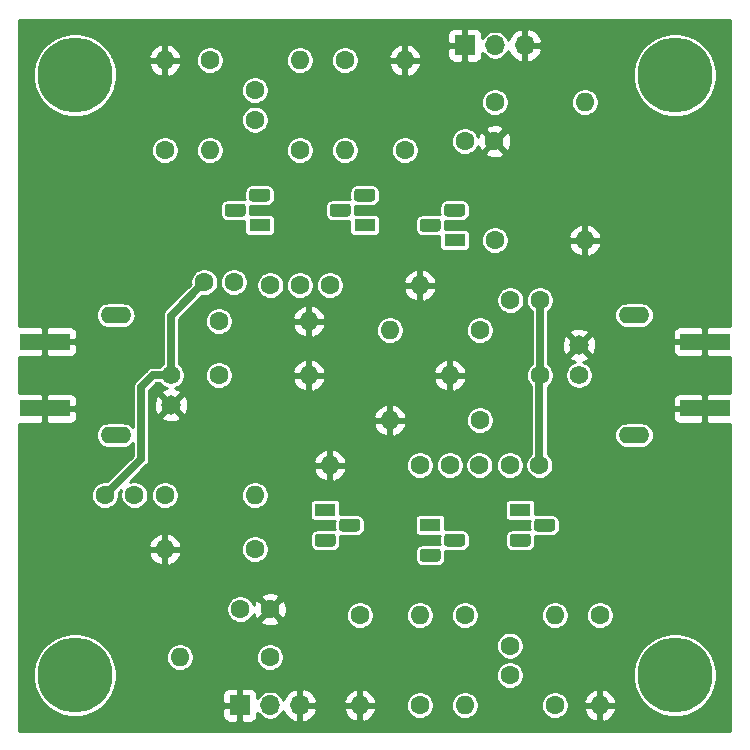
<source format=gbl>
%TF.GenerationSoftware,KiCad,Pcbnew,(5.1.10)-1*%
%TF.CreationDate,2021-10-29T13:49:13-04:00*%
%TF.ProjectId,W7ZOI_TIA,57375a4f-495f-4544-9941-2e6b69636164,rev?*%
%TF.SameCoordinates,Original*%
%TF.FileFunction,Copper,L2,Bot*%
%TF.FilePolarity,Positive*%
%FSLAX46Y46*%
G04 Gerber Fmt 4.6, Leading zero omitted, Abs format (unit mm)*
G04 Created by KiCad (PCBNEW (5.1.10)-1) date 2021-10-29 13:49:13*
%MOMM*%
%LPD*%
G01*
G04 APERTURE LIST*
%TA.AperFunction,ComponentPad*%
%ADD10C,1.600000*%
%TD*%
%TA.AperFunction,ComponentPad*%
%ADD11C,6.350000*%
%TD*%
%TA.AperFunction,SMDPad,CuDef*%
%ADD12R,4.200000X1.350000*%
%TD*%
%TA.AperFunction,ComponentPad*%
%ADD13R,1.800000X1.100000*%
%TD*%
%TA.AperFunction,ComponentPad*%
%ADD14O,1.600000X1.600000*%
%TD*%
%TA.AperFunction,ComponentPad*%
%ADD15O,1.700000X1.700000*%
%TD*%
%TA.AperFunction,ComponentPad*%
%ADD16R,1.700000X1.700000*%
%TD*%
%TA.AperFunction,ComponentPad*%
%ADD17C,1.574800*%
%TD*%
%TA.AperFunction,ComponentPad*%
%ADD18C,1.651000*%
%TD*%
%TA.AperFunction,ComponentPad*%
%ADD19O,2.600000X1.400000*%
%TD*%
%TA.AperFunction,ViaPad*%
%ADD20C,0.889000*%
%TD*%
%TA.AperFunction,Conductor*%
%ADD21C,0.635000*%
%TD*%
%TA.AperFunction,Conductor*%
%ADD22C,0.254000*%
%TD*%
%TA.AperFunction,Conductor*%
%ADD23C,0.150000*%
%TD*%
G04 APERTURE END LIST*
D10*
%TO.P,C1,2*%
%TO.N,GND*%
X144740000Y-66522600D03*
%TO.P,C1,1*%
%TO.N,/VCCLRF*%
X142240000Y-66522600D03*
%TD*%
%TO.P,C2,1*%
%TO.N,/V1*%
X122682000Y-78460600D03*
%TO.P,C2,2*%
%TO.N,VINLR*%
X120182000Y-78460600D03*
%TD*%
%TO.P,C3,2*%
%TO.N,/V1*%
X124460000Y-64704600D03*
%TO.P,C3,1*%
%TO.N,Net-(C3-Pad1)*%
X124460000Y-62204600D03*
%TD*%
%TO.P,C4,1*%
%TO.N,/V2A*%
X128270000Y-78714600D03*
%TO.P,C4,2*%
%TO.N,/V2*%
X125770000Y-78714600D03*
%TD*%
%TO.P,C5,2*%
%TO.N,/V5*%
X146090000Y-79984600D03*
%TO.P,C5,1*%
%TO.N,VOUTLR*%
X148590000Y-79984600D03*
%TD*%
%TO.P,C6,1*%
%TO.N,/V6*%
X146050000Y-93954600D03*
%TO.P,C6,2*%
%TO.N,VOUTLR*%
X148550000Y-93954600D03*
%TD*%
%TO.P,C7,1*%
%TO.N,/VCCRLF*%
X123230000Y-106146600D03*
%TO.P,C7,2*%
%TO.N,GND*%
X125730000Y-106146600D03*
%TD*%
%TO.P,C8,2*%
%TO.N,/V6*%
X146050000Y-109234600D03*
%TO.P,C8,1*%
%TO.N,Net-(C8-Pad1)*%
X146050000Y-111734600D03*
%TD*%
%TO.P,C9,1*%
%TO.N,/V7A*%
X140970000Y-93954600D03*
%TO.P,C9,2*%
%TO.N,/V7*%
X143470000Y-93954600D03*
%TD*%
%TO.P,C10,2*%
%TO.N,/V10*%
X114260000Y-96494600D03*
%TO.P,C10,1*%
%TO.N,VINLR*%
X111760000Y-96494600D03*
%TD*%
D11*
%TO.P,MTG1,1*%
%TO.N,N/C*%
X109220000Y-111734600D03*
%TD*%
%TO.P,MTG2,1*%
%TO.N,N/C*%
X160020000Y-111734600D03*
%TD*%
%TO.P,MTG3,1*%
%TO.N,N/C*%
X109220000Y-60934600D03*
%TD*%
%TO.P,MTG4,1*%
%TO.N,N/C*%
X160020000Y-60934600D03*
%TD*%
D12*
%TO.P,P1,2*%
%TO.N,GND*%
X106680000Y-83509600D03*
X106680000Y-89159600D03*
%TD*%
%TO.P,P2,2*%
%TO.N,GND*%
X162560000Y-83509600D03*
X162560000Y-89159600D03*
%TD*%
D13*
%TO.P,Q1,1*%
%TO.N,/V2*%
X124860000Y-73634600D03*
%TO.P,Q1,3*%
%TO.N,/V3*%
%TA.AperFunction,ComponentPad*%
G36*
G01*
X125485000Y-71644600D02*
X124235000Y-71644600D01*
G75*
G02*
X123960000Y-71369600I0J275000D01*
G01*
X123960000Y-70819600D01*
G75*
G02*
X124235000Y-70544600I275000J0D01*
G01*
X125485000Y-70544600D01*
G75*
G02*
X125760000Y-70819600I0J-275000D01*
G01*
X125760000Y-71369600D01*
G75*
G02*
X125485000Y-71644600I-275000J0D01*
G01*
G37*
%TD.AperFunction*%
%TO.P,Q1,2*%
%TO.N,/V1*%
%TA.AperFunction,ComponentPad*%
G36*
G01*
X123415000Y-72914600D02*
X122165000Y-72914600D01*
G75*
G02*
X121890000Y-72639600I0J275000D01*
G01*
X121890000Y-72089600D01*
G75*
G02*
X122165000Y-71814600I275000J0D01*
G01*
X123415000Y-71814600D01*
G75*
G02*
X123690000Y-72089600I0J-275000D01*
G01*
X123690000Y-72639600D01*
G75*
G02*
X123415000Y-72914600I-275000J0D01*
G01*
G37*
%TD.AperFunction*%
%TD*%
%TO.P,Q2,1*%
%TO.N,/V4*%
X133750000Y-73634600D03*
%TO.P,Q2,3*%
%TO.N,/VCCLRF*%
%TA.AperFunction,ComponentPad*%
G36*
G01*
X134375000Y-71644600D02*
X133125000Y-71644600D01*
G75*
G02*
X132850000Y-71369600I0J275000D01*
G01*
X132850000Y-70819600D01*
G75*
G02*
X133125000Y-70544600I275000J0D01*
G01*
X134375000Y-70544600D01*
G75*
G02*
X134650000Y-70819600I0J-275000D01*
G01*
X134650000Y-71369600D01*
G75*
G02*
X134375000Y-71644600I-275000J0D01*
G01*
G37*
%TD.AperFunction*%
%TO.P,Q2,2*%
%TO.N,/V3*%
%TA.AperFunction,ComponentPad*%
G36*
G01*
X132305000Y-72914600D02*
X131055000Y-72914600D01*
G75*
G02*
X130780000Y-72639600I0J275000D01*
G01*
X130780000Y-72089600D01*
G75*
G02*
X131055000Y-71814600I275000J0D01*
G01*
X132305000Y-71814600D01*
G75*
G02*
X132580000Y-72089600I0J-275000D01*
G01*
X132580000Y-72639600D01*
G75*
G02*
X132305000Y-72914600I-275000J0D01*
G01*
G37*
%TD.AperFunction*%
%TD*%
%TO.P,Q3,2*%
%TO.N,/V4*%
%TA.AperFunction,ComponentPad*%
G36*
G01*
X139925000Y-74184600D02*
X138675000Y-74184600D01*
G75*
G02*
X138400000Y-73909600I0J275000D01*
G01*
X138400000Y-73359600D01*
G75*
G02*
X138675000Y-73084600I275000J0D01*
G01*
X139925000Y-73084600D01*
G75*
G02*
X140200000Y-73359600I0J-275000D01*
G01*
X140200000Y-73909600D01*
G75*
G02*
X139925000Y-74184600I-275000J0D01*
G01*
G37*
%TD.AperFunction*%
%TO.P,Q3,3*%
%TO.N,/VCCLRF*%
%TA.AperFunction,ComponentPad*%
G36*
G01*
X141995000Y-72914600D02*
X140745000Y-72914600D01*
G75*
G02*
X140470000Y-72639600I0J275000D01*
G01*
X140470000Y-72089600D01*
G75*
G02*
X140745000Y-71814600I275000J0D01*
G01*
X141995000Y-71814600D01*
G75*
G02*
X142270000Y-72089600I0J-275000D01*
G01*
X142270000Y-72639600D01*
G75*
G02*
X141995000Y-72914600I-275000J0D01*
G01*
G37*
%TD.AperFunction*%
%TO.P,Q3,1*%
%TO.N,Net-(Q3-Pad1)*%
X141370000Y-74904600D03*
%TD*%
%TO.P,Q4,2*%
%TO.N,/V6*%
%TA.AperFunction,ComponentPad*%
G36*
G01*
X148365000Y-98484600D02*
X149615000Y-98484600D01*
G75*
G02*
X149890000Y-98759600I0J-275000D01*
G01*
X149890000Y-99309600D01*
G75*
G02*
X149615000Y-99584600I-275000J0D01*
G01*
X148365000Y-99584600D01*
G75*
G02*
X148090000Y-99309600I0J275000D01*
G01*
X148090000Y-98759600D01*
G75*
G02*
X148365000Y-98484600I275000J0D01*
G01*
G37*
%TD.AperFunction*%
%TO.P,Q4,3*%
%TO.N,/V8*%
%TA.AperFunction,ComponentPad*%
G36*
G01*
X146295000Y-99754600D02*
X147545000Y-99754600D01*
G75*
G02*
X147820000Y-100029600I0J-275000D01*
G01*
X147820000Y-100579600D01*
G75*
G02*
X147545000Y-100854600I-275000J0D01*
G01*
X146295000Y-100854600D01*
G75*
G02*
X146020000Y-100579600I0J275000D01*
G01*
X146020000Y-100029600D01*
G75*
G02*
X146295000Y-99754600I275000J0D01*
G01*
G37*
%TD.AperFunction*%
%TO.P,Q4,1*%
%TO.N,/V7*%
X146920000Y-97764600D03*
%TD*%
%TO.P,Q5,1*%
%TO.N,/V9*%
X139300000Y-99034600D03*
%TO.P,Q5,3*%
%TO.N,/VCCRLF*%
%TA.AperFunction,ComponentPad*%
G36*
G01*
X138675000Y-101024600D02*
X139925000Y-101024600D01*
G75*
G02*
X140200000Y-101299600I0J-275000D01*
G01*
X140200000Y-101849600D01*
G75*
G02*
X139925000Y-102124600I-275000J0D01*
G01*
X138675000Y-102124600D01*
G75*
G02*
X138400000Y-101849600I0J275000D01*
G01*
X138400000Y-101299600D01*
G75*
G02*
X138675000Y-101024600I275000J0D01*
G01*
G37*
%TD.AperFunction*%
%TO.P,Q5,2*%
%TO.N,/V8*%
%TA.AperFunction,ComponentPad*%
G36*
G01*
X140745000Y-99754600D02*
X141995000Y-99754600D01*
G75*
G02*
X142270000Y-100029600I0J-275000D01*
G01*
X142270000Y-100579600D01*
G75*
G02*
X141995000Y-100854600I-275000J0D01*
G01*
X140745000Y-100854600D01*
G75*
G02*
X140470000Y-100579600I0J275000D01*
G01*
X140470000Y-100029600D01*
G75*
G02*
X140745000Y-99754600I275000J0D01*
G01*
G37*
%TD.AperFunction*%
%TD*%
%TO.P,Q6,2*%
%TO.N,/V9*%
%TA.AperFunction,ComponentPad*%
G36*
G01*
X131855000Y-98484600D02*
X133105000Y-98484600D01*
G75*
G02*
X133380000Y-98759600I0J-275000D01*
G01*
X133380000Y-99309600D01*
G75*
G02*
X133105000Y-99584600I-275000J0D01*
G01*
X131855000Y-99584600D01*
G75*
G02*
X131580000Y-99309600I0J275000D01*
G01*
X131580000Y-98759600D01*
G75*
G02*
X131855000Y-98484600I275000J0D01*
G01*
G37*
%TD.AperFunction*%
%TO.P,Q6,3*%
%TO.N,/VCCRLF*%
%TA.AperFunction,ComponentPad*%
G36*
G01*
X129785000Y-99754600D02*
X131035000Y-99754600D01*
G75*
G02*
X131310000Y-100029600I0J-275000D01*
G01*
X131310000Y-100579600D01*
G75*
G02*
X131035000Y-100854600I-275000J0D01*
G01*
X129785000Y-100854600D01*
G75*
G02*
X129510000Y-100579600I0J275000D01*
G01*
X129510000Y-100029600D01*
G75*
G02*
X129785000Y-99754600I275000J0D01*
G01*
G37*
%TD.AperFunction*%
%TO.P,Q6,1*%
%TO.N,Net-(Q6-Pad1)*%
X130410000Y-97764600D03*
%TD*%
D10*
%TO.P,R1,1*%
%TO.N,/VCCLRF*%
X120650000Y-59664600D03*
D14*
%TO.P,R1,2*%
%TO.N,/V1*%
X120650000Y-67284600D03*
%TD*%
%TO.P,R2,2*%
%TO.N,GND*%
X116840000Y-59664600D03*
D10*
%TO.P,R2,1*%
%TO.N,/V1*%
X116840000Y-67284600D03*
%TD*%
D14*
%TO.P,R3,2*%
%TO.N,Net-(C3-Pad1)*%
X128270000Y-59664600D03*
D10*
%TO.P,R3,1*%
%TO.N,/V3*%
X128270000Y-67284600D03*
%TD*%
D14*
%TO.P,R4,2*%
%TO.N,/VCCLRF*%
X152400000Y-63220600D03*
D10*
%TO.P,R4,1*%
%TO.N,VCCLR*%
X144780000Y-63220600D03*
%TD*%
D14*
%TO.P,R5,2*%
%TO.N,/V3*%
X132080000Y-67284600D03*
D10*
%TO.P,R5,1*%
%TO.N,/VCCLRF*%
X132080000Y-59664600D03*
%TD*%
%TO.P,R6,1*%
%TO.N,/V2*%
X121412000Y-81762600D03*
D14*
%TO.P,R6,2*%
%TO.N,GND*%
X129032000Y-81762600D03*
%TD*%
D10*
%TO.P,R7,1*%
%TO.N,/V2A*%
X130810000Y-78714600D03*
D14*
%TO.P,R7,2*%
%TO.N,GND*%
X138430000Y-78714600D03*
%TD*%
D10*
%TO.P,R8,1*%
%TO.N,/V4*%
X137160000Y-67284600D03*
D14*
%TO.P,R8,2*%
%TO.N,GND*%
X137160000Y-59664600D03*
%TD*%
D10*
%TO.P,R9,1*%
%TO.N,Net-(Q3-Pad1)*%
X144780000Y-74904600D03*
D14*
%TO.P,R9,2*%
%TO.N,GND*%
X152400000Y-74904600D03*
%TD*%
%TO.P,R10,2*%
%TO.N,Net-(Q3-Pad1)*%
X135890000Y-82524600D03*
D10*
%TO.P,R10,1*%
%TO.N,/V5*%
X143510000Y-82524600D03*
%TD*%
D14*
%TO.P,R11,2*%
%TO.N,GND*%
X140970000Y-86334600D03*
D10*
%TO.P,R11,1*%
%TO.N,VOUTLR*%
X148590000Y-86334600D03*
%TD*%
D14*
%TO.P,R12,2*%
%TO.N,/VCCRLF*%
X118110000Y-110210600D03*
D10*
%TO.P,R12,1*%
%TO.N,VCCRL*%
X125730000Y-110210600D03*
%TD*%
D14*
%TO.P,R13,2*%
%TO.N,/V6*%
X149860000Y-106654600D03*
D10*
%TO.P,R13,1*%
%TO.N,/VCCRLF*%
X149860000Y-114274600D03*
%TD*%
%TO.P,R14,1*%
%TO.N,/V6*%
X153670000Y-106654600D03*
D14*
%TO.P,R14,2*%
%TO.N,GND*%
X153670000Y-114274600D03*
%TD*%
D10*
%TO.P,R15,1*%
%TO.N,/V8*%
X142240000Y-106654600D03*
D14*
%TO.P,R15,2*%
%TO.N,Net-(C8-Pad1)*%
X142240000Y-114274600D03*
%TD*%
D10*
%TO.P,R16,1*%
%TO.N,/VCCRLF*%
X138430000Y-114274600D03*
D14*
%TO.P,R16,2*%
%TO.N,/V8*%
X138430000Y-106654600D03*
%TD*%
D10*
%TO.P,R17,1*%
%TO.N,/V7*%
X143510000Y-90144600D03*
D14*
%TO.P,R17,2*%
%TO.N,GND*%
X135890000Y-90144600D03*
%TD*%
%TO.P,R18,2*%
%TO.N,GND*%
X130810000Y-93954600D03*
D10*
%TO.P,R18,1*%
%TO.N,/V7A*%
X138430000Y-93954600D03*
%TD*%
%TO.P,R19,1*%
%TO.N,/V9*%
X133350000Y-106654600D03*
D14*
%TO.P,R19,2*%
%TO.N,GND*%
X133350000Y-114274600D03*
%TD*%
%TO.P,R20,2*%
%TO.N,GND*%
X116840000Y-101066600D03*
D10*
%TO.P,R20,1*%
%TO.N,Net-(Q6-Pad1)*%
X124460000Y-101066600D03*
%TD*%
%TO.P,R21,1*%
%TO.N,/V10*%
X116840000Y-96494600D03*
D14*
%TO.P,R21,2*%
%TO.N,Net-(Q6-Pad1)*%
X124460000Y-96494600D03*
%TD*%
D15*
%TO.P,J1,3*%
%TO.N,GND*%
X147320000Y-58394600D03*
%TO.P,J1,2*%
%TO.N,VCCLR*%
X144780000Y-58394600D03*
D16*
%TO.P,J1,1*%
%TO.N,GND*%
X142240000Y-58394600D03*
%TD*%
%TO.P,J2,1*%
%TO.N,GND*%
X123190000Y-114274600D03*
D15*
%TO.P,J2,2*%
%TO.N,VCCRL*%
X125730000Y-114274600D03*
%TO.P,J2,3*%
%TO.N,GND*%
X128270000Y-114274600D03*
%TD*%
D10*
%TO.P,R22,1*%
%TO.N,VINLR*%
X121412000Y-86334600D03*
D14*
%TO.P,R22,2*%
%TO.N,GND*%
X129032000Y-86334600D03*
%TD*%
D17*
%TO.P,P3,1*%
%TO.N,VINLR*%
X117348000Y-86334600D03*
D18*
%TO.P,P3,2*%
%TO.N,GND*%
X117348000Y-88874600D03*
D19*
%TO.P,P3,*%
%TO.N,*%
X112668000Y-91414600D03*
X112668000Y-81254600D03*
%TD*%
%TO.P,P4,*%
%TO.N,*%
X156572000Y-91414600D03*
X156572000Y-81254600D03*
D18*
%TO.P,P4,2*%
%TO.N,GND*%
X151892000Y-83794600D03*
D17*
%TO.P,P4,1*%
%TO.N,VOUTLR*%
X151892000Y-86334600D03*
%TD*%
D20*
%TO.N,GND*%
X124460000Y-83794600D03*
X124460000Y-88874600D03*
X130810000Y-83794600D03*
X130810000Y-88874600D03*
X134112000Y-88874600D03*
X133604000Y-83794600D03*
X140208000Y-83794600D03*
X140208000Y-88620600D03*
%TD*%
D21*
%TO.N,VINLR*%
X111760000Y-96494600D02*
X114808000Y-93446600D01*
X114808000Y-93446600D02*
X114808000Y-87350600D01*
X115824000Y-86334600D02*
X114808000Y-87350600D01*
X117348000Y-86334600D02*
X115824000Y-86334600D01*
X117348000Y-81294600D02*
X120182000Y-78460600D01*
X117348000Y-86334600D02*
X117348000Y-81294600D01*
%TO.N,VOUTLR*%
X148550000Y-86374600D02*
X148590000Y-86334600D01*
X148550000Y-93954600D02*
X148550000Y-86374600D01*
X148590000Y-79984600D02*
X148590000Y-86334600D01*
%TD*%
D22*
%TO.N,GND*%
X164719800Y-82202418D02*
X164660000Y-82196528D01*
X162845750Y-82199600D01*
X162687000Y-82358350D01*
X162687000Y-83382600D01*
X162707000Y-83382600D01*
X162707000Y-83636600D01*
X162687000Y-83636600D01*
X162687000Y-84660850D01*
X162845750Y-84819600D01*
X164660000Y-84822672D01*
X164719800Y-84816782D01*
X164719801Y-87852418D01*
X164660000Y-87846528D01*
X162845750Y-87849600D01*
X162687000Y-88008350D01*
X162687000Y-89032600D01*
X162707000Y-89032600D01*
X162707000Y-89286600D01*
X162687000Y-89286600D01*
X162687000Y-90310850D01*
X162845750Y-90469600D01*
X164660000Y-90472672D01*
X164719801Y-90466782D01*
X164719801Y-116434400D01*
X104520200Y-116434400D01*
X104520200Y-111384365D01*
X105664000Y-111384365D01*
X105664000Y-112084835D01*
X105800655Y-112771847D01*
X106068714Y-113418998D01*
X106457874Y-114001418D01*
X106953182Y-114496726D01*
X107535602Y-114885886D01*
X108182753Y-115153945D01*
X108869765Y-115290600D01*
X109570235Y-115290600D01*
X110257247Y-115153945D01*
X110328092Y-115124600D01*
X121701928Y-115124600D01*
X121714188Y-115249082D01*
X121750498Y-115368780D01*
X121809463Y-115479094D01*
X121888815Y-115575785D01*
X121985506Y-115655137D01*
X122095820Y-115714102D01*
X122215518Y-115750412D01*
X122340000Y-115762672D01*
X122904250Y-115759600D01*
X123063000Y-115600850D01*
X123063000Y-114401600D01*
X121863750Y-114401600D01*
X121705000Y-114560350D01*
X121701928Y-115124600D01*
X110328092Y-115124600D01*
X110904398Y-114885886D01*
X111486818Y-114496726D01*
X111982126Y-114001418D01*
X112367542Y-113424600D01*
X121701928Y-113424600D01*
X121705000Y-113988850D01*
X121863750Y-114147600D01*
X123063000Y-114147600D01*
X123063000Y-112948350D01*
X123317000Y-112948350D01*
X123317000Y-114147600D01*
X123337000Y-114147600D01*
X123337000Y-114401600D01*
X123317000Y-114401600D01*
X123317000Y-115600850D01*
X123475750Y-115759600D01*
X124040000Y-115762672D01*
X124164482Y-115750412D01*
X124284180Y-115714102D01*
X124394494Y-115655137D01*
X124491185Y-115575785D01*
X124570537Y-115479094D01*
X124629502Y-115368780D01*
X124665812Y-115249082D01*
X124678072Y-115124600D01*
X124676927Y-114914306D01*
X124773820Y-115059317D01*
X124945283Y-115230780D01*
X125146903Y-115365498D01*
X125370931Y-115458293D01*
X125608757Y-115505600D01*
X125851243Y-115505600D01*
X126089069Y-115458293D01*
X126313097Y-115365498D01*
X126514717Y-115230780D01*
X126686180Y-115059317D01*
X126820898Y-114857697D01*
X126868228Y-114743432D01*
X126925843Y-114905852D01*
X127074822Y-115155955D01*
X127269731Y-115372188D01*
X127503080Y-115546241D01*
X127765901Y-115671425D01*
X127913110Y-115716076D01*
X128143000Y-115594755D01*
X128143000Y-114401600D01*
X128397000Y-114401600D01*
X128397000Y-115594755D01*
X128626890Y-115716076D01*
X128774099Y-115671425D01*
X129036920Y-115546241D01*
X129270269Y-115372188D01*
X129465178Y-115155955D01*
X129614157Y-114905852D01*
X129711481Y-114631491D01*
X129707361Y-114623640D01*
X131958091Y-114623640D01*
X132052930Y-114888481D01*
X132197615Y-115129731D01*
X132386586Y-115338119D01*
X132612580Y-115505637D01*
X132866913Y-115625846D01*
X133000961Y-115666504D01*
X133223000Y-115544515D01*
X133223000Y-114401600D01*
X133477000Y-114401600D01*
X133477000Y-115544515D01*
X133699039Y-115666504D01*
X133833087Y-115625846D01*
X134087420Y-115505637D01*
X134313414Y-115338119D01*
X134502385Y-115129731D01*
X134647070Y-114888481D01*
X134741909Y-114623640D01*
X134620624Y-114401600D01*
X133477000Y-114401600D01*
X133223000Y-114401600D01*
X132079376Y-114401600D01*
X131958091Y-114623640D01*
X129707361Y-114623640D01*
X129590814Y-114401600D01*
X128397000Y-114401600D01*
X128143000Y-114401600D01*
X128123000Y-114401600D01*
X128123000Y-114158282D01*
X137249000Y-114158282D01*
X137249000Y-114390918D01*
X137294386Y-114619085D01*
X137383412Y-114834013D01*
X137512658Y-115027443D01*
X137677157Y-115191942D01*
X137870587Y-115321188D01*
X138085515Y-115410214D01*
X138313682Y-115455600D01*
X138546318Y-115455600D01*
X138774485Y-115410214D01*
X138989413Y-115321188D01*
X139182843Y-115191942D01*
X139347342Y-115027443D01*
X139476588Y-114834013D01*
X139565614Y-114619085D01*
X139611000Y-114390918D01*
X139611000Y-114158282D01*
X141059000Y-114158282D01*
X141059000Y-114390918D01*
X141104386Y-114619085D01*
X141193412Y-114834013D01*
X141322658Y-115027443D01*
X141487157Y-115191942D01*
X141680587Y-115321188D01*
X141895515Y-115410214D01*
X142123682Y-115455600D01*
X142356318Y-115455600D01*
X142584485Y-115410214D01*
X142799413Y-115321188D01*
X142992843Y-115191942D01*
X143157342Y-115027443D01*
X143286588Y-114834013D01*
X143375614Y-114619085D01*
X143421000Y-114390918D01*
X143421000Y-114158282D01*
X148679000Y-114158282D01*
X148679000Y-114390918D01*
X148724386Y-114619085D01*
X148813412Y-114834013D01*
X148942658Y-115027443D01*
X149107157Y-115191942D01*
X149300587Y-115321188D01*
X149515515Y-115410214D01*
X149743682Y-115455600D01*
X149976318Y-115455600D01*
X150204485Y-115410214D01*
X150419413Y-115321188D01*
X150612843Y-115191942D01*
X150777342Y-115027443D01*
X150906588Y-114834013D01*
X150993727Y-114623640D01*
X152278091Y-114623640D01*
X152372930Y-114888481D01*
X152517615Y-115129731D01*
X152706586Y-115338119D01*
X152932580Y-115505637D01*
X153186913Y-115625846D01*
X153320961Y-115666504D01*
X153543000Y-115544515D01*
X153543000Y-114401600D01*
X153797000Y-114401600D01*
X153797000Y-115544515D01*
X154019039Y-115666504D01*
X154153087Y-115625846D01*
X154407420Y-115505637D01*
X154633414Y-115338119D01*
X154822385Y-115129731D01*
X154967070Y-114888481D01*
X155061909Y-114623640D01*
X154940624Y-114401600D01*
X153797000Y-114401600D01*
X153543000Y-114401600D01*
X152399376Y-114401600D01*
X152278091Y-114623640D01*
X150993727Y-114623640D01*
X150995614Y-114619085D01*
X151041000Y-114390918D01*
X151041000Y-114158282D01*
X150995614Y-113930115D01*
X150993728Y-113925560D01*
X152278091Y-113925560D01*
X152399376Y-114147600D01*
X153543000Y-114147600D01*
X153543000Y-113004685D01*
X153797000Y-113004685D01*
X153797000Y-114147600D01*
X154940624Y-114147600D01*
X155061909Y-113925560D01*
X154967070Y-113660719D01*
X154822385Y-113419469D01*
X154633414Y-113211081D01*
X154407420Y-113043563D01*
X154153087Y-112923354D01*
X154019039Y-112882696D01*
X153797000Y-113004685D01*
X153543000Y-113004685D01*
X153320961Y-112882696D01*
X153186913Y-112923354D01*
X152932580Y-113043563D01*
X152706586Y-113211081D01*
X152517615Y-113419469D01*
X152372930Y-113660719D01*
X152278091Y-113925560D01*
X150993728Y-113925560D01*
X150906588Y-113715187D01*
X150777342Y-113521757D01*
X150612843Y-113357258D01*
X150419413Y-113228012D01*
X150204485Y-113138986D01*
X149976318Y-113093600D01*
X149743682Y-113093600D01*
X149515515Y-113138986D01*
X149300587Y-113228012D01*
X149107157Y-113357258D01*
X148942658Y-113521757D01*
X148813412Y-113715187D01*
X148724386Y-113930115D01*
X148679000Y-114158282D01*
X143421000Y-114158282D01*
X143375614Y-113930115D01*
X143286588Y-113715187D01*
X143157342Y-113521757D01*
X142992843Y-113357258D01*
X142799413Y-113228012D01*
X142584485Y-113138986D01*
X142356318Y-113093600D01*
X142123682Y-113093600D01*
X141895515Y-113138986D01*
X141680587Y-113228012D01*
X141487157Y-113357258D01*
X141322658Y-113521757D01*
X141193412Y-113715187D01*
X141104386Y-113930115D01*
X141059000Y-114158282D01*
X139611000Y-114158282D01*
X139565614Y-113930115D01*
X139476588Y-113715187D01*
X139347342Y-113521757D01*
X139182843Y-113357258D01*
X138989413Y-113228012D01*
X138774485Y-113138986D01*
X138546318Y-113093600D01*
X138313682Y-113093600D01*
X138085515Y-113138986D01*
X137870587Y-113228012D01*
X137677157Y-113357258D01*
X137512658Y-113521757D01*
X137383412Y-113715187D01*
X137294386Y-113930115D01*
X137249000Y-114158282D01*
X128123000Y-114158282D01*
X128123000Y-114147600D01*
X128143000Y-114147600D01*
X128143000Y-112954445D01*
X128397000Y-112954445D01*
X128397000Y-114147600D01*
X129590814Y-114147600D01*
X129707360Y-113925560D01*
X131958091Y-113925560D01*
X132079376Y-114147600D01*
X133223000Y-114147600D01*
X133223000Y-113004685D01*
X133477000Y-113004685D01*
X133477000Y-114147600D01*
X134620624Y-114147600D01*
X134741909Y-113925560D01*
X134647070Y-113660719D01*
X134502385Y-113419469D01*
X134313414Y-113211081D01*
X134087420Y-113043563D01*
X133833087Y-112923354D01*
X133699039Y-112882696D01*
X133477000Y-113004685D01*
X133223000Y-113004685D01*
X133000961Y-112882696D01*
X132866913Y-112923354D01*
X132612580Y-113043563D01*
X132386586Y-113211081D01*
X132197615Y-113419469D01*
X132052930Y-113660719D01*
X131958091Y-113925560D01*
X129707360Y-113925560D01*
X129711481Y-113917709D01*
X129614157Y-113643348D01*
X129465178Y-113393245D01*
X129270269Y-113177012D01*
X129036920Y-113002959D01*
X128774099Y-112877775D01*
X128626890Y-112833124D01*
X128397000Y-112954445D01*
X128143000Y-112954445D01*
X127913110Y-112833124D01*
X127765901Y-112877775D01*
X127503080Y-113002959D01*
X127269731Y-113177012D01*
X127074822Y-113393245D01*
X126925843Y-113643348D01*
X126868228Y-113805768D01*
X126820898Y-113691503D01*
X126686180Y-113489883D01*
X126514717Y-113318420D01*
X126313097Y-113183702D01*
X126089069Y-113090907D01*
X125851243Y-113043600D01*
X125608757Y-113043600D01*
X125370931Y-113090907D01*
X125146903Y-113183702D01*
X124945283Y-113318420D01*
X124773820Y-113489883D01*
X124676927Y-113634894D01*
X124678072Y-113424600D01*
X124665812Y-113300118D01*
X124629502Y-113180420D01*
X124570537Y-113070106D01*
X124491185Y-112973415D01*
X124394494Y-112894063D01*
X124284180Y-112835098D01*
X124164482Y-112798788D01*
X124040000Y-112786528D01*
X123475750Y-112789600D01*
X123317000Y-112948350D01*
X123063000Y-112948350D01*
X122904250Y-112789600D01*
X122340000Y-112786528D01*
X122215518Y-112798788D01*
X122095820Y-112835098D01*
X121985506Y-112894063D01*
X121888815Y-112973415D01*
X121809463Y-113070106D01*
X121750498Y-113180420D01*
X121714188Y-113300118D01*
X121701928Y-113424600D01*
X112367542Y-113424600D01*
X112371286Y-113418998D01*
X112639345Y-112771847D01*
X112776000Y-112084835D01*
X112776000Y-111618282D01*
X144869000Y-111618282D01*
X144869000Y-111850918D01*
X144914386Y-112079085D01*
X145003412Y-112294013D01*
X145132658Y-112487443D01*
X145297157Y-112651942D01*
X145490587Y-112781188D01*
X145705515Y-112870214D01*
X145933682Y-112915600D01*
X146166318Y-112915600D01*
X146394485Y-112870214D01*
X146609413Y-112781188D01*
X146802843Y-112651942D01*
X146967342Y-112487443D01*
X147096588Y-112294013D01*
X147185614Y-112079085D01*
X147231000Y-111850918D01*
X147231000Y-111618282D01*
X147185614Y-111390115D01*
X147183233Y-111384365D01*
X156464000Y-111384365D01*
X156464000Y-112084835D01*
X156600655Y-112771847D01*
X156868714Y-113418998D01*
X157257874Y-114001418D01*
X157753182Y-114496726D01*
X158335602Y-114885886D01*
X158982753Y-115153945D01*
X159669765Y-115290600D01*
X160370235Y-115290600D01*
X161057247Y-115153945D01*
X161704398Y-114885886D01*
X162286818Y-114496726D01*
X162782126Y-114001418D01*
X163171286Y-113418998D01*
X163439345Y-112771847D01*
X163576000Y-112084835D01*
X163576000Y-111384365D01*
X163439345Y-110697353D01*
X163171286Y-110050202D01*
X162782126Y-109467782D01*
X162286818Y-108972474D01*
X161704398Y-108583314D01*
X161057247Y-108315255D01*
X160370235Y-108178600D01*
X159669765Y-108178600D01*
X158982753Y-108315255D01*
X158335602Y-108583314D01*
X157753182Y-108972474D01*
X157257874Y-109467782D01*
X156868714Y-110050202D01*
X156600655Y-110697353D01*
X156464000Y-111384365D01*
X147183233Y-111384365D01*
X147096588Y-111175187D01*
X146967342Y-110981757D01*
X146802843Y-110817258D01*
X146609413Y-110688012D01*
X146394485Y-110598986D01*
X146166318Y-110553600D01*
X145933682Y-110553600D01*
X145705515Y-110598986D01*
X145490587Y-110688012D01*
X145297157Y-110817258D01*
X145132658Y-110981757D01*
X145003412Y-111175187D01*
X144914386Y-111390115D01*
X144869000Y-111618282D01*
X112776000Y-111618282D01*
X112776000Y-111384365D01*
X112639345Y-110697353D01*
X112389545Y-110094282D01*
X116929000Y-110094282D01*
X116929000Y-110326918D01*
X116974386Y-110555085D01*
X117063412Y-110770013D01*
X117192658Y-110963443D01*
X117357157Y-111127942D01*
X117550587Y-111257188D01*
X117765515Y-111346214D01*
X117993682Y-111391600D01*
X118226318Y-111391600D01*
X118454485Y-111346214D01*
X118669413Y-111257188D01*
X118862843Y-111127942D01*
X119027342Y-110963443D01*
X119156588Y-110770013D01*
X119245614Y-110555085D01*
X119291000Y-110326918D01*
X119291000Y-110094282D01*
X124549000Y-110094282D01*
X124549000Y-110326918D01*
X124594386Y-110555085D01*
X124683412Y-110770013D01*
X124812658Y-110963443D01*
X124977157Y-111127942D01*
X125170587Y-111257188D01*
X125385515Y-111346214D01*
X125613682Y-111391600D01*
X125846318Y-111391600D01*
X126074485Y-111346214D01*
X126289413Y-111257188D01*
X126482843Y-111127942D01*
X126647342Y-110963443D01*
X126776588Y-110770013D01*
X126865614Y-110555085D01*
X126911000Y-110326918D01*
X126911000Y-110094282D01*
X126865614Y-109866115D01*
X126776588Y-109651187D01*
X126647342Y-109457757D01*
X126482843Y-109293258D01*
X126289413Y-109164012D01*
X126179011Y-109118282D01*
X144869000Y-109118282D01*
X144869000Y-109350918D01*
X144914386Y-109579085D01*
X145003412Y-109794013D01*
X145132658Y-109987443D01*
X145297157Y-110151942D01*
X145490587Y-110281188D01*
X145705515Y-110370214D01*
X145933682Y-110415600D01*
X146166318Y-110415600D01*
X146394485Y-110370214D01*
X146609413Y-110281188D01*
X146802843Y-110151942D01*
X146967342Y-109987443D01*
X147096588Y-109794013D01*
X147185614Y-109579085D01*
X147231000Y-109350918D01*
X147231000Y-109118282D01*
X147185614Y-108890115D01*
X147096588Y-108675187D01*
X146967342Y-108481757D01*
X146802843Y-108317258D01*
X146609413Y-108188012D01*
X146394485Y-108098986D01*
X146166318Y-108053600D01*
X145933682Y-108053600D01*
X145705515Y-108098986D01*
X145490587Y-108188012D01*
X145297157Y-108317258D01*
X145132658Y-108481757D01*
X145003412Y-108675187D01*
X144914386Y-108890115D01*
X144869000Y-109118282D01*
X126179011Y-109118282D01*
X126074485Y-109074986D01*
X125846318Y-109029600D01*
X125613682Y-109029600D01*
X125385515Y-109074986D01*
X125170587Y-109164012D01*
X124977157Y-109293258D01*
X124812658Y-109457757D01*
X124683412Y-109651187D01*
X124594386Y-109866115D01*
X124549000Y-110094282D01*
X119291000Y-110094282D01*
X119245614Y-109866115D01*
X119156588Y-109651187D01*
X119027342Y-109457757D01*
X118862843Y-109293258D01*
X118669413Y-109164012D01*
X118454485Y-109074986D01*
X118226318Y-109029600D01*
X117993682Y-109029600D01*
X117765515Y-109074986D01*
X117550587Y-109164012D01*
X117357157Y-109293258D01*
X117192658Y-109457757D01*
X117063412Y-109651187D01*
X116974386Y-109866115D01*
X116929000Y-110094282D01*
X112389545Y-110094282D01*
X112371286Y-110050202D01*
X111982126Y-109467782D01*
X111486818Y-108972474D01*
X110904398Y-108583314D01*
X110257247Y-108315255D01*
X109570235Y-108178600D01*
X108869765Y-108178600D01*
X108182753Y-108315255D01*
X107535602Y-108583314D01*
X106953182Y-108972474D01*
X106457874Y-109467782D01*
X106068714Y-110050202D01*
X105800655Y-110697353D01*
X105664000Y-111384365D01*
X104520200Y-111384365D01*
X104520200Y-106030282D01*
X122049000Y-106030282D01*
X122049000Y-106262918D01*
X122094386Y-106491085D01*
X122183412Y-106706013D01*
X122312658Y-106899443D01*
X122477157Y-107063942D01*
X122670587Y-107193188D01*
X122885515Y-107282214D01*
X123113682Y-107327600D01*
X123346318Y-107327600D01*
X123574485Y-107282214D01*
X123789413Y-107193188D01*
X123870058Y-107139302D01*
X124916903Y-107139302D01*
X124988486Y-107383271D01*
X125243996Y-107504171D01*
X125518184Y-107572900D01*
X125800512Y-107586817D01*
X126080130Y-107545387D01*
X126346292Y-107450203D01*
X126471514Y-107383271D01*
X126543097Y-107139302D01*
X125730000Y-106326205D01*
X124916903Y-107139302D01*
X123870058Y-107139302D01*
X123982843Y-107063942D01*
X124147342Y-106899443D01*
X124276588Y-106706013D01*
X124346069Y-106538271D01*
X124426397Y-106762892D01*
X124493329Y-106888114D01*
X124737298Y-106959697D01*
X125550395Y-106146600D01*
X125909605Y-106146600D01*
X126722702Y-106959697D01*
X126966671Y-106888114D01*
X127087571Y-106632604D01*
X127111214Y-106538282D01*
X132169000Y-106538282D01*
X132169000Y-106770918D01*
X132214386Y-106999085D01*
X132303412Y-107214013D01*
X132432658Y-107407443D01*
X132597157Y-107571942D01*
X132790587Y-107701188D01*
X133005515Y-107790214D01*
X133233682Y-107835600D01*
X133466318Y-107835600D01*
X133694485Y-107790214D01*
X133909413Y-107701188D01*
X134102843Y-107571942D01*
X134267342Y-107407443D01*
X134396588Y-107214013D01*
X134485614Y-106999085D01*
X134531000Y-106770918D01*
X134531000Y-106538282D01*
X137249000Y-106538282D01*
X137249000Y-106770918D01*
X137294386Y-106999085D01*
X137383412Y-107214013D01*
X137512658Y-107407443D01*
X137677157Y-107571942D01*
X137870587Y-107701188D01*
X138085515Y-107790214D01*
X138313682Y-107835600D01*
X138546318Y-107835600D01*
X138774485Y-107790214D01*
X138989413Y-107701188D01*
X139182843Y-107571942D01*
X139347342Y-107407443D01*
X139476588Y-107214013D01*
X139565614Y-106999085D01*
X139611000Y-106770918D01*
X139611000Y-106538282D01*
X141059000Y-106538282D01*
X141059000Y-106770918D01*
X141104386Y-106999085D01*
X141193412Y-107214013D01*
X141322658Y-107407443D01*
X141487157Y-107571942D01*
X141680587Y-107701188D01*
X141895515Y-107790214D01*
X142123682Y-107835600D01*
X142356318Y-107835600D01*
X142584485Y-107790214D01*
X142799413Y-107701188D01*
X142992843Y-107571942D01*
X143157342Y-107407443D01*
X143286588Y-107214013D01*
X143375614Y-106999085D01*
X143421000Y-106770918D01*
X143421000Y-106538282D01*
X148679000Y-106538282D01*
X148679000Y-106770918D01*
X148724386Y-106999085D01*
X148813412Y-107214013D01*
X148942658Y-107407443D01*
X149107157Y-107571942D01*
X149300587Y-107701188D01*
X149515515Y-107790214D01*
X149743682Y-107835600D01*
X149976318Y-107835600D01*
X150204485Y-107790214D01*
X150419413Y-107701188D01*
X150612843Y-107571942D01*
X150777342Y-107407443D01*
X150906588Y-107214013D01*
X150995614Y-106999085D01*
X151041000Y-106770918D01*
X151041000Y-106538282D01*
X152489000Y-106538282D01*
X152489000Y-106770918D01*
X152534386Y-106999085D01*
X152623412Y-107214013D01*
X152752658Y-107407443D01*
X152917157Y-107571942D01*
X153110587Y-107701188D01*
X153325515Y-107790214D01*
X153553682Y-107835600D01*
X153786318Y-107835600D01*
X154014485Y-107790214D01*
X154229413Y-107701188D01*
X154422843Y-107571942D01*
X154587342Y-107407443D01*
X154716588Y-107214013D01*
X154805614Y-106999085D01*
X154851000Y-106770918D01*
X154851000Y-106538282D01*
X154805614Y-106310115D01*
X154716588Y-106095187D01*
X154587342Y-105901757D01*
X154422843Y-105737258D01*
X154229413Y-105608012D01*
X154014485Y-105518986D01*
X153786318Y-105473600D01*
X153553682Y-105473600D01*
X153325515Y-105518986D01*
X153110587Y-105608012D01*
X152917157Y-105737258D01*
X152752658Y-105901757D01*
X152623412Y-106095187D01*
X152534386Y-106310115D01*
X152489000Y-106538282D01*
X151041000Y-106538282D01*
X150995614Y-106310115D01*
X150906588Y-106095187D01*
X150777342Y-105901757D01*
X150612843Y-105737258D01*
X150419413Y-105608012D01*
X150204485Y-105518986D01*
X149976318Y-105473600D01*
X149743682Y-105473600D01*
X149515515Y-105518986D01*
X149300587Y-105608012D01*
X149107157Y-105737258D01*
X148942658Y-105901757D01*
X148813412Y-106095187D01*
X148724386Y-106310115D01*
X148679000Y-106538282D01*
X143421000Y-106538282D01*
X143375614Y-106310115D01*
X143286588Y-106095187D01*
X143157342Y-105901757D01*
X142992843Y-105737258D01*
X142799413Y-105608012D01*
X142584485Y-105518986D01*
X142356318Y-105473600D01*
X142123682Y-105473600D01*
X141895515Y-105518986D01*
X141680587Y-105608012D01*
X141487157Y-105737258D01*
X141322658Y-105901757D01*
X141193412Y-106095187D01*
X141104386Y-106310115D01*
X141059000Y-106538282D01*
X139611000Y-106538282D01*
X139565614Y-106310115D01*
X139476588Y-106095187D01*
X139347342Y-105901757D01*
X139182843Y-105737258D01*
X138989413Y-105608012D01*
X138774485Y-105518986D01*
X138546318Y-105473600D01*
X138313682Y-105473600D01*
X138085515Y-105518986D01*
X137870587Y-105608012D01*
X137677157Y-105737258D01*
X137512658Y-105901757D01*
X137383412Y-106095187D01*
X137294386Y-106310115D01*
X137249000Y-106538282D01*
X134531000Y-106538282D01*
X134485614Y-106310115D01*
X134396588Y-106095187D01*
X134267342Y-105901757D01*
X134102843Y-105737258D01*
X133909413Y-105608012D01*
X133694485Y-105518986D01*
X133466318Y-105473600D01*
X133233682Y-105473600D01*
X133005515Y-105518986D01*
X132790587Y-105608012D01*
X132597157Y-105737258D01*
X132432658Y-105901757D01*
X132303412Y-106095187D01*
X132214386Y-106310115D01*
X132169000Y-106538282D01*
X127111214Y-106538282D01*
X127156300Y-106358416D01*
X127170217Y-106076088D01*
X127128787Y-105796470D01*
X127033603Y-105530308D01*
X126966671Y-105405086D01*
X126722702Y-105333503D01*
X125909605Y-106146600D01*
X125550395Y-106146600D01*
X124737298Y-105333503D01*
X124493329Y-105405086D01*
X124372429Y-105660596D01*
X124347760Y-105759011D01*
X124276588Y-105587187D01*
X124147342Y-105393757D01*
X123982843Y-105229258D01*
X123870059Y-105153898D01*
X124916903Y-105153898D01*
X125730000Y-105966995D01*
X126543097Y-105153898D01*
X126471514Y-104909929D01*
X126216004Y-104789029D01*
X125941816Y-104720300D01*
X125659488Y-104706383D01*
X125379870Y-104747813D01*
X125113708Y-104842997D01*
X124988486Y-104909929D01*
X124916903Y-105153898D01*
X123870059Y-105153898D01*
X123789413Y-105100012D01*
X123574485Y-105010986D01*
X123346318Y-104965600D01*
X123113682Y-104965600D01*
X122885515Y-105010986D01*
X122670587Y-105100012D01*
X122477157Y-105229258D01*
X122312658Y-105393757D01*
X122183412Y-105587187D01*
X122094386Y-105802115D01*
X122049000Y-106030282D01*
X104520200Y-106030282D01*
X104520200Y-101415639D01*
X115448096Y-101415639D01*
X115488754Y-101549687D01*
X115608963Y-101804020D01*
X115776481Y-102030014D01*
X115984869Y-102218985D01*
X116226119Y-102363670D01*
X116490960Y-102458509D01*
X116713000Y-102337224D01*
X116713000Y-101193600D01*
X116967000Y-101193600D01*
X116967000Y-102337224D01*
X117189040Y-102458509D01*
X117453881Y-102363670D01*
X117695131Y-102218985D01*
X117903519Y-102030014D01*
X118071037Y-101804020D01*
X118191246Y-101549687D01*
X118231904Y-101415639D01*
X118109915Y-101193600D01*
X116967000Y-101193600D01*
X116713000Y-101193600D01*
X115570085Y-101193600D01*
X115448096Y-101415639D01*
X104520200Y-101415639D01*
X104520200Y-100950282D01*
X123279000Y-100950282D01*
X123279000Y-101182918D01*
X123324386Y-101411085D01*
X123413412Y-101626013D01*
X123542658Y-101819443D01*
X123707157Y-101983942D01*
X123900587Y-102113188D01*
X124115515Y-102202214D01*
X124343682Y-102247600D01*
X124576318Y-102247600D01*
X124804485Y-102202214D01*
X125019413Y-102113188D01*
X125212843Y-101983942D01*
X125377342Y-101819443D01*
X125506588Y-101626013D01*
X125595614Y-101411085D01*
X125641000Y-101182918D01*
X125641000Y-100950282D01*
X125595614Y-100722115D01*
X125506588Y-100507187D01*
X125377342Y-100313757D01*
X125212843Y-100149258D01*
X125019413Y-100020012D01*
X124804485Y-99930986D01*
X124576318Y-99885600D01*
X124343682Y-99885600D01*
X124115515Y-99930986D01*
X123900587Y-100020012D01*
X123707157Y-100149258D01*
X123542658Y-100313757D01*
X123413412Y-100507187D01*
X123324386Y-100722115D01*
X123279000Y-100950282D01*
X104520200Y-100950282D01*
X104520200Y-100717561D01*
X115448096Y-100717561D01*
X115570085Y-100939600D01*
X116713000Y-100939600D01*
X116713000Y-99795976D01*
X116967000Y-99795976D01*
X116967000Y-100939600D01*
X118109915Y-100939600D01*
X118231904Y-100717561D01*
X118191246Y-100583513D01*
X118071037Y-100329180D01*
X117903519Y-100103186D01*
X117695131Y-99914215D01*
X117453881Y-99769530D01*
X117189040Y-99674691D01*
X116967000Y-99795976D01*
X116713000Y-99795976D01*
X116490960Y-99674691D01*
X116226119Y-99769530D01*
X115984869Y-99914215D01*
X115776481Y-100103186D01*
X115608963Y-100329180D01*
X115488754Y-100583513D01*
X115448096Y-100717561D01*
X104520200Y-100717561D01*
X104520200Y-96378282D01*
X110579000Y-96378282D01*
X110579000Y-96610918D01*
X110624386Y-96839085D01*
X110713412Y-97054013D01*
X110842658Y-97247443D01*
X111007157Y-97411942D01*
X111200587Y-97541188D01*
X111415515Y-97630214D01*
X111643682Y-97675600D01*
X111876318Y-97675600D01*
X112104485Y-97630214D01*
X112319413Y-97541188D01*
X112512843Y-97411942D01*
X112677342Y-97247443D01*
X112806588Y-97054013D01*
X112895614Y-96839085D01*
X112941000Y-96610918D01*
X112941000Y-96378282D01*
X112928249Y-96314178D01*
X113147065Y-96095362D01*
X113124386Y-96150115D01*
X113079000Y-96378282D01*
X113079000Y-96610918D01*
X113124386Y-96839085D01*
X113213412Y-97054013D01*
X113342658Y-97247443D01*
X113507157Y-97411942D01*
X113700587Y-97541188D01*
X113915515Y-97630214D01*
X114143682Y-97675600D01*
X114376318Y-97675600D01*
X114604485Y-97630214D01*
X114819413Y-97541188D01*
X115012843Y-97411942D01*
X115177342Y-97247443D01*
X115306588Y-97054013D01*
X115395614Y-96839085D01*
X115441000Y-96610918D01*
X115441000Y-96378282D01*
X115659000Y-96378282D01*
X115659000Y-96610918D01*
X115704386Y-96839085D01*
X115793412Y-97054013D01*
X115922658Y-97247443D01*
X116087157Y-97411942D01*
X116280587Y-97541188D01*
X116495515Y-97630214D01*
X116723682Y-97675600D01*
X116956318Y-97675600D01*
X117184485Y-97630214D01*
X117399413Y-97541188D01*
X117592843Y-97411942D01*
X117757342Y-97247443D01*
X117886588Y-97054013D01*
X117975614Y-96839085D01*
X118021000Y-96610918D01*
X118021000Y-96378282D01*
X123279000Y-96378282D01*
X123279000Y-96610918D01*
X123324386Y-96839085D01*
X123413412Y-97054013D01*
X123542658Y-97247443D01*
X123707157Y-97411942D01*
X123900587Y-97541188D01*
X124115515Y-97630214D01*
X124343682Y-97675600D01*
X124576318Y-97675600D01*
X124804485Y-97630214D01*
X125019413Y-97541188D01*
X125212843Y-97411942D01*
X125377342Y-97247443D01*
X125399287Y-97214600D01*
X129127157Y-97214600D01*
X129127157Y-98314600D01*
X129134513Y-98389289D01*
X129156299Y-98461108D01*
X129191678Y-98527296D01*
X129239289Y-98585311D01*
X129297304Y-98632922D01*
X129363492Y-98668301D01*
X129435311Y-98690087D01*
X129510000Y-98697443D01*
X131203279Y-98697443D01*
X131197157Y-98759600D01*
X131197157Y-99309600D01*
X131205792Y-99397275D01*
X131163339Y-99384397D01*
X131035000Y-99371757D01*
X129785000Y-99371757D01*
X129656661Y-99384397D01*
X129533254Y-99421832D01*
X129419522Y-99482624D01*
X129319835Y-99564435D01*
X129238024Y-99664122D01*
X129177232Y-99777854D01*
X129139797Y-99901261D01*
X129127157Y-100029600D01*
X129127157Y-100579600D01*
X129139797Y-100707939D01*
X129177232Y-100831346D01*
X129238024Y-100945078D01*
X129319835Y-101044765D01*
X129419522Y-101126576D01*
X129533254Y-101187368D01*
X129656661Y-101224803D01*
X129785000Y-101237443D01*
X131035000Y-101237443D01*
X131163339Y-101224803D01*
X131286746Y-101187368D01*
X131400478Y-101126576D01*
X131500165Y-101044765D01*
X131581976Y-100945078D01*
X131642768Y-100831346D01*
X131680203Y-100707939D01*
X131692843Y-100579600D01*
X131692843Y-100029600D01*
X131684208Y-99941925D01*
X131726661Y-99954803D01*
X131855000Y-99967443D01*
X133105000Y-99967443D01*
X133233339Y-99954803D01*
X133356746Y-99917368D01*
X133470478Y-99856576D01*
X133570165Y-99774765D01*
X133651976Y-99675078D01*
X133712768Y-99561346D01*
X133750203Y-99437939D01*
X133762843Y-99309600D01*
X133762843Y-98759600D01*
X133750203Y-98631261D01*
X133712768Y-98507854D01*
X133700339Y-98484600D01*
X138017157Y-98484600D01*
X138017157Y-99584600D01*
X138024513Y-99659289D01*
X138046299Y-99731108D01*
X138081678Y-99797296D01*
X138129289Y-99855311D01*
X138187304Y-99902922D01*
X138253492Y-99938301D01*
X138325311Y-99960087D01*
X138400000Y-99967443D01*
X140093279Y-99967443D01*
X140087157Y-100029600D01*
X140087157Y-100579600D01*
X140095792Y-100667275D01*
X140053339Y-100654397D01*
X139925000Y-100641757D01*
X138675000Y-100641757D01*
X138546661Y-100654397D01*
X138423254Y-100691832D01*
X138309522Y-100752624D01*
X138209835Y-100834435D01*
X138128024Y-100934122D01*
X138067232Y-101047854D01*
X138029797Y-101171261D01*
X138017157Y-101299600D01*
X138017157Y-101849600D01*
X138029797Y-101977939D01*
X138067232Y-102101346D01*
X138128024Y-102215078D01*
X138209835Y-102314765D01*
X138309522Y-102396576D01*
X138423254Y-102457368D01*
X138546661Y-102494803D01*
X138675000Y-102507443D01*
X139925000Y-102507443D01*
X140053339Y-102494803D01*
X140176746Y-102457368D01*
X140290478Y-102396576D01*
X140390165Y-102314765D01*
X140471976Y-102215078D01*
X140532768Y-102101346D01*
X140570203Y-101977939D01*
X140582843Y-101849600D01*
X140582843Y-101299600D01*
X140574208Y-101211925D01*
X140616661Y-101224803D01*
X140745000Y-101237443D01*
X141995000Y-101237443D01*
X142123339Y-101224803D01*
X142246746Y-101187368D01*
X142360478Y-101126576D01*
X142460165Y-101044765D01*
X142541976Y-100945078D01*
X142602768Y-100831346D01*
X142640203Y-100707939D01*
X142652843Y-100579600D01*
X142652843Y-100029600D01*
X142640203Y-99901261D01*
X142602768Y-99777854D01*
X142541976Y-99664122D01*
X142460165Y-99564435D01*
X142360478Y-99482624D01*
X142246746Y-99421832D01*
X142123339Y-99384397D01*
X141995000Y-99371757D01*
X140745000Y-99371757D01*
X140616661Y-99384397D01*
X140582843Y-99394656D01*
X140582843Y-98484600D01*
X140575487Y-98409911D01*
X140553701Y-98338092D01*
X140518322Y-98271904D01*
X140470711Y-98213889D01*
X140412696Y-98166278D01*
X140346508Y-98130899D01*
X140274689Y-98109113D01*
X140200000Y-98101757D01*
X138400000Y-98101757D01*
X138325311Y-98109113D01*
X138253492Y-98130899D01*
X138187304Y-98166278D01*
X138129289Y-98213889D01*
X138081678Y-98271904D01*
X138046299Y-98338092D01*
X138024513Y-98409911D01*
X138017157Y-98484600D01*
X133700339Y-98484600D01*
X133651976Y-98394122D01*
X133570165Y-98294435D01*
X133470478Y-98212624D01*
X133356746Y-98151832D01*
X133233339Y-98114397D01*
X133105000Y-98101757D01*
X131855000Y-98101757D01*
X131726661Y-98114397D01*
X131692843Y-98124656D01*
X131692843Y-97214600D01*
X145637157Y-97214600D01*
X145637157Y-98314600D01*
X145644513Y-98389289D01*
X145666299Y-98461108D01*
X145701678Y-98527296D01*
X145749289Y-98585311D01*
X145807304Y-98632922D01*
X145873492Y-98668301D01*
X145945311Y-98690087D01*
X146020000Y-98697443D01*
X147713279Y-98697443D01*
X147707157Y-98759600D01*
X147707157Y-99309600D01*
X147715792Y-99397275D01*
X147673339Y-99384397D01*
X147545000Y-99371757D01*
X146295000Y-99371757D01*
X146166661Y-99384397D01*
X146043254Y-99421832D01*
X145929522Y-99482624D01*
X145829835Y-99564435D01*
X145748024Y-99664122D01*
X145687232Y-99777854D01*
X145649797Y-99901261D01*
X145637157Y-100029600D01*
X145637157Y-100579600D01*
X145649797Y-100707939D01*
X145687232Y-100831346D01*
X145748024Y-100945078D01*
X145829835Y-101044765D01*
X145929522Y-101126576D01*
X146043254Y-101187368D01*
X146166661Y-101224803D01*
X146295000Y-101237443D01*
X147545000Y-101237443D01*
X147673339Y-101224803D01*
X147796746Y-101187368D01*
X147910478Y-101126576D01*
X148010165Y-101044765D01*
X148091976Y-100945078D01*
X148152768Y-100831346D01*
X148190203Y-100707939D01*
X148202843Y-100579600D01*
X148202843Y-100029600D01*
X148194208Y-99941925D01*
X148236661Y-99954803D01*
X148365000Y-99967443D01*
X149615000Y-99967443D01*
X149743339Y-99954803D01*
X149866746Y-99917368D01*
X149980478Y-99856576D01*
X150080165Y-99774765D01*
X150161976Y-99675078D01*
X150222768Y-99561346D01*
X150260203Y-99437939D01*
X150272843Y-99309600D01*
X150272843Y-98759600D01*
X150260203Y-98631261D01*
X150222768Y-98507854D01*
X150161976Y-98394122D01*
X150080165Y-98294435D01*
X149980478Y-98212624D01*
X149866746Y-98151832D01*
X149743339Y-98114397D01*
X149615000Y-98101757D01*
X148365000Y-98101757D01*
X148236661Y-98114397D01*
X148202843Y-98124656D01*
X148202843Y-97214600D01*
X148195487Y-97139911D01*
X148173701Y-97068092D01*
X148138322Y-97001904D01*
X148090711Y-96943889D01*
X148032696Y-96896278D01*
X147966508Y-96860899D01*
X147894689Y-96839113D01*
X147820000Y-96831757D01*
X146020000Y-96831757D01*
X145945311Y-96839113D01*
X145873492Y-96860899D01*
X145807304Y-96896278D01*
X145749289Y-96943889D01*
X145701678Y-97001904D01*
X145666299Y-97068092D01*
X145644513Y-97139911D01*
X145637157Y-97214600D01*
X131692843Y-97214600D01*
X131685487Y-97139911D01*
X131663701Y-97068092D01*
X131628322Y-97001904D01*
X131580711Y-96943889D01*
X131522696Y-96896278D01*
X131456508Y-96860899D01*
X131384689Y-96839113D01*
X131310000Y-96831757D01*
X129510000Y-96831757D01*
X129435311Y-96839113D01*
X129363492Y-96860899D01*
X129297304Y-96896278D01*
X129239289Y-96943889D01*
X129191678Y-97001904D01*
X129156299Y-97068092D01*
X129134513Y-97139911D01*
X129127157Y-97214600D01*
X125399287Y-97214600D01*
X125506588Y-97054013D01*
X125595614Y-96839085D01*
X125641000Y-96610918D01*
X125641000Y-96378282D01*
X125595614Y-96150115D01*
X125506588Y-95935187D01*
X125377342Y-95741757D01*
X125212843Y-95577258D01*
X125019413Y-95448012D01*
X124804485Y-95358986D01*
X124576318Y-95313600D01*
X124343682Y-95313600D01*
X124115515Y-95358986D01*
X123900587Y-95448012D01*
X123707157Y-95577258D01*
X123542658Y-95741757D01*
X123413412Y-95935187D01*
X123324386Y-96150115D01*
X123279000Y-96378282D01*
X118021000Y-96378282D01*
X117975614Y-96150115D01*
X117886588Y-95935187D01*
X117757342Y-95741757D01*
X117592843Y-95577258D01*
X117399413Y-95448012D01*
X117184485Y-95358986D01*
X116956318Y-95313600D01*
X116723682Y-95313600D01*
X116495515Y-95358986D01*
X116280587Y-95448012D01*
X116087157Y-95577258D01*
X115922658Y-95741757D01*
X115793412Y-95935187D01*
X115704386Y-96150115D01*
X115659000Y-96378282D01*
X115441000Y-96378282D01*
X115395614Y-96150115D01*
X115306588Y-95935187D01*
X115177342Y-95741757D01*
X115012843Y-95577258D01*
X114819413Y-95448012D01*
X114604485Y-95358986D01*
X114376318Y-95313600D01*
X114143682Y-95313600D01*
X113915515Y-95358986D01*
X113860762Y-95381665D01*
X114938788Y-94303639D01*
X129418096Y-94303639D01*
X129458754Y-94437687D01*
X129578963Y-94692020D01*
X129746481Y-94918014D01*
X129954869Y-95106985D01*
X130196119Y-95251670D01*
X130460960Y-95346509D01*
X130683000Y-95225224D01*
X130683000Y-94081600D01*
X130937000Y-94081600D01*
X130937000Y-95225224D01*
X131159040Y-95346509D01*
X131423881Y-95251670D01*
X131665131Y-95106985D01*
X131873519Y-94918014D01*
X132041037Y-94692020D01*
X132161246Y-94437687D01*
X132201904Y-94303639D01*
X132079915Y-94081600D01*
X130937000Y-94081600D01*
X130683000Y-94081600D01*
X129540085Y-94081600D01*
X129418096Y-94303639D01*
X114938788Y-94303639D01*
X115277662Y-93964766D01*
X115304302Y-93942903D01*
X115326167Y-93916261D01*
X115326174Y-93916254D01*
X115390164Y-93838282D01*
X137249000Y-93838282D01*
X137249000Y-94070918D01*
X137294386Y-94299085D01*
X137383412Y-94514013D01*
X137512658Y-94707443D01*
X137677157Y-94871942D01*
X137870587Y-95001188D01*
X138085515Y-95090214D01*
X138313682Y-95135600D01*
X138546318Y-95135600D01*
X138774485Y-95090214D01*
X138989413Y-95001188D01*
X139182843Y-94871942D01*
X139347342Y-94707443D01*
X139476588Y-94514013D01*
X139565614Y-94299085D01*
X139611000Y-94070918D01*
X139611000Y-93838282D01*
X139789000Y-93838282D01*
X139789000Y-94070918D01*
X139834386Y-94299085D01*
X139923412Y-94514013D01*
X140052658Y-94707443D01*
X140217157Y-94871942D01*
X140410587Y-95001188D01*
X140625515Y-95090214D01*
X140853682Y-95135600D01*
X141086318Y-95135600D01*
X141314485Y-95090214D01*
X141529413Y-95001188D01*
X141722843Y-94871942D01*
X141887342Y-94707443D01*
X142016588Y-94514013D01*
X142105614Y-94299085D01*
X142151000Y-94070918D01*
X142151000Y-93838282D01*
X142289000Y-93838282D01*
X142289000Y-94070918D01*
X142334386Y-94299085D01*
X142423412Y-94514013D01*
X142552658Y-94707443D01*
X142717157Y-94871942D01*
X142910587Y-95001188D01*
X143125515Y-95090214D01*
X143353682Y-95135600D01*
X143586318Y-95135600D01*
X143814485Y-95090214D01*
X144029413Y-95001188D01*
X144222843Y-94871942D01*
X144387342Y-94707443D01*
X144516588Y-94514013D01*
X144605614Y-94299085D01*
X144651000Y-94070918D01*
X144651000Y-93838282D01*
X144869000Y-93838282D01*
X144869000Y-94070918D01*
X144914386Y-94299085D01*
X145003412Y-94514013D01*
X145132658Y-94707443D01*
X145297157Y-94871942D01*
X145490587Y-95001188D01*
X145705515Y-95090214D01*
X145933682Y-95135600D01*
X146166318Y-95135600D01*
X146394485Y-95090214D01*
X146609413Y-95001188D01*
X146802843Y-94871942D01*
X146967342Y-94707443D01*
X147096588Y-94514013D01*
X147185614Y-94299085D01*
X147231000Y-94070918D01*
X147231000Y-93838282D01*
X147369000Y-93838282D01*
X147369000Y-94070918D01*
X147414386Y-94299085D01*
X147503412Y-94514013D01*
X147632658Y-94707443D01*
X147797157Y-94871942D01*
X147990587Y-95001188D01*
X148205515Y-95090214D01*
X148433682Y-95135600D01*
X148666318Y-95135600D01*
X148894485Y-95090214D01*
X149109413Y-95001188D01*
X149302843Y-94871942D01*
X149467342Y-94707443D01*
X149596588Y-94514013D01*
X149685614Y-94299085D01*
X149731000Y-94070918D01*
X149731000Y-93838282D01*
X149685614Y-93610115D01*
X149596588Y-93395187D01*
X149467342Y-93201757D01*
X149302843Y-93037258D01*
X149248500Y-93000947D01*
X149248500Y-91414600D01*
X154885770Y-91414600D01*
X154906642Y-91626513D01*
X154968454Y-91830282D01*
X155068833Y-92018077D01*
X155203919Y-92182681D01*
X155368523Y-92317767D01*
X155556318Y-92418146D01*
X155760087Y-92479958D01*
X155918900Y-92495600D01*
X157225100Y-92495600D01*
X157383913Y-92479958D01*
X157587682Y-92418146D01*
X157775477Y-92317767D01*
X157940081Y-92182681D01*
X158075167Y-92018077D01*
X158175546Y-91830282D01*
X158237358Y-91626513D01*
X158258230Y-91414600D01*
X158237358Y-91202687D01*
X158175546Y-90998918D01*
X158075167Y-90811123D01*
X157940081Y-90646519D01*
X157775477Y-90511433D01*
X157587682Y-90411054D01*
X157383913Y-90349242D01*
X157225100Y-90333600D01*
X155918900Y-90333600D01*
X155760087Y-90349242D01*
X155556318Y-90411054D01*
X155368523Y-90511433D01*
X155203919Y-90646519D01*
X155068833Y-90811123D01*
X154968454Y-90998918D01*
X154906642Y-91202687D01*
X154885770Y-91414600D01*
X149248500Y-91414600D01*
X149248500Y-89834600D01*
X159821928Y-89834600D01*
X159834188Y-89959082D01*
X159870498Y-90078780D01*
X159929463Y-90189094D01*
X160008815Y-90285785D01*
X160105506Y-90365137D01*
X160215820Y-90424102D01*
X160335518Y-90460412D01*
X160460000Y-90472672D01*
X162274250Y-90469600D01*
X162433000Y-90310850D01*
X162433000Y-89286600D01*
X159983750Y-89286600D01*
X159825000Y-89445350D01*
X159821928Y-89834600D01*
X149248500Y-89834600D01*
X149248500Y-88484600D01*
X159821928Y-88484600D01*
X159825000Y-88873850D01*
X159983750Y-89032600D01*
X162433000Y-89032600D01*
X162433000Y-88008350D01*
X162274250Y-87849600D01*
X160460000Y-87846528D01*
X160335518Y-87858788D01*
X160215820Y-87895098D01*
X160105506Y-87954063D01*
X160008815Y-88033415D01*
X159929463Y-88130106D01*
X159870498Y-88240420D01*
X159834188Y-88360118D01*
X159821928Y-88484600D01*
X149248500Y-88484600D01*
X149248500Y-87314980D01*
X149342843Y-87251942D01*
X149507342Y-87087443D01*
X149636588Y-86894013D01*
X149725614Y-86679085D01*
X149771000Y-86450918D01*
X149771000Y-86219523D01*
X150723600Y-86219523D01*
X150723600Y-86449677D01*
X150768501Y-86675410D01*
X150856578Y-86888045D01*
X150984445Y-87079411D01*
X151147189Y-87242155D01*
X151338555Y-87370022D01*
X151551190Y-87458099D01*
X151776923Y-87503000D01*
X152007077Y-87503000D01*
X152232810Y-87458099D01*
X152445445Y-87370022D01*
X152636811Y-87242155D01*
X152799555Y-87079411D01*
X152927422Y-86888045D01*
X153015499Y-86675410D01*
X153060400Y-86449677D01*
X153060400Y-86219523D01*
X153015499Y-85993790D01*
X152927422Y-85781155D01*
X152799555Y-85589789D01*
X152636811Y-85427045D01*
X152445445Y-85299178D01*
X152248966Y-85217793D01*
X152517196Y-85122337D01*
X152648633Y-85052081D01*
X152723304Y-84805509D01*
X151892000Y-83974205D01*
X151060696Y-84805509D01*
X151135367Y-85052081D01*
X151395228Y-85175531D01*
X151545518Y-85213450D01*
X151338555Y-85299178D01*
X151147189Y-85427045D01*
X150984445Y-85589789D01*
X150856578Y-85781155D01*
X150768501Y-85993790D01*
X150723600Y-86219523D01*
X149771000Y-86219523D01*
X149771000Y-86218282D01*
X149725614Y-85990115D01*
X149636588Y-85775187D01*
X149507342Y-85581757D01*
X149342843Y-85417258D01*
X149288500Y-85380947D01*
X149288500Y-83864102D01*
X150426079Y-83864102D01*
X150467806Y-84148754D01*
X150564263Y-84419796D01*
X150634519Y-84551233D01*
X150881091Y-84625904D01*
X151712395Y-83794600D01*
X152071605Y-83794600D01*
X152902909Y-84625904D01*
X153149481Y-84551233D01*
X153272931Y-84291372D01*
X153299870Y-84184600D01*
X159821928Y-84184600D01*
X159834188Y-84309082D01*
X159870498Y-84428780D01*
X159929463Y-84539094D01*
X160008815Y-84635785D01*
X160105506Y-84715137D01*
X160215820Y-84774102D01*
X160335518Y-84810412D01*
X160460000Y-84822672D01*
X162274250Y-84819600D01*
X162433000Y-84660850D01*
X162433000Y-83636600D01*
X159983750Y-83636600D01*
X159825000Y-83795350D01*
X159821928Y-84184600D01*
X153299870Y-84184600D01*
X153343313Y-84012420D01*
X153357921Y-83725098D01*
X153316194Y-83440446D01*
X153219737Y-83169404D01*
X153149481Y-83037967D01*
X152902909Y-82963296D01*
X152071605Y-83794600D01*
X151712395Y-83794600D01*
X150881091Y-82963296D01*
X150634519Y-83037967D01*
X150511069Y-83297828D01*
X150440687Y-83576780D01*
X150426079Y-83864102D01*
X149288500Y-83864102D01*
X149288500Y-82783691D01*
X151060696Y-82783691D01*
X151892000Y-83614995D01*
X152672395Y-82834600D01*
X159821928Y-82834600D01*
X159825000Y-83223850D01*
X159983750Y-83382600D01*
X162433000Y-83382600D01*
X162433000Y-82358350D01*
X162274250Y-82199600D01*
X160460000Y-82196528D01*
X160335518Y-82208788D01*
X160215820Y-82245098D01*
X160105506Y-82304063D01*
X160008815Y-82383415D01*
X159929463Y-82480106D01*
X159870498Y-82590420D01*
X159834188Y-82710118D01*
X159821928Y-82834600D01*
X152672395Y-82834600D01*
X152723304Y-82783691D01*
X152648633Y-82537119D01*
X152388772Y-82413669D01*
X152109820Y-82343287D01*
X151822498Y-82328679D01*
X151537846Y-82370406D01*
X151266804Y-82466863D01*
X151135367Y-82537119D01*
X151060696Y-82783691D01*
X149288500Y-82783691D01*
X149288500Y-81254600D01*
X154885770Y-81254600D01*
X154906642Y-81466513D01*
X154968454Y-81670282D01*
X155068833Y-81858077D01*
X155203919Y-82022681D01*
X155368523Y-82157767D01*
X155556318Y-82258146D01*
X155760087Y-82319958D01*
X155918900Y-82335600D01*
X157225100Y-82335600D01*
X157383913Y-82319958D01*
X157587682Y-82258146D01*
X157775477Y-82157767D01*
X157940081Y-82022681D01*
X158075167Y-81858077D01*
X158175546Y-81670282D01*
X158237358Y-81466513D01*
X158258230Y-81254600D01*
X158237358Y-81042687D01*
X158175546Y-80838918D01*
X158075167Y-80651123D01*
X157940081Y-80486519D01*
X157775477Y-80351433D01*
X157587682Y-80251054D01*
X157383913Y-80189242D01*
X157225100Y-80173600D01*
X155918900Y-80173600D01*
X155760087Y-80189242D01*
X155556318Y-80251054D01*
X155368523Y-80351433D01*
X155203919Y-80486519D01*
X155068833Y-80651123D01*
X154968454Y-80838918D01*
X154906642Y-81042687D01*
X154885770Y-81254600D01*
X149288500Y-81254600D01*
X149288500Y-80938253D01*
X149342843Y-80901942D01*
X149507342Y-80737443D01*
X149636588Y-80544013D01*
X149725614Y-80329085D01*
X149771000Y-80100918D01*
X149771000Y-79868282D01*
X149725614Y-79640115D01*
X149636588Y-79425187D01*
X149507342Y-79231757D01*
X149342843Y-79067258D01*
X149149413Y-78938012D01*
X148934485Y-78848986D01*
X148706318Y-78803600D01*
X148473682Y-78803600D01*
X148245515Y-78848986D01*
X148030587Y-78938012D01*
X147837157Y-79067258D01*
X147672658Y-79231757D01*
X147543412Y-79425187D01*
X147454386Y-79640115D01*
X147409000Y-79868282D01*
X147409000Y-80100918D01*
X147454386Y-80329085D01*
X147543412Y-80544013D01*
X147672658Y-80737443D01*
X147837157Y-80901942D01*
X147891500Y-80938253D01*
X147891501Y-85380947D01*
X147837157Y-85417258D01*
X147672658Y-85581757D01*
X147543412Y-85775187D01*
X147454386Y-85990115D01*
X147409000Y-86218282D01*
X147409000Y-86450918D01*
X147454386Y-86679085D01*
X147543412Y-86894013D01*
X147672658Y-87087443D01*
X147837157Y-87251942D01*
X147851501Y-87261526D01*
X147851500Y-93000947D01*
X147797157Y-93037258D01*
X147632658Y-93201757D01*
X147503412Y-93395187D01*
X147414386Y-93610115D01*
X147369000Y-93838282D01*
X147231000Y-93838282D01*
X147185614Y-93610115D01*
X147096588Y-93395187D01*
X146967342Y-93201757D01*
X146802843Y-93037258D01*
X146609413Y-92908012D01*
X146394485Y-92818986D01*
X146166318Y-92773600D01*
X145933682Y-92773600D01*
X145705515Y-92818986D01*
X145490587Y-92908012D01*
X145297157Y-93037258D01*
X145132658Y-93201757D01*
X145003412Y-93395187D01*
X144914386Y-93610115D01*
X144869000Y-93838282D01*
X144651000Y-93838282D01*
X144605614Y-93610115D01*
X144516588Y-93395187D01*
X144387342Y-93201757D01*
X144222843Y-93037258D01*
X144029413Y-92908012D01*
X143814485Y-92818986D01*
X143586318Y-92773600D01*
X143353682Y-92773600D01*
X143125515Y-92818986D01*
X142910587Y-92908012D01*
X142717157Y-93037258D01*
X142552658Y-93201757D01*
X142423412Y-93395187D01*
X142334386Y-93610115D01*
X142289000Y-93838282D01*
X142151000Y-93838282D01*
X142105614Y-93610115D01*
X142016588Y-93395187D01*
X141887342Y-93201757D01*
X141722843Y-93037258D01*
X141529413Y-92908012D01*
X141314485Y-92818986D01*
X141086318Y-92773600D01*
X140853682Y-92773600D01*
X140625515Y-92818986D01*
X140410587Y-92908012D01*
X140217157Y-93037258D01*
X140052658Y-93201757D01*
X139923412Y-93395187D01*
X139834386Y-93610115D01*
X139789000Y-93838282D01*
X139611000Y-93838282D01*
X139565614Y-93610115D01*
X139476588Y-93395187D01*
X139347342Y-93201757D01*
X139182843Y-93037258D01*
X138989413Y-92908012D01*
X138774485Y-92818986D01*
X138546318Y-92773600D01*
X138313682Y-92773600D01*
X138085515Y-92818986D01*
X137870587Y-92908012D01*
X137677157Y-93037258D01*
X137512658Y-93201757D01*
X137383412Y-93395187D01*
X137294386Y-93610115D01*
X137249000Y-93838282D01*
X115390164Y-93838282D01*
X115391591Y-93836544D01*
X115456451Y-93715199D01*
X115488328Y-93610115D01*
X115489709Y-93605561D01*
X129418096Y-93605561D01*
X129540085Y-93827600D01*
X130683000Y-93827600D01*
X130683000Y-92683976D01*
X130937000Y-92683976D01*
X130937000Y-93827600D01*
X132079915Y-93827600D01*
X132201904Y-93605561D01*
X132161246Y-93471513D01*
X132041037Y-93217180D01*
X131873519Y-92991186D01*
X131665131Y-92802215D01*
X131423881Y-92657530D01*
X131159040Y-92562691D01*
X130937000Y-92683976D01*
X130683000Y-92683976D01*
X130460960Y-92562691D01*
X130196119Y-92657530D01*
X129954869Y-92802215D01*
X129746481Y-92991186D01*
X129578963Y-93217180D01*
X129458754Y-93471513D01*
X129418096Y-93605561D01*
X115489709Y-93605561D01*
X115496393Y-93583530D01*
X115506500Y-93480909D01*
X115506500Y-93480898D01*
X115509878Y-93446600D01*
X115506500Y-93412302D01*
X115506500Y-90493639D01*
X134498096Y-90493639D01*
X134538754Y-90627687D01*
X134658963Y-90882020D01*
X134826481Y-91108014D01*
X135034869Y-91296985D01*
X135276119Y-91441670D01*
X135540960Y-91536509D01*
X135763000Y-91415224D01*
X135763000Y-90271600D01*
X136017000Y-90271600D01*
X136017000Y-91415224D01*
X136239040Y-91536509D01*
X136503881Y-91441670D01*
X136745131Y-91296985D01*
X136953519Y-91108014D01*
X137121037Y-90882020D01*
X137241246Y-90627687D01*
X137281904Y-90493639D01*
X137159915Y-90271600D01*
X136017000Y-90271600D01*
X135763000Y-90271600D01*
X134620085Y-90271600D01*
X134498096Y-90493639D01*
X115506500Y-90493639D01*
X115506500Y-89885509D01*
X116516696Y-89885509D01*
X116591367Y-90132081D01*
X116851228Y-90255531D01*
X117130180Y-90325913D01*
X117417502Y-90340521D01*
X117702154Y-90298794D01*
X117973196Y-90202337D01*
X118104633Y-90132081D01*
X118136067Y-90028282D01*
X142329000Y-90028282D01*
X142329000Y-90260918D01*
X142374386Y-90489085D01*
X142463412Y-90704013D01*
X142592658Y-90897443D01*
X142757157Y-91061942D01*
X142950587Y-91191188D01*
X143165515Y-91280214D01*
X143393682Y-91325600D01*
X143626318Y-91325600D01*
X143854485Y-91280214D01*
X144069413Y-91191188D01*
X144262843Y-91061942D01*
X144427342Y-90897443D01*
X144556588Y-90704013D01*
X144645614Y-90489085D01*
X144691000Y-90260918D01*
X144691000Y-90028282D01*
X144645614Y-89800115D01*
X144556588Y-89585187D01*
X144427342Y-89391757D01*
X144262843Y-89227258D01*
X144069413Y-89098012D01*
X143854485Y-89008986D01*
X143626318Y-88963600D01*
X143393682Y-88963600D01*
X143165515Y-89008986D01*
X142950587Y-89098012D01*
X142757157Y-89227258D01*
X142592658Y-89391757D01*
X142463412Y-89585187D01*
X142374386Y-89800115D01*
X142329000Y-90028282D01*
X118136067Y-90028282D01*
X118179304Y-89885509D01*
X118089356Y-89795561D01*
X134498096Y-89795561D01*
X134620085Y-90017600D01*
X135763000Y-90017600D01*
X135763000Y-88873976D01*
X136017000Y-88873976D01*
X136017000Y-90017600D01*
X137159915Y-90017600D01*
X137281904Y-89795561D01*
X137241246Y-89661513D01*
X137121037Y-89407180D01*
X136953519Y-89181186D01*
X136745131Y-88992215D01*
X136503881Y-88847530D01*
X136239040Y-88752691D01*
X136017000Y-88873976D01*
X135763000Y-88873976D01*
X135540960Y-88752691D01*
X135276119Y-88847530D01*
X135034869Y-88992215D01*
X134826481Y-89181186D01*
X134658963Y-89407180D01*
X134538754Y-89661513D01*
X134498096Y-89795561D01*
X118089356Y-89795561D01*
X117348000Y-89054205D01*
X116516696Y-89885509D01*
X115506500Y-89885509D01*
X115506500Y-88944102D01*
X115882079Y-88944102D01*
X115923806Y-89228754D01*
X116020263Y-89499796D01*
X116090519Y-89631233D01*
X116337091Y-89705904D01*
X117168395Y-88874600D01*
X117527605Y-88874600D01*
X118358909Y-89705904D01*
X118605481Y-89631233D01*
X118728931Y-89371372D01*
X118799313Y-89092420D01*
X118813921Y-88805098D01*
X118772194Y-88520446D01*
X118675737Y-88249404D01*
X118605481Y-88117967D01*
X118358909Y-88043296D01*
X117527605Y-88874600D01*
X117168395Y-88874600D01*
X116337091Y-88043296D01*
X116090519Y-88117967D01*
X115967069Y-88377828D01*
X115896687Y-88656780D01*
X115882079Y-88944102D01*
X115506500Y-88944102D01*
X115506500Y-87639927D01*
X116113328Y-87033100D01*
X116409501Y-87033100D01*
X116440445Y-87079411D01*
X116603189Y-87242155D01*
X116794555Y-87370022D01*
X116991034Y-87451407D01*
X116722804Y-87546863D01*
X116591367Y-87617119D01*
X116516696Y-87863691D01*
X117348000Y-88694995D01*
X118179304Y-87863691D01*
X118104633Y-87617119D01*
X117844772Y-87493669D01*
X117694482Y-87455750D01*
X117901445Y-87370022D01*
X118092811Y-87242155D01*
X118255555Y-87079411D01*
X118383422Y-86888045D01*
X118471499Y-86675410D01*
X118516400Y-86449677D01*
X118516400Y-86219523D01*
X118516154Y-86218282D01*
X120231000Y-86218282D01*
X120231000Y-86450918D01*
X120276386Y-86679085D01*
X120365412Y-86894013D01*
X120494658Y-87087443D01*
X120659157Y-87251942D01*
X120852587Y-87381188D01*
X121067515Y-87470214D01*
X121295682Y-87515600D01*
X121528318Y-87515600D01*
X121756485Y-87470214D01*
X121971413Y-87381188D01*
X122164843Y-87251942D01*
X122329342Y-87087443D01*
X122458588Y-86894013D01*
X122545727Y-86683639D01*
X127640096Y-86683639D01*
X127680754Y-86817687D01*
X127800963Y-87072020D01*
X127968481Y-87298014D01*
X128176869Y-87486985D01*
X128418119Y-87631670D01*
X128682960Y-87726509D01*
X128905000Y-87605224D01*
X128905000Y-86461600D01*
X129159000Y-86461600D01*
X129159000Y-87605224D01*
X129381040Y-87726509D01*
X129645881Y-87631670D01*
X129887131Y-87486985D01*
X130095519Y-87298014D01*
X130263037Y-87072020D01*
X130383246Y-86817687D01*
X130423904Y-86683639D01*
X139578096Y-86683639D01*
X139618754Y-86817687D01*
X139738963Y-87072020D01*
X139906481Y-87298014D01*
X140114869Y-87486985D01*
X140356119Y-87631670D01*
X140620960Y-87726509D01*
X140843000Y-87605224D01*
X140843000Y-86461600D01*
X141097000Y-86461600D01*
X141097000Y-87605224D01*
X141319040Y-87726509D01*
X141583881Y-87631670D01*
X141825131Y-87486985D01*
X142033519Y-87298014D01*
X142201037Y-87072020D01*
X142321246Y-86817687D01*
X142361904Y-86683639D01*
X142239915Y-86461600D01*
X141097000Y-86461600D01*
X140843000Y-86461600D01*
X139700085Y-86461600D01*
X139578096Y-86683639D01*
X130423904Y-86683639D01*
X130301915Y-86461600D01*
X129159000Y-86461600D01*
X128905000Y-86461600D01*
X127762085Y-86461600D01*
X127640096Y-86683639D01*
X122545727Y-86683639D01*
X122547614Y-86679085D01*
X122593000Y-86450918D01*
X122593000Y-86218282D01*
X122547614Y-85990115D01*
X122545728Y-85985561D01*
X127640096Y-85985561D01*
X127762085Y-86207600D01*
X128905000Y-86207600D01*
X128905000Y-85063976D01*
X129159000Y-85063976D01*
X129159000Y-86207600D01*
X130301915Y-86207600D01*
X130423904Y-85985561D01*
X139578096Y-85985561D01*
X139700085Y-86207600D01*
X140843000Y-86207600D01*
X140843000Y-85063976D01*
X141097000Y-85063976D01*
X141097000Y-86207600D01*
X142239915Y-86207600D01*
X142361904Y-85985561D01*
X142321246Y-85851513D01*
X142201037Y-85597180D01*
X142033519Y-85371186D01*
X141825131Y-85182215D01*
X141583881Y-85037530D01*
X141319040Y-84942691D01*
X141097000Y-85063976D01*
X140843000Y-85063976D01*
X140620960Y-84942691D01*
X140356119Y-85037530D01*
X140114869Y-85182215D01*
X139906481Y-85371186D01*
X139738963Y-85597180D01*
X139618754Y-85851513D01*
X139578096Y-85985561D01*
X130423904Y-85985561D01*
X130383246Y-85851513D01*
X130263037Y-85597180D01*
X130095519Y-85371186D01*
X129887131Y-85182215D01*
X129645881Y-85037530D01*
X129381040Y-84942691D01*
X129159000Y-85063976D01*
X128905000Y-85063976D01*
X128682960Y-84942691D01*
X128418119Y-85037530D01*
X128176869Y-85182215D01*
X127968481Y-85371186D01*
X127800963Y-85597180D01*
X127680754Y-85851513D01*
X127640096Y-85985561D01*
X122545728Y-85985561D01*
X122458588Y-85775187D01*
X122329342Y-85581757D01*
X122164843Y-85417258D01*
X121971413Y-85288012D01*
X121756485Y-85198986D01*
X121528318Y-85153600D01*
X121295682Y-85153600D01*
X121067515Y-85198986D01*
X120852587Y-85288012D01*
X120659157Y-85417258D01*
X120494658Y-85581757D01*
X120365412Y-85775187D01*
X120276386Y-85990115D01*
X120231000Y-86218282D01*
X118516154Y-86218282D01*
X118471499Y-85993790D01*
X118383422Y-85781155D01*
X118255555Y-85589789D01*
X118092811Y-85427045D01*
X118046500Y-85396101D01*
X118046500Y-81646282D01*
X120231000Y-81646282D01*
X120231000Y-81878918D01*
X120276386Y-82107085D01*
X120365412Y-82322013D01*
X120494658Y-82515443D01*
X120659157Y-82679942D01*
X120852587Y-82809188D01*
X121067515Y-82898214D01*
X121295682Y-82943600D01*
X121528318Y-82943600D01*
X121756485Y-82898214D01*
X121971413Y-82809188D01*
X122164843Y-82679942D01*
X122329342Y-82515443D01*
X122458588Y-82322013D01*
X122545727Y-82111639D01*
X127640096Y-82111639D01*
X127680754Y-82245687D01*
X127800963Y-82500020D01*
X127968481Y-82726014D01*
X128176869Y-82914985D01*
X128418119Y-83059670D01*
X128682960Y-83154509D01*
X128905000Y-83033224D01*
X128905000Y-81889600D01*
X129159000Y-81889600D01*
X129159000Y-83033224D01*
X129381040Y-83154509D01*
X129645881Y-83059670D01*
X129887131Y-82914985D01*
X130095519Y-82726014D01*
X130263037Y-82500020D01*
X130306396Y-82408282D01*
X134709000Y-82408282D01*
X134709000Y-82640918D01*
X134754386Y-82869085D01*
X134843412Y-83084013D01*
X134972658Y-83277443D01*
X135137157Y-83441942D01*
X135330587Y-83571188D01*
X135545515Y-83660214D01*
X135773682Y-83705600D01*
X136006318Y-83705600D01*
X136234485Y-83660214D01*
X136449413Y-83571188D01*
X136642843Y-83441942D01*
X136807342Y-83277443D01*
X136936588Y-83084013D01*
X137025614Y-82869085D01*
X137071000Y-82640918D01*
X137071000Y-82408282D01*
X142329000Y-82408282D01*
X142329000Y-82640918D01*
X142374386Y-82869085D01*
X142463412Y-83084013D01*
X142592658Y-83277443D01*
X142757157Y-83441942D01*
X142950587Y-83571188D01*
X143165515Y-83660214D01*
X143393682Y-83705600D01*
X143626318Y-83705600D01*
X143854485Y-83660214D01*
X144069413Y-83571188D01*
X144262843Y-83441942D01*
X144427342Y-83277443D01*
X144556588Y-83084013D01*
X144645614Y-82869085D01*
X144691000Y-82640918D01*
X144691000Y-82408282D01*
X144645614Y-82180115D01*
X144556588Y-81965187D01*
X144427342Y-81771757D01*
X144262843Y-81607258D01*
X144069413Y-81478012D01*
X143854485Y-81388986D01*
X143626318Y-81343600D01*
X143393682Y-81343600D01*
X143165515Y-81388986D01*
X142950587Y-81478012D01*
X142757157Y-81607258D01*
X142592658Y-81771757D01*
X142463412Y-81965187D01*
X142374386Y-82180115D01*
X142329000Y-82408282D01*
X137071000Y-82408282D01*
X137025614Y-82180115D01*
X136936588Y-81965187D01*
X136807342Y-81771757D01*
X136642843Y-81607258D01*
X136449413Y-81478012D01*
X136234485Y-81388986D01*
X136006318Y-81343600D01*
X135773682Y-81343600D01*
X135545515Y-81388986D01*
X135330587Y-81478012D01*
X135137157Y-81607258D01*
X134972658Y-81771757D01*
X134843412Y-81965187D01*
X134754386Y-82180115D01*
X134709000Y-82408282D01*
X130306396Y-82408282D01*
X130383246Y-82245687D01*
X130423904Y-82111639D01*
X130301915Y-81889600D01*
X129159000Y-81889600D01*
X128905000Y-81889600D01*
X127762085Y-81889600D01*
X127640096Y-82111639D01*
X122545727Y-82111639D01*
X122547614Y-82107085D01*
X122593000Y-81878918D01*
X122593000Y-81646282D01*
X122547614Y-81418115D01*
X122545728Y-81413561D01*
X127640096Y-81413561D01*
X127762085Y-81635600D01*
X128905000Y-81635600D01*
X128905000Y-80491976D01*
X129159000Y-80491976D01*
X129159000Y-81635600D01*
X130301915Y-81635600D01*
X130423904Y-81413561D01*
X130383246Y-81279513D01*
X130263037Y-81025180D01*
X130095519Y-80799186D01*
X129887131Y-80610215D01*
X129645881Y-80465530D01*
X129381040Y-80370691D01*
X129159000Y-80491976D01*
X128905000Y-80491976D01*
X128682960Y-80370691D01*
X128418119Y-80465530D01*
X128176869Y-80610215D01*
X127968481Y-80799186D01*
X127800963Y-81025180D01*
X127680754Y-81279513D01*
X127640096Y-81413561D01*
X122545728Y-81413561D01*
X122458588Y-81203187D01*
X122329342Y-81009757D01*
X122164843Y-80845258D01*
X121971413Y-80716012D01*
X121756485Y-80626986D01*
X121528318Y-80581600D01*
X121295682Y-80581600D01*
X121067515Y-80626986D01*
X120852587Y-80716012D01*
X120659157Y-80845258D01*
X120494658Y-81009757D01*
X120365412Y-81203187D01*
X120276386Y-81418115D01*
X120231000Y-81646282D01*
X118046500Y-81646282D01*
X118046500Y-81583927D01*
X120001580Y-79628849D01*
X120065682Y-79641600D01*
X120298318Y-79641600D01*
X120526485Y-79596214D01*
X120741413Y-79507188D01*
X120934843Y-79377942D01*
X121099342Y-79213443D01*
X121228588Y-79020013D01*
X121317614Y-78805085D01*
X121363000Y-78576918D01*
X121363000Y-78344282D01*
X121501000Y-78344282D01*
X121501000Y-78576918D01*
X121546386Y-78805085D01*
X121635412Y-79020013D01*
X121764658Y-79213443D01*
X121929157Y-79377942D01*
X122122587Y-79507188D01*
X122337515Y-79596214D01*
X122565682Y-79641600D01*
X122798318Y-79641600D01*
X123026485Y-79596214D01*
X123241413Y-79507188D01*
X123434843Y-79377942D01*
X123599342Y-79213443D01*
X123728588Y-79020013D01*
X123817614Y-78805085D01*
X123858750Y-78598282D01*
X124589000Y-78598282D01*
X124589000Y-78830918D01*
X124634386Y-79059085D01*
X124723412Y-79274013D01*
X124852658Y-79467443D01*
X125017157Y-79631942D01*
X125210587Y-79761188D01*
X125425515Y-79850214D01*
X125653682Y-79895600D01*
X125886318Y-79895600D01*
X126114485Y-79850214D01*
X126329413Y-79761188D01*
X126522843Y-79631942D01*
X126687342Y-79467443D01*
X126816588Y-79274013D01*
X126905614Y-79059085D01*
X126951000Y-78830918D01*
X126951000Y-78598282D01*
X127089000Y-78598282D01*
X127089000Y-78830918D01*
X127134386Y-79059085D01*
X127223412Y-79274013D01*
X127352658Y-79467443D01*
X127517157Y-79631942D01*
X127710587Y-79761188D01*
X127925515Y-79850214D01*
X128153682Y-79895600D01*
X128386318Y-79895600D01*
X128614485Y-79850214D01*
X128829413Y-79761188D01*
X129022843Y-79631942D01*
X129187342Y-79467443D01*
X129316588Y-79274013D01*
X129405614Y-79059085D01*
X129451000Y-78830918D01*
X129451000Y-78598282D01*
X129629000Y-78598282D01*
X129629000Y-78830918D01*
X129674386Y-79059085D01*
X129763412Y-79274013D01*
X129892658Y-79467443D01*
X130057157Y-79631942D01*
X130250587Y-79761188D01*
X130465515Y-79850214D01*
X130693682Y-79895600D01*
X130926318Y-79895600D01*
X131154485Y-79850214D01*
X131369413Y-79761188D01*
X131562843Y-79631942D01*
X131727342Y-79467443D01*
X131856588Y-79274013D01*
X131943727Y-79063639D01*
X137038096Y-79063639D01*
X137078754Y-79197687D01*
X137198963Y-79452020D01*
X137366481Y-79678014D01*
X137574869Y-79866985D01*
X137816119Y-80011670D01*
X138080960Y-80106509D01*
X138303000Y-79985224D01*
X138303000Y-78841600D01*
X138557000Y-78841600D01*
X138557000Y-79985224D01*
X138779040Y-80106509D01*
X139043881Y-80011670D01*
X139282968Y-79868282D01*
X144909000Y-79868282D01*
X144909000Y-80100918D01*
X144954386Y-80329085D01*
X145043412Y-80544013D01*
X145172658Y-80737443D01*
X145337157Y-80901942D01*
X145530587Y-81031188D01*
X145745515Y-81120214D01*
X145973682Y-81165600D01*
X146206318Y-81165600D01*
X146434485Y-81120214D01*
X146649413Y-81031188D01*
X146842843Y-80901942D01*
X147007342Y-80737443D01*
X147136588Y-80544013D01*
X147225614Y-80329085D01*
X147271000Y-80100918D01*
X147271000Y-79868282D01*
X147225614Y-79640115D01*
X147136588Y-79425187D01*
X147007342Y-79231757D01*
X146842843Y-79067258D01*
X146649413Y-78938012D01*
X146434485Y-78848986D01*
X146206318Y-78803600D01*
X145973682Y-78803600D01*
X145745515Y-78848986D01*
X145530587Y-78938012D01*
X145337157Y-79067258D01*
X145172658Y-79231757D01*
X145043412Y-79425187D01*
X144954386Y-79640115D01*
X144909000Y-79868282D01*
X139282968Y-79868282D01*
X139285131Y-79866985D01*
X139493519Y-79678014D01*
X139661037Y-79452020D01*
X139781246Y-79197687D01*
X139821904Y-79063639D01*
X139699915Y-78841600D01*
X138557000Y-78841600D01*
X138303000Y-78841600D01*
X137160085Y-78841600D01*
X137038096Y-79063639D01*
X131943727Y-79063639D01*
X131945614Y-79059085D01*
X131991000Y-78830918D01*
X131991000Y-78598282D01*
X131945614Y-78370115D01*
X131943728Y-78365561D01*
X137038096Y-78365561D01*
X137160085Y-78587600D01*
X138303000Y-78587600D01*
X138303000Y-77443976D01*
X138557000Y-77443976D01*
X138557000Y-78587600D01*
X139699915Y-78587600D01*
X139821904Y-78365561D01*
X139781246Y-78231513D01*
X139661037Y-77977180D01*
X139493519Y-77751186D01*
X139285131Y-77562215D01*
X139043881Y-77417530D01*
X138779040Y-77322691D01*
X138557000Y-77443976D01*
X138303000Y-77443976D01*
X138080960Y-77322691D01*
X137816119Y-77417530D01*
X137574869Y-77562215D01*
X137366481Y-77751186D01*
X137198963Y-77977180D01*
X137078754Y-78231513D01*
X137038096Y-78365561D01*
X131943728Y-78365561D01*
X131856588Y-78155187D01*
X131727342Y-77961757D01*
X131562843Y-77797258D01*
X131369413Y-77668012D01*
X131154485Y-77578986D01*
X130926318Y-77533600D01*
X130693682Y-77533600D01*
X130465515Y-77578986D01*
X130250587Y-77668012D01*
X130057157Y-77797258D01*
X129892658Y-77961757D01*
X129763412Y-78155187D01*
X129674386Y-78370115D01*
X129629000Y-78598282D01*
X129451000Y-78598282D01*
X129405614Y-78370115D01*
X129316588Y-78155187D01*
X129187342Y-77961757D01*
X129022843Y-77797258D01*
X128829413Y-77668012D01*
X128614485Y-77578986D01*
X128386318Y-77533600D01*
X128153682Y-77533600D01*
X127925515Y-77578986D01*
X127710587Y-77668012D01*
X127517157Y-77797258D01*
X127352658Y-77961757D01*
X127223412Y-78155187D01*
X127134386Y-78370115D01*
X127089000Y-78598282D01*
X126951000Y-78598282D01*
X126905614Y-78370115D01*
X126816588Y-78155187D01*
X126687342Y-77961757D01*
X126522843Y-77797258D01*
X126329413Y-77668012D01*
X126114485Y-77578986D01*
X125886318Y-77533600D01*
X125653682Y-77533600D01*
X125425515Y-77578986D01*
X125210587Y-77668012D01*
X125017157Y-77797258D01*
X124852658Y-77961757D01*
X124723412Y-78155187D01*
X124634386Y-78370115D01*
X124589000Y-78598282D01*
X123858750Y-78598282D01*
X123863000Y-78576918D01*
X123863000Y-78344282D01*
X123817614Y-78116115D01*
X123728588Y-77901187D01*
X123599342Y-77707757D01*
X123434843Y-77543258D01*
X123241413Y-77414012D01*
X123026485Y-77324986D01*
X122798318Y-77279600D01*
X122565682Y-77279600D01*
X122337515Y-77324986D01*
X122122587Y-77414012D01*
X121929157Y-77543258D01*
X121764658Y-77707757D01*
X121635412Y-77901187D01*
X121546386Y-78116115D01*
X121501000Y-78344282D01*
X121363000Y-78344282D01*
X121317614Y-78116115D01*
X121228588Y-77901187D01*
X121099342Y-77707757D01*
X120934843Y-77543258D01*
X120741413Y-77414012D01*
X120526485Y-77324986D01*
X120298318Y-77279600D01*
X120065682Y-77279600D01*
X119837515Y-77324986D01*
X119622587Y-77414012D01*
X119429157Y-77543258D01*
X119264658Y-77707757D01*
X119135412Y-77901187D01*
X119046386Y-78116115D01*
X119001000Y-78344282D01*
X119001000Y-78576918D01*
X119013751Y-78641020D01*
X116878344Y-80776429D01*
X116851698Y-80798297D01*
X116829830Y-80824943D01*
X116829826Y-80824947D01*
X116764409Y-80904657D01*
X116699549Y-81026002D01*
X116699549Y-81026003D01*
X116659608Y-81157670D01*
X116649501Y-81260291D01*
X116646122Y-81294600D01*
X116649501Y-81328908D01*
X116649500Y-85396101D01*
X116603189Y-85427045D01*
X116440445Y-85589789D01*
X116409501Y-85636100D01*
X115858298Y-85636100D01*
X115824000Y-85632722D01*
X115789702Y-85636100D01*
X115789691Y-85636100D01*
X115687070Y-85646207D01*
X115555403Y-85686148D01*
X115555401Y-85686149D01*
X115434056Y-85751009D01*
X115354346Y-85816426D01*
X115354343Y-85816429D01*
X115327697Y-85838297D01*
X115305829Y-85864943D01*
X114338344Y-86832429D01*
X114311698Y-86854297D01*
X114289830Y-86880943D01*
X114289826Y-86880947D01*
X114224409Y-86960657D01*
X114159549Y-87082002D01*
X114119608Y-87213671D01*
X114106122Y-87350600D01*
X114109501Y-87384908D01*
X114109500Y-90735982D01*
X114036081Y-90646519D01*
X113871477Y-90511433D01*
X113683682Y-90411054D01*
X113479913Y-90349242D01*
X113321100Y-90333600D01*
X112014900Y-90333600D01*
X111856087Y-90349242D01*
X111652318Y-90411054D01*
X111464523Y-90511433D01*
X111299919Y-90646519D01*
X111164833Y-90811123D01*
X111064454Y-90998918D01*
X111002642Y-91202687D01*
X110981770Y-91414600D01*
X111002642Y-91626513D01*
X111064454Y-91830282D01*
X111164833Y-92018077D01*
X111299919Y-92182681D01*
X111464523Y-92317767D01*
X111652318Y-92418146D01*
X111856087Y-92479958D01*
X112014900Y-92495600D01*
X113321100Y-92495600D01*
X113479913Y-92479958D01*
X113683682Y-92418146D01*
X113871477Y-92317767D01*
X114036081Y-92182681D01*
X114109500Y-92093219D01*
X114109500Y-93157272D01*
X111940422Y-95326351D01*
X111876318Y-95313600D01*
X111643682Y-95313600D01*
X111415515Y-95358986D01*
X111200587Y-95448012D01*
X111007157Y-95577258D01*
X110842658Y-95741757D01*
X110713412Y-95935187D01*
X110624386Y-96150115D01*
X110579000Y-96378282D01*
X104520200Y-96378282D01*
X104520200Y-90466782D01*
X104580000Y-90472672D01*
X106394250Y-90469600D01*
X106553000Y-90310850D01*
X106553000Y-89286600D01*
X106807000Y-89286600D01*
X106807000Y-90310850D01*
X106965750Y-90469600D01*
X108780000Y-90472672D01*
X108904482Y-90460412D01*
X109024180Y-90424102D01*
X109134494Y-90365137D01*
X109231185Y-90285785D01*
X109310537Y-90189094D01*
X109369502Y-90078780D01*
X109405812Y-89959082D01*
X109418072Y-89834600D01*
X109415000Y-89445350D01*
X109256250Y-89286600D01*
X106807000Y-89286600D01*
X106553000Y-89286600D01*
X106533000Y-89286600D01*
X106533000Y-89032600D01*
X106553000Y-89032600D01*
X106553000Y-88008350D01*
X106807000Y-88008350D01*
X106807000Y-89032600D01*
X109256250Y-89032600D01*
X109415000Y-88873850D01*
X109418072Y-88484600D01*
X109405812Y-88360118D01*
X109369502Y-88240420D01*
X109310537Y-88130106D01*
X109231185Y-88033415D01*
X109134494Y-87954063D01*
X109024180Y-87895098D01*
X108904482Y-87858788D01*
X108780000Y-87846528D01*
X106965750Y-87849600D01*
X106807000Y-88008350D01*
X106553000Y-88008350D01*
X106394250Y-87849600D01*
X104580000Y-87846528D01*
X104520200Y-87852418D01*
X104520200Y-84816782D01*
X104580000Y-84822672D01*
X106394250Y-84819600D01*
X106553000Y-84660850D01*
X106553000Y-83636600D01*
X106807000Y-83636600D01*
X106807000Y-84660850D01*
X106965750Y-84819600D01*
X108780000Y-84822672D01*
X108904482Y-84810412D01*
X109024180Y-84774102D01*
X109134494Y-84715137D01*
X109231185Y-84635785D01*
X109310537Y-84539094D01*
X109369502Y-84428780D01*
X109405812Y-84309082D01*
X109418072Y-84184600D01*
X109415000Y-83795350D01*
X109256250Y-83636600D01*
X106807000Y-83636600D01*
X106553000Y-83636600D01*
X106533000Y-83636600D01*
X106533000Y-83382600D01*
X106553000Y-83382600D01*
X106553000Y-82358350D01*
X106807000Y-82358350D01*
X106807000Y-83382600D01*
X109256250Y-83382600D01*
X109415000Y-83223850D01*
X109418072Y-82834600D01*
X109405812Y-82710118D01*
X109369502Y-82590420D01*
X109310537Y-82480106D01*
X109231185Y-82383415D01*
X109134494Y-82304063D01*
X109024180Y-82245098D01*
X108904482Y-82208788D01*
X108780000Y-82196528D01*
X106965750Y-82199600D01*
X106807000Y-82358350D01*
X106553000Y-82358350D01*
X106394250Y-82199600D01*
X104580000Y-82196528D01*
X104520200Y-82202418D01*
X104520200Y-81254600D01*
X110981770Y-81254600D01*
X111002642Y-81466513D01*
X111064454Y-81670282D01*
X111164833Y-81858077D01*
X111299919Y-82022681D01*
X111464523Y-82157767D01*
X111652318Y-82258146D01*
X111856087Y-82319958D01*
X112014900Y-82335600D01*
X113321100Y-82335600D01*
X113479913Y-82319958D01*
X113683682Y-82258146D01*
X113871477Y-82157767D01*
X114036081Y-82022681D01*
X114171167Y-81858077D01*
X114271546Y-81670282D01*
X114333358Y-81466513D01*
X114354230Y-81254600D01*
X114333358Y-81042687D01*
X114271546Y-80838918D01*
X114171167Y-80651123D01*
X114036081Y-80486519D01*
X113871477Y-80351433D01*
X113683682Y-80251054D01*
X113479913Y-80189242D01*
X113321100Y-80173600D01*
X112014900Y-80173600D01*
X111856087Y-80189242D01*
X111652318Y-80251054D01*
X111464523Y-80351433D01*
X111299919Y-80486519D01*
X111164833Y-80651123D01*
X111064454Y-80838918D01*
X111002642Y-81042687D01*
X110981770Y-81254600D01*
X104520200Y-81254600D01*
X104520200Y-72089600D01*
X121507157Y-72089600D01*
X121507157Y-72639600D01*
X121519797Y-72767939D01*
X121557232Y-72891346D01*
X121618024Y-73005078D01*
X121699835Y-73104765D01*
X121799522Y-73186576D01*
X121913254Y-73247368D01*
X122036661Y-73284803D01*
X122165000Y-73297443D01*
X123415000Y-73297443D01*
X123543339Y-73284803D01*
X123577157Y-73274544D01*
X123577157Y-74184600D01*
X123584513Y-74259289D01*
X123606299Y-74331108D01*
X123641678Y-74397296D01*
X123689289Y-74455311D01*
X123747304Y-74502922D01*
X123813492Y-74538301D01*
X123885311Y-74560087D01*
X123960000Y-74567443D01*
X125760000Y-74567443D01*
X125834689Y-74560087D01*
X125906508Y-74538301D01*
X125972696Y-74502922D01*
X126030711Y-74455311D01*
X126078322Y-74397296D01*
X126113701Y-74331108D01*
X126135487Y-74259289D01*
X126142843Y-74184600D01*
X126142843Y-73084600D01*
X126135487Y-73009911D01*
X126113701Y-72938092D01*
X126078322Y-72871904D01*
X126030711Y-72813889D01*
X125972696Y-72766278D01*
X125906508Y-72730899D01*
X125834689Y-72709113D01*
X125760000Y-72701757D01*
X124066721Y-72701757D01*
X124072843Y-72639600D01*
X124072843Y-72089600D01*
X130397157Y-72089600D01*
X130397157Y-72639600D01*
X130409797Y-72767939D01*
X130447232Y-72891346D01*
X130508024Y-73005078D01*
X130589835Y-73104765D01*
X130689522Y-73186576D01*
X130803254Y-73247368D01*
X130926661Y-73284803D01*
X131055000Y-73297443D01*
X132305000Y-73297443D01*
X132433339Y-73284803D01*
X132467157Y-73274544D01*
X132467157Y-74184600D01*
X132474513Y-74259289D01*
X132496299Y-74331108D01*
X132531678Y-74397296D01*
X132579289Y-74455311D01*
X132637304Y-74502922D01*
X132703492Y-74538301D01*
X132775311Y-74560087D01*
X132850000Y-74567443D01*
X134650000Y-74567443D01*
X134724689Y-74560087D01*
X134796508Y-74538301D01*
X134862696Y-74502922D01*
X134920711Y-74455311D01*
X134968322Y-74397296D01*
X135003701Y-74331108D01*
X135025487Y-74259289D01*
X135032843Y-74184600D01*
X135032843Y-73359600D01*
X138017157Y-73359600D01*
X138017157Y-73909600D01*
X138029797Y-74037939D01*
X138067232Y-74161346D01*
X138128024Y-74275078D01*
X138209835Y-74374765D01*
X138309522Y-74456576D01*
X138423254Y-74517368D01*
X138546661Y-74554803D01*
X138675000Y-74567443D01*
X139925000Y-74567443D01*
X140053339Y-74554803D01*
X140087157Y-74544544D01*
X140087157Y-75454600D01*
X140094513Y-75529289D01*
X140116299Y-75601108D01*
X140151678Y-75667296D01*
X140199289Y-75725311D01*
X140257304Y-75772922D01*
X140323492Y-75808301D01*
X140395311Y-75830087D01*
X140470000Y-75837443D01*
X142270000Y-75837443D01*
X142344689Y-75830087D01*
X142416508Y-75808301D01*
X142482696Y-75772922D01*
X142540711Y-75725311D01*
X142588322Y-75667296D01*
X142623701Y-75601108D01*
X142645487Y-75529289D01*
X142652843Y-75454600D01*
X142652843Y-74788282D01*
X143599000Y-74788282D01*
X143599000Y-75020918D01*
X143644386Y-75249085D01*
X143733412Y-75464013D01*
X143862658Y-75657443D01*
X144027157Y-75821942D01*
X144220587Y-75951188D01*
X144435515Y-76040214D01*
X144663682Y-76085600D01*
X144896318Y-76085600D01*
X145124485Y-76040214D01*
X145339413Y-75951188D01*
X145532843Y-75821942D01*
X145697342Y-75657443D01*
X145826588Y-75464013D01*
X145913727Y-75253639D01*
X151008096Y-75253639D01*
X151048754Y-75387687D01*
X151168963Y-75642020D01*
X151336481Y-75868014D01*
X151544869Y-76056985D01*
X151786119Y-76201670D01*
X152050960Y-76296509D01*
X152273000Y-76175224D01*
X152273000Y-75031600D01*
X152527000Y-75031600D01*
X152527000Y-76175224D01*
X152749040Y-76296509D01*
X153013881Y-76201670D01*
X153255131Y-76056985D01*
X153463519Y-75868014D01*
X153631037Y-75642020D01*
X153751246Y-75387687D01*
X153791904Y-75253639D01*
X153669915Y-75031600D01*
X152527000Y-75031600D01*
X152273000Y-75031600D01*
X151130085Y-75031600D01*
X151008096Y-75253639D01*
X145913727Y-75253639D01*
X145915614Y-75249085D01*
X145961000Y-75020918D01*
X145961000Y-74788282D01*
X145915614Y-74560115D01*
X145913728Y-74555561D01*
X151008096Y-74555561D01*
X151130085Y-74777600D01*
X152273000Y-74777600D01*
X152273000Y-73633976D01*
X152527000Y-73633976D01*
X152527000Y-74777600D01*
X153669915Y-74777600D01*
X153791904Y-74555561D01*
X153751246Y-74421513D01*
X153631037Y-74167180D01*
X153463519Y-73941186D01*
X153255131Y-73752215D01*
X153013881Y-73607530D01*
X152749040Y-73512691D01*
X152527000Y-73633976D01*
X152273000Y-73633976D01*
X152050960Y-73512691D01*
X151786119Y-73607530D01*
X151544869Y-73752215D01*
X151336481Y-73941186D01*
X151168963Y-74167180D01*
X151048754Y-74421513D01*
X151008096Y-74555561D01*
X145913728Y-74555561D01*
X145826588Y-74345187D01*
X145697342Y-74151757D01*
X145532843Y-73987258D01*
X145339413Y-73858012D01*
X145124485Y-73768986D01*
X144896318Y-73723600D01*
X144663682Y-73723600D01*
X144435515Y-73768986D01*
X144220587Y-73858012D01*
X144027157Y-73987258D01*
X143862658Y-74151757D01*
X143733412Y-74345187D01*
X143644386Y-74560115D01*
X143599000Y-74788282D01*
X142652843Y-74788282D01*
X142652843Y-74354600D01*
X142645487Y-74279911D01*
X142623701Y-74208092D01*
X142588322Y-74141904D01*
X142540711Y-74083889D01*
X142482696Y-74036278D01*
X142416508Y-74000899D01*
X142344689Y-73979113D01*
X142270000Y-73971757D01*
X140576721Y-73971757D01*
X140582843Y-73909600D01*
X140582843Y-73359600D01*
X140574208Y-73271925D01*
X140616661Y-73284803D01*
X140745000Y-73297443D01*
X141995000Y-73297443D01*
X142123339Y-73284803D01*
X142246746Y-73247368D01*
X142360478Y-73186576D01*
X142460165Y-73104765D01*
X142541976Y-73005078D01*
X142602768Y-72891346D01*
X142640203Y-72767939D01*
X142652843Y-72639600D01*
X142652843Y-72089600D01*
X142640203Y-71961261D01*
X142602768Y-71837854D01*
X142541976Y-71724122D01*
X142460165Y-71624435D01*
X142360478Y-71542624D01*
X142246746Y-71481832D01*
X142123339Y-71444397D01*
X141995000Y-71431757D01*
X140745000Y-71431757D01*
X140616661Y-71444397D01*
X140493254Y-71481832D01*
X140379522Y-71542624D01*
X140279835Y-71624435D01*
X140198024Y-71724122D01*
X140137232Y-71837854D01*
X140099797Y-71961261D01*
X140087157Y-72089600D01*
X140087157Y-72639600D01*
X140095792Y-72727275D01*
X140053339Y-72714397D01*
X139925000Y-72701757D01*
X138675000Y-72701757D01*
X138546661Y-72714397D01*
X138423254Y-72751832D01*
X138309522Y-72812624D01*
X138209835Y-72894435D01*
X138128024Y-72994122D01*
X138067232Y-73107854D01*
X138029797Y-73231261D01*
X138017157Y-73359600D01*
X135032843Y-73359600D01*
X135032843Y-73084600D01*
X135025487Y-73009911D01*
X135003701Y-72938092D01*
X134968322Y-72871904D01*
X134920711Y-72813889D01*
X134862696Y-72766278D01*
X134796508Y-72730899D01*
X134724689Y-72709113D01*
X134650000Y-72701757D01*
X132956721Y-72701757D01*
X132962843Y-72639600D01*
X132962843Y-72089600D01*
X132954208Y-72001925D01*
X132996661Y-72014803D01*
X133125000Y-72027443D01*
X134375000Y-72027443D01*
X134503339Y-72014803D01*
X134626746Y-71977368D01*
X134740478Y-71916576D01*
X134840165Y-71834765D01*
X134921976Y-71735078D01*
X134982768Y-71621346D01*
X135020203Y-71497939D01*
X135032843Y-71369600D01*
X135032843Y-70819600D01*
X135020203Y-70691261D01*
X134982768Y-70567854D01*
X134921976Y-70454122D01*
X134840165Y-70354435D01*
X134740478Y-70272624D01*
X134626746Y-70211832D01*
X134503339Y-70174397D01*
X134375000Y-70161757D01*
X133125000Y-70161757D01*
X132996661Y-70174397D01*
X132873254Y-70211832D01*
X132759522Y-70272624D01*
X132659835Y-70354435D01*
X132578024Y-70454122D01*
X132517232Y-70567854D01*
X132479797Y-70691261D01*
X132467157Y-70819600D01*
X132467157Y-71369600D01*
X132475792Y-71457275D01*
X132433339Y-71444397D01*
X132305000Y-71431757D01*
X131055000Y-71431757D01*
X130926661Y-71444397D01*
X130803254Y-71481832D01*
X130689522Y-71542624D01*
X130589835Y-71624435D01*
X130508024Y-71724122D01*
X130447232Y-71837854D01*
X130409797Y-71961261D01*
X130397157Y-72089600D01*
X124072843Y-72089600D01*
X124064208Y-72001925D01*
X124106661Y-72014803D01*
X124235000Y-72027443D01*
X125485000Y-72027443D01*
X125613339Y-72014803D01*
X125736746Y-71977368D01*
X125850478Y-71916576D01*
X125950165Y-71834765D01*
X126031976Y-71735078D01*
X126092768Y-71621346D01*
X126130203Y-71497939D01*
X126142843Y-71369600D01*
X126142843Y-70819600D01*
X126130203Y-70691261D01*
X126092768Y-70567854D01*
X126031976Y-70454122D01*
X125950165Y-70354435D01*
X125850478Y-70272624D01*
X125736746Y-70211832D01*
X125613339Y-70174397D01*
X125485000Y-70161757D01*
X124235000Y-70161757D01*
X124106661Y-70174397D01*
X123983254Y-70211832D01*
X123869522Y-70272624D01*
X123769835Y-70354435D01*
X123688024Y-70454122D01*
X123627232Y-70567854D01*
X123589797Y-70691261D01*
X123577157Y-70819600D01*
X123577157Y-71369600D01*
X123585792Y-71457275D01*
X123543339Y-71444397D01*
X123415000Y-71431757D01*
X122165000Y-71431757D01*
X122036661Y-71444397D01*
X121913254Y-71481832D01*
X121799522Y-71542624D01*
X121699835Y-71624435D01*
X121618024Y-71724122D01*
X121557232Y-71837854D01*
X121519797Y-71961261D01*
X121507157Y-72089600D01*
X104520200Y-72089600D01*
X104520200Y-67168282D01*
X115659000Y-67168282D01*
X115659000Y-67400918D01*
X115704386Y-67629085D01*
X115793412Y-67844013D01*
X115922658Y-68037443D01*
X116087157Y-68201942D01*
X116280587Y-68331188D01*
X116495515Y-68420214D01*
X116723682Y-68465600D01*
X116956318Y-68465600D01*
X117184485Y-68420214D01*
X117399413Y-68331188D01*
X117592843Y-68201942D01*
X117757342Y-68037443D01*
X117886588Y-67844013D01*
X117975614Y-67629085D01*
X118021000Y-67400918D01*
X118021000Y-67168282D01*
X119469000Y-67168282D01*
X119469000Y-67400918D01*
X119514386Y-67629085D01*
X119603412Y-67844013D01*
X119732658Y-68037443D01*
X119897157Y-68201942D01*
X120090587Y-68331188D01*
X120305515Y-68420214D01*
X120533682Y-68465600D01*
X120766318Y-68465600D01*
X120994485Y-68420214D01*
X121209413Y-68331188D01*
X121402843Y-68201942D01*
X121567342Y-68037443D01*
X121696588Y-67844013D01*
X121785614Y-67629085D01*
X121831000Y-67400918D01*
X121831000Y-67168282D01*
X127089000Y-67168282D01*
X127089000Y-67400918D01*
X127134386Y-67629085D01*
X127223412Y-67844013D01*
X127352658Y-68037443D01*
X127517157Y-68201942D01*
X127710587Y-68331188D01*
X127925515Y-68420214D01*
X128153682Y-68465600D01*
X128386318Y-68465600D01*
X128614485Y-68420214D01*
X128829413Y-68331188D01*
X129022843Y-68201942D01*
X129187342Y-68037443D01*
X129316588Y-67844013D01*
X129405614Y-67629085D01*
X129451000Y-67400918D01*
X129451000Y-67168282D01*
X130899000Y-67168282D01*
X130899000Y-67400918D01*
X130944386Y-67629085D01*
X131033412Y-67844013D01*
X131162658Y-68037443D01*
X131327157Y-68201942D01*
X131520587Y-68331188D01*
X131735515Y-68420214D01*
X131963682Y-68465600D01*
X132196318Y-68465600D01*
X132424485Y-68420214D01*
X132639413Y-68331188D01*
X132832843Y-68201942D01*
X132997342Y-68037443D01*
X133126588Y-67844013D01*
X133215614Y-67629085D01*
X133261000Y-67400918D01*
X133261000Y-67168282D01*
X135979000Y-67168282D01*
X135979000Y-67400918D01*
X136024386Y-67629085D01*
X136113412Y-67844013D01*
X136242658Y-68037443D01*
X136407157Y-68201942D01*
X136600587Y-68331188D01*
X136815515Y-68420214D01*
X137043682Y-68465600D01*
X137276318Y-68465600D01*
X137504485Y-68420214D01*
X137719413Y-68331188D01*
X137912843Y-68201942D01*
X138077342Y-68037443D01*
X138206588Y-67844013D01*
X138295614Y-67629085D01*
X138341000Y-67400918D01*
X138341000Y-67168282D01*
X138295614Y-66940115D01*
X138206588Y-66725187D01*
X138077342Y-66531757D01*
X137951867Y-66406282D01*
X141059000Y-66406282D01*
X141059000Y-66638918D01*
X141104386Y-66867085D01*
X141193412Y-67082013D01*
X141322658Y-67275443D01*
X141487157Y-67439942D01*
X141680587Y-67569188D01*
X141895515Y-67658214D01*
X142123682Y-67703600D01*
X142356318Y-67703600D01*
X142584485Y-67658214D01*
X142799413Y-67569188D01*
X142880058Y-67515302D01*
X143926903Y-67515302D01*
X143998486Y-67759271D01*
X144253996Y-67880171D01*
X144528184Y-67948900D01*
X144810512Y-67962817D01*
X145090130Y-67921387D01*
X145356292Y-67826203D01*
X145481514Y-67759271D01*
X145553097Y-67515302D01*
X144740000Y-66702205D01*
X143926903Y-67515302D01*
X142880058Y-67515302D01*
X142992843Y-67439942D01*
X143157342Y-67275443D01*
X143286588Y-67082013D01*
X143356069Y-66914271D01*
X143436397Y-67138892D01*
X143503329Y-67264114D01*
X143747298Y-67335697D01*
X144560395Y-66522600D01*
X144919605Y-66522600D01*
X145732702Y-67335697D01*
X145976671Y-67264114D01*
X146097571Y-67008604D01*
X146166300Y-66734416D01*
X146180217Y-66452088D01*
X146138787Y-66172470D01*
X146043603Y-65906308D01*
X145976671Y-65781086D01*
X145732702Y-65709503D01*
X144919605Y-66522600D01*
X144560395Y-66522600D01*
X143747298Y-65709503D01*
X143503329Y-65781086D01*
X143382429Y-66036596D01*
X143357760Y-66135011D01*
X143286588Y-65963187D01*
X143157342Y-65769757D01*
X142992843Y-65605258D01*
X142880059Y-65529898D01*
X143926903Y-65529898D01*
X144740000Y-66342995D01*
X145553097Y-65529898D01*
X145481514Y-65285929D01*
X145226004Y-65165029D01*
X144951816Y-65096300D01*
X144669488Y-65082383D01*
X144389870Y-65123813D01*
X144123708Y-65218997D01*
X143998486Y-65285929D01*
X143926903Y-65529898D01*
X142880059Y-65529898D01*
X142799413Y-65476012D01*
X142584485Y-65386986D01*
X142356318Y-65341600D01*
X142123682Y-65341600D01*
X141895515Y-65386986D01*
X141680587Y-65476012D01*
X141487157Y-65605258D01*
X141322658Y-65769757D01*
X141193412Y-65963187D01*
X141104386Y-66178115D01*
X141059000Y-66406282D01*
X137951867Y-66406282D01*
X137912843Y-66367258D01*
X137719413Y-66238012D01*
X137504485Y-66148986D01*
X137276318Y-66103600D01*
X137043682Y-66103600D01*
X136815515Y-66148986D01*
X136600587Y-66238012D01*
X136407157Y-66367258D01*
X136242658Y-66531757D01*
X136113412Y-66725187D01*
X136024386Y-66940115D01*
X135979000Y-67168282D01*
X133261000Y-67168282D01*
X133215614Y-66940115D01*
X133126588Y-66725187D01*
X132997342Y-66531757D01*
X132832843Y-66367258D01*
X132639413Y-66238012D01*
X132424485Y-66148986D01*
X132196318Y-66103600D01*
X131963682Y-66103600D01*
X131735515Y-66148986D01*
X131520587Y-66238012D01*
X131327157Y-66367258D01*
X131162658Y-66531757D01*
X131033412Y-66725187D01*
X130944386Y-66940115D01*
X130899000Y-67168282D01*
X129451000Y-67168282D01*
X129405614Y-66940115D01*
X129316588Y-66725187D01*
X129187342Y-66531757D01*
X129022843Y-66367258D01*
X128829413Y-66238012D01*
X128614485Y-66148986D01*
X128386318Y-66103600D01*
X128153682Y-66103600D01*
X127925515Y-66148986D01*
X127710587Y-66238012D01*
X127517157Y-66367258D01*
X127352658Y-66531757D01*
X127223412Y-66725187D01*
X127134386Y-66940115D01*
X127089000Y-67168282D01*
X121831000Y-67168282D01*
X121785614Y-66940115D01*
X121696588Y-66725187D01*
X121567342Y-66531757D01*
X121402843Y-66367258D01*
X121209413Y-66238012D01*
X120994485Y-66148986D01*
X120766318Y-66103600D01*
X120533682Y-66103600D01*
X120305515Y-66148986D01*
X120090587Y-66238012D01*
X119897157Y-66367258D01*
X119732658Y-66531757D01*
X119603412Y-66725187D01*
X119514386Y-66940115D01*
X119469000Y-67168282D01*
X118021000Y-67168282D01*
X117975614Y-66940115D01*
X117886588Y-66725187D01*
X117757342Y-66531757D01*
X117592843Y-66367258D01*
X117399413Y-66238012D01*
X117184485Y-66148986D01*
X116956318Y-66103600D01*
X116723682Y-66103600D01*
X116495515Y-66148986D01*
X116280587Y-66238012D01*
X116087157Y-66367258D01*
X115922658Y-66531757D01*
X115793412Y-66725187D01*
X115704386Y-66940115D01*
X115659000Y-67168282D01*
X104520200Y-67168282D01*
X104520200Y-64588282D01*
X123279000Y-64588282D01*
X123279000Y-64820918D01*
X123324386Y-65049085D01*
X123413412Y-65264013D01*
X123542658Y-65457443D01*
X123707157Y-65621942D01*
X123900587Y-65751188D01*
X124115515Y-65840214D01*
X124343682Y-65885600D01*
X124576318Y-65885600D01*
X124804485Y-65840214D01*
X125019413Y-65751188D01*
X125212843Y-65621942D01*
X125377342Y-65457443D01*
X125506588Y-65264013D01*
X125595614Y-65049085D01*
X125641000Y-64820918D01*
X125641000Y-64588282D01*
X125595614Y-64360115D01*
X125506588Y-64145187D01*
X125377342Y-63951757D01*
X125212843Y-63787258D01*
X125019413Y-63658012D01*
X124804485Y-63568986D01*
X124576318Y-63523600D01*
X124343682Y-63523600D01*
X124115515Y-63568986D01*
X123900587Y-63658012D01*
X123707157Y-63787258D01*
X123542658Y-63951757D01*
X123413412Y-64145187D01*
X123324386Y-64360115D01*
X123279000Y-64588282D01*
X104520200Y-64588282D01*
X104520200Y-60584365D01*
X105664000Y-60584365D01*
X105664000Y-61284835D01*
X105800655Y-61971847D01*
X106068714Y-62618998D01*
X106457874Y-63201418D01*
X106953182Y-63696726D01*
X107535602Y-64085886D01*
X108182753Y-64353945D01*
X108869765Y-64490600D01*
X109570235Y-64490600D01*
X110257247Y-64353945D01*
X110904398Y-64085886D01*
X111486818Y-63696726D01*
X111982126Y-63201418D01*
X112371286Y-62618998D01*
X112591115Y-62088282D01*
X123279000Y-62088282D01*
X123279000Y-62320918D01*
X123324386Y-62549085D01*
X123413412Y-62764013D01*
X123542658Y-62957443D01*
X123707157Y-63121942D01*
X123900587Y-63251188D01*
X124115515Y-63340214D01*
X124343682Y-63385600D01*
X124576318Y-63385600D01*
X124804485Y-63340214D01*
X125019413Y-63251188D01*
X125212843Y-63121942D01*
X125230503Y-63104282D01*
X143599000Y-63104282D01*
X143599000Y-63336918D01*
X143644386Y-63565085D01*
X143733412Y-63780013D01*
X143862658Y-63973443D01*
X144027157Y-64137942D01*
X144220587Y-64267188D01*
X144435515Y-64356214D01*
X144663682Y-64401600D01*
X144896318Y-64401600D01*
X145124485Y-64356214D01*
X145339413Y-64267188D01*
X145532843Y-64137942D01*
X145697342Y-63973443D01*
X145826588Y-63780013D01*
X145915614Y-63565085D01*
X145961000Y-63336918D01*
X145961000Y-63104282D01*
X151219000Y-63104282D01*
X151219000Y-63336918D01*
X151264386Y-63565085D01*
X151353412Y-63780013D01*
X151482658Y-63973443D01*
X151647157Y-64137942D01*
X151840587Y-64267188D01*
X152055515Y-64356214D01*
X152283682Y-64401600D01*
X152516318Y-64401600D01*
X152744485Y-64356214D01*
X152959413Y-64267188D01*
X153152843Y-64137942D01*
X153317342Y-63973443D01*
X153446588Y-63780013D01*
X153535614Y-63565085D01*
X153581000Y-63336918D01*
X153581000Y-63104282D01*
X153535614Y-62876115D01*
X153446588Y-62661187D01*
X153317342Y-62467757D01*
X153152843Y-62303258D01*
X152959413Y-62174012D01*
X152744485Y-62084986D01*
X152516318Y-62039600D01*
X152283682Y-62039600D01*
X152055515Y-62084986D01*
X151840587Y-62174012D01*
X151647157Y-62303258D01*
X151482658Y-62467757D01*
X151353412Y-62661187D01*
X151264386Y-62876115D01*
X151219000Y-63104282D01*
X145961000Y-63104282D01*
X145915614Y-62876115D01*
X145826588Y-62661187D01*
X145697342Y-62467757D01*
X145532843Y-62303258D01*
X145339413Y-62174012D01*
X145124485Y-62084986D01*
X144896318Y-62039600D01*
X144663682Y-62039600D01*
X144435515Y-62084986D01*
X144220587Y-62174012D01*
X144027157Y-62303258D01*
X143862658Y-62467757D01*
X143733412Y-62661187D01*
X143644386Y-62876115D01*
X143599000Y-63104282D01*
X125230503Y-63104282D01*
X125377342Y-62957443D01*
X125506588Y-62764013D01*
X125595614Y-62549085D01*
X125641000Y-62320918D01*
X125641000Y-62088282D01*
X125595614Y-61860115D01*
X125506588Y-61645187D01*
X125377342Y-61451757D01*
X125212843Y-61287258D01*
X125019413Y-61158012D01*
X124804485Y-61068986D01*
X124576318Y-61023600D01*
X124343682Y-61023600D01*
X124115515Y-61068986D01*
X123900587Y-61158012D01*
X123707157Y-61287258D01*
X123542658Y-61451757D01*
X123413412Y-61645187D01*
X123324386Y-61860115D01*
X123279000Y-62088282D01*
X112591115Y-62088282D01*
X112639345Y-61971847D01*
X112776000Y-61284835D01*
X112776000Y-60584365D01*
X112662476Y-60013640D01*
X115448091Y-60013640D01*
X115542930Y-60278481D01*
X115687615Y-60519731D01*
X115876586Y-60728119D01*
X116102580Y-60895637D01*
X116356913Y-61015846D01*
X116490961Y-61056504D01*
X116713000Y-60934515D01*
X116713000Y-59791600D01*
X116967000Y-59791600D01*
X116967000Y-60934515D01*
X117189039Y-61056504D01*
X117323087Y-61015846D01*
X117577420Y-60895637D01*
X117803414Y-60728119D01*
X117992385Y-60519731D01*
X118137070Y-60278481D01*
X118231909Y-60013640D01*
X118110624Y-59791600D01*
X116967000Y-59791600D01*
X116713000Y-59791600D01*
X115569376Y-59791600D01*
X115448091Y-60013640D01*
X112662476Y-60013640D01*
X112639345Y-59897353D01*
X112494756Y-59548282D01*
X119469000Y-59548282D01*
X119469000Y-59780918D01*
X119514386Y-60009085D01*
X119603412Y-60224013D01*
X119732658Y-60417443D01*
X119897157Y-60581942D01*
X120090587Y-60711188D01*
X120305515Y-60800214D01*
X120533682Y-60845600D01*
X120766318Y-60845600D01*
X120994485Y-60800214D01*
X121209413Y-60711188D01*
X121402843Y-60581942D01*
X121567342Y-60417443D01*
X121696588Y-60224013D01*
X121785614Y-60009085D01*
X121831000Y-59780918D01*
X121831000Y-59548282D01*
X127089000Y-59548282D01*
X127089000Y-59780918D01*
X127134386Y-60009085D01*
X127223412Y-60224013D01*
X127352658Y-60417443D01*
X127517157Y-60581942D01*
X127710587Y-60711188D01*
X127925515Y-60800214D01*
X128153682Y-60845600D01*
X128386318Y-60845600D01*
X128614485Y-60800214D01*
X128829413Y-60711188D01*
X129022843Y-60581942D01*
X129187342Y-60417443D01*
X129316588Y-60224013D01*
X129405614Y-60009085D01*
X129451000Y-59780918D01*
X129451000Y-59548282D01*
X130899000Y-59548282D01*
X130899000Y-59780918D01*
X130944386Y-60009085D01*
X131033412Y-60224013D01*
X131162658Y-60417443D01*
X131327157Y-60581942D01*
X131520587Y-60711188D01*
X131735515Y-60800214D01*
X131963682Y-60845600D01*
X132196318Y-60845600D01*
X132424485Y-60800214D01*
X132639413Y-60711188D01*
X132832843Y-60581942D01*
X132997342Y-60417443D01*
X133126588Y-60224013D01*
X133213727Y-60013640D01*
X135768091Y-60013640D01*
X135862930Y-60278481D01*
X136007615Y-60519731D01*
X136196586Y-60728119D01*
X136422580Y-60895637D01*
X136676913Y-61015846D01*
X136810961Y-61056504D01*
X137033000Y-60934515D01*
X137033000Y-59791600D01*
X137287000Y-59791600D01*
X137287000Y-60934515D01*
X137509039Y-61056504D01*
X137643087Y-61015846D01*
X137897420Y-60895637D01*
X138123414Y-60728119D01*
X138253773Y-60584365D01*
X156464000Y-60584365D01*
X156464000Y-61284835D01*
X156600655Y-61971847D01*
X156868714Y-62618998D01*
X157257874Y-63201418D01*
X157753182Y-63696726D01*
X158335602Y-64085886D01*
X158982753Y-64353945D01*
X159669765Y-64490600D01*
X160370235Y-64490600D01*
X161057247Y-64353945D01*
X161704398Y-64085886D01*
X162286818Y-63696726D01*
X162782126Y-63201418D01*
X163171286Y-62618998D01*
X163439345Y-61971847D01*
X163576000Y-61284835D01*
X163576000Y-60584365D01*
X163439345Y-59897353D01*
X163171286Y-59250202D01*
X162782126Y-58667782D01*
X162286818Y-58172474D01*
X161704398Y-57783314D01*
X161057247Y-57515255D01*
X160370235Y-57378600D01*
X159669765Y-57378600D01*
X158982753Y-57515255D01*
X158335602Y-57783314D01*
X157753182Y-58172474D01*
X157257874Y-58667782D01*
X156868714Y-59250202D01*
X156600655Y-59897353D01*
X156464000Y-60584365D01*
X138253773Y-60584365D01*
X138312385Y-60519731D01*
X138457070Y-60278481D01*
X138551909Y-60013640D01*
X138430624Y-59791600D01*
X137287000Y-59791600D01*
X137033000Y-59791600D01*
X135889376Y-59791600D01*
X135768091Y-60013640D01*
X133213727Y-60013640D01*
X133215614Y-60009085D01*
X133261000Y-59780918D01*
X133261000Y-59548282D01*
X133215614Y-59320115D01*
X133213728Y-59315560D01*
X135768091Y-59315560D01*
X135889376Y-59537600D01*
X137033000Y-59537600D01*
X137033000Y-58394685D01*
X137287000Y-58394685D01*
X137287000Y-59537600D01*
X138430624Y-59537600D01*
X138551909Y-59315560D01*
X138526499Y-59244600D01*
X140751928Y-59244600D01*
X140764188Y-59369082D01*
X140800498Y-59488780D01*
X140859463Y-59599094D01*
X140938815Y-59695785D01*
X141035506Y-59775137D01*
X141145820Y-59834102D01*
X141265518Y-59870412D01*
X141390000Y-59882672D01*
X141954250Y-59879600D01*
X142113000Y-59720850D01*
X142113000Y-58521600D01*
X140913750Y-58521600D01*
X140755000Y-58680350D01*
X140751928Y-59244600D01*
X138526499Y-59244600D01*
X138457070Y-59050719D01*
X138312385Y-58809469D01*
X138123414Y-58601081D01*
X137897420Y-58433563D01*
X137643087Y-58313354D01*
X137509039Y-58272696D01*
X137287000Y-58394685D01*
X137033000Y-58394685D01*
X136810961Y-58272696D01*
X136676913Y-58313354D01*
X136422580Y-58433563D01*
X136196586Y-58601081D01*
X136007615Y-58809469D01*
X135862930Y-59050719D01*
X135768091Y-59315560D01*
X133213728Y-59315560D01*
X133126588Y-59105187D01*
X132997342Y-58911757D01*
X132832843Y-58747258D01*
X132639413Y-58618012D01*
X132424485Y-58528986D01*
X132196318Y-58483600D01*
X131963682Y-58483600D01*
X131735515Y-58528986D01*
X131520587Y-58618012D01*
X131327157Y-58747258D01*
X131162658Y-58911757D01*
X131033412Y-59105187D01*
X130944386Y-59320115D01*
X130899000Y-59548282D01*
X129451000Y-59548282D01*
X129405614Y-59320115D01*
X129316588Y-59105187D01*
X129187342Y-58911757D01*
X129022843Y-58747258D01*
X128829413Y-58618012D01*
X128614485Y-58528986D01*
X128386318Y-58483600D01*
X128153682Y-58483600D01*
X127925515Y-58528986D01*
X127710587Y-58618012D01*
X127517157Y-58747258D01*
X127352658Y-58911757D01*
X127223412Y-59105187D01*
X127134386Y-59320115D01*
X127089000Y-59548282D01*
X121831000Y-59548282D01*
X121785614Y-59320115D01*
X121696588Y-59105187D01*
X121567342Y-58911757D01*
X121402843Y-58747258D01*
X121209413Y-58618012D01*
X120994485Y-58528986D01*
X120766318Y-58483600D01*
X120533682Y-58483600D01*
X120305515Y-58528986D01*
X120090587Y-58618012D01*
X119897157Y-58747258D01*
X119732658Y-58911757D01*
X119603412Y-59105187D01*
X119514386Y-59320115D01*
X119469000Y-59548282D01*
X112494756Y-59548282D01*
X112398359Y-59315560D01*
X115448091Y-59315560D01*
X115569376Y-59537600D01*
X116713000Y-59537600D01*
X116713000Y-58394685D01*
X116967000Y-58394685D01*
X116967000Y-59537600D01*
X118110624Y-59537600D01*
X118231909Y-59315560D01*
X118137070Y-59050719D01*
X117992385Y-58809469D01*
X117803414Y-58601081D01*
X117577420Y-58433563D01*
X117323087Y-58313354D01*
X117189039Y-58272696D01*
X116967000Y-58394685D01*
X116713000Y-58394685D01*
X116490961Y-58272696D01*
X116356913Y-58313354D01*
X116102580Y-58433563D01*
X115876586Y-58601081D01*
X115687615Y-58809469D01*
X115542930Y-59050719D01*
X115448091Y-59315560D01*
X112398359Y-59315560D01*
X112371286Y-59250202D01*
X111982126Y-58667782D01*
X111486818Y-58172474D01*
X110904398Y-57783314D01*
X110328093Y-57544600D01*
X140751928Y-57544600D01*
X140755000Y-58108850D01*
X140913750Y-58267600D01*
X142113000Y-58267600D01*
X142113000Y-57068350D01*
X142367000Y-57068350D01*
X142367000Y-58267600D01*
X142387000Y-58267600D01*
X142387000Y-58521600D01*
X142367000Y-58521600D01*
X142367000Y-59720850D01*
X142525750Y-59879600D01*
X143090000Y-59882672D01*
X143214482Y-59870412D01*
X143334180Y-59834102D01*
X143444494Y-59775137D01*
X143541185Y-59695785D01*
X143620537Y-59599094D01*
X143679502Y-59488780D01*
X143715812Y-59369082D01*
X143728072Y-59244600D01*
X143726927Y-59034306D01*
X143823820Y-59179317D01*
X143995283Y-59350780D01*
X144196903Y-59485498D01*
X144420931Y-59578293D01*
X144658757Y-59625600D01*
X144901243Y-59625600D01*
X145139069Y-59578293D01*
X145363097Y-59485498D01*
X145564717Y-59350780D01*
X145736180Y-59179317D01*
X145870898Y-58977697D01*
X145918228Y-58863432D01*
X145975843Y-59025852D01*
X146124822Y-59275955D01*
X146319731Y-59492188D01*
X146553080Y-59666241D01*
X146815901Y-59791425D01*
X146963110Y-59836076D01*
X147193000Y-59714755D01*
X147193000Y-58521600D01*
X147447000Y-58521600D01*
X147447000Y-59714755D01*
X147676890Y-59836076D01*
X147824099Y-59791425D01*
X148086920Y-59666241D01*
X148320269Y-59492188D01*
X148515178Y-59275955D01*
X148664157Y-59025852D01*
X148761481Y-58751491D01*
X148640814Y-58521600D01*
X147447000Y-58521600D01*
X147193000Y-58521600D01*
X147173000Y-58521600D01*
X147173000Y-58267600D01*
X147193000Y-58267600D01*
X147193000Y-57074445D01*
X147447000Y-57074445D01*
X147447000Y-58267600D01*
X148640814Y-58267600D01*
X148761481Y-58037709D01*
X148664157Y-57763348D01*
X148515178Y-57513245D01*
X148320269Y-57297012D01*
X148086920Y-57122959D01*
X147824099Y-56997775D01*
X147676890Y-56953124D01*
X147447000Y-57074445D01*
X147193000Y-57074445D01*
X146963110Y-56953124D01*
X146815901Y-56997775D01*
X146553080Y-57122959D01*
X146319731Y-57297012D01*
X146124822Y-57513245D01*
X145975843Y-57763348D01*
X145918228Y-57925768D01*
X145870898Y-57811503D01*
X145736180Y-57609883D01*
X145564717Y-57438420D01*
X145363097Y-57303702D01*
X145139069Y-57210907D01*
X144901243Y-57163600D01*
X144658757Y-57163600D01*
X144420931Y-57210907D01*
X144196903Y-57303702D01*
X143995283Y-57438420D01*
X143823820Y-57609883D01*
X143726927Y-57754894D01*
X143728072Y-57544600D01*
X143715812Y-57420118D01*
X143679502Y-57300420D01*
X143620537Y-57190106D01*
X143541185Y-57093415D01*
X143444494Y-57014063D01*
X143334180Y-56955098D01*
X143214482Y-56918788D01*
X143090000Y-56906528D01*
X142525750Y-56909600D01*
X142367000Y-57068350D01*
X142113000Y-57068350D01*
X141954250Y-56909600D01*
X141390000Y-56906528D01*
X141265518Y-56918788D01*
X141145820Y-56955098D01*
X141035506Y-57014063D01*
X140938815Y-57093415D01*
X140859463Y-57190106D01*
X140800498Y-57300420D01*
X140764188Y-57420118D01*
X140751928Y-57544600D01*
X110328093Y-57544600D01*
X110257247Y-57515255D01*
X109570235Y-57378600D01*
X108869765Y-57378600D01*
X108182753Y-57515255D01*
X107535602Y-57783314D01*
X106953182Y-58172474D01*
X106457874Y-58667782D01*
X106068714Y-59250202D01*
X105800655Y-59897353D01*
X105664000Y-60584365D01*
X104520200Y-60584365D01*
X104520200Y-56234800D01*
X164719800Y-56234800D01*
X164719800Y-82202418D01*
%TA.AperFunction,Conductor*%
D23*
G36*
X164719800Y-82202418D02*
G01*
X164660000Y-82196528D01*
X162845750Y-82199600D01*
X162687000Y-82358350D01*
X162687000Y-83382600D01*
X162707000Y-83382600D01*
X162707000Y-83636600D01*
X162687000Y-83636600D01*
X162687000Y-84660850D01*
X162845750Y-84819600D01*
X164660000Y-84822672D01*
X164719800Y-84816782D01*
X164719801Y-87852418D01*
X164660000Y-87846528D01*
X162845750Y-87849600D01*
X162687000Y-88008350D01*
X162687000Y-89032600D01*
X162707000Y-89032600D01*
X162707000Y-89286600D01*
X162687000Y-89286600D01*
X162687000Y-90310850D01*
X162845750Y-90469600D01*
X164660000Y-90472672D01*
X164719801Y-90466782D01*
X164719801Y-116434400D01*
X104520200Y-116434400D01*
X104520200Y-111384365D01*
X105664000Y-111384365D01*
X105664000Y-112084835D01*
X105800655Y-112771847D01*
X106068714Y-113418998D01*
X106457874Y-114001418D01*
X106953182Y-114496726D01*
X107535602Y-114885886D01*
X108182753Y-115153945D01*
X108869765Y-115290600D01*
X109570235Y-115290600D01*
X110257247Y-115153945D01*
X110328092Y-115124600D01*
X121701928Y-115124600D01*
X121714188Y-115249082D01*
X121750498Y-115368780D01*
X121809463Y-115479094D01*
X121888815Y-115575785D01*
X121985506Y-115655137D01*
X122095820Y-115714102D01*
X122215518Y-115750412D01*
X122340000Y-115762672D01*
X122904250Y-115759600D01*
X123063000Y-115600850D01*
X123063000Y-114401600D01*
X121863750Y-114401600D01*
X121705000Y-114560350D01*
X121701928Y-115124600D01*
X110328092Y-115124600D01*
X110904398Y-114885886D01*
X111486818Y-114496726D01*
X111982126Y-114001418D01*
X112367542Y-113424600D01*
X121701928Y-113424600D01*
X121705000Y-113988850D01*
X121863750Y-114147600D01*
X123063000Y-114147600D01*
X123063000Y-112948350D01*
X123317000Y-112948350D01*
X123317000Y-114147600D01*
X123337000Y-114147600D01*
X123337000Y-114401600D01*
X123317000Y-114401600D01*
X123317000Y-115600850D01*
X123475750Y-115759600D01*
X124040000Y-115762672D01*
X124164482Y-115750412D01*
X124284180Y-115714102D01*
X124394494Y-115655137D01*
X124491185Y-115575785D01*
X124570537Y-115479094D01*
X124629502Y-115368780D01*
X124665812Y-115249082D01*
X124678072Y-115124600D01*
X124676927Y-114914306D01*
X124773820Y-115059317D01*
X124945283Y-115230780D01*
X125146903Y-115365498D01*
X125370931Y-115458293D01*
X125608757Y-115505600D01*
X125851243Y-115505600D01*
X126089069Y-115458293D01*
X126313097Y-115365498D01*
X126514717Y-115230780D01*
X126686180Y-115059317D01*
X126820898Y-114857697D01*
X126868228Y-114743432D01*
X126925843Y-114905852D01*
X127074822Y-115155955D01*
X127269731Y-115372188D01*
X127503080Y-115546241D01*
X127765901Y-115671425D01*
X127913110Y-115716076D01*
X128143000Y-115594755D01*
X128143000Y-114401600D01*
X128397000Y-114401600D01*
X128397000Y-115594755D01*
X128626890Y-115716076D01*
X128774099Y-115671425D01*
X129036920Y-115546241D01*
X129270269Y-115372188D01*
X129465178Y-115155955D01*
X129614157Y-114905852D01*
X129711481Y-114631491D01*
X129707361Y-114623640D01*
X131958091Y-114623640D01*
X132052930Y-114888481D01*
X132197615Y-115129731D01*
X132386586Y-115338119D01*
X132612580Y-115505637D01*
X132866913Y-115625846D01*
X133000961Y-115666504D01*
X133223000Y-115544515D01*
X133223000Y-114401600D01*
X133477000Y-114401600D01*
X133477000Y-115544515D01*
X133699039Y-115666504D01*
X133833087Y-115625846D01*
X134087420Y-115505637D01*
X134313414Y-115338119D01*
X134502385Y-115129731D01*
X134647070Y-114888481D01*
X134741909Y-114623640D01*
X134620624Y-114401600D01*
X133477000Y-114401600D01*
X133223000Y-114401600D01*
X132079376Y-114401600D01*
X131958091Y-114623640D01*
X129707361Y-114623640D01*
X129590814Y-114401600D01*
X128397000Y-114401600D01*
X128143000Y-114401600D01*
X128123000Y-114401600D01*
X128123000Y-114158282D01*
X137249000Y-114158282D01*
X137249000Y-114390918D01*
X137294386Y-114619085D01*
X137383412Y-114834013D01*
X137512658Y-115027443D01*
X137677157Y-115191942D01*
X137870587Y-115321188D01*
X138085515Y-115410214D01*
X138313682Y-115455600D01*
X138546318Y-115455600D01*
X138774485Y-115410214D01*
X138989413Y-115321188D01*
X139182843Y-115191942D01*
X139347342Y-115027443D01*
X139476588Y-114834013D01*
X139565614Y-114619085D01*
X139611000Y-114390918D01*
X139611000Y-114158282D01*
X141059000Y-114158282D01*
X141059000Y-114390918D01*
X141104386Y-114619085D01*
X141193412Y-114834013D01*
X141322658Y-115027443D01*
X141487157Y-115191942D01*
X141680587Y-115321188D01*
X141895515Y-115410214D01*
X142123682Y-115455600D01*
X142356318Y-115455600D01*
X142584485Y-115410214D01*
X142799413Y-115321188D01*
X142992843Y-115191942D01*
X143157342Y-115027443D01*
X143286588Y-114834013D01*
X143375614Y-114619085D01*
X143421000Y-114390918D01*
X143421000Y-114158282D01*
X148679000Y-114158282D01*
X148679000Y-114390918D01*
X148724386Y-114619085D01*
X148813412Y-114834013D01*
X148942658Y-115027443D01*
X149107157Y-115191942D01*
X149300587Y-115321188D01*
X149515515Y-115410214D01*
X149743682Y-115455600D01*
X149976318Y-115455600D01*
X150204485Y-115410214D01*
X150419413Y-115321188D01*
X150612843Y-115191942D01*
X150777342Y-115027443D01*
X150906588Y-114834013D01*
X150993727Y-114623640D01*
X152278091Y-114623640D01*
X152372930Y-114888481D01*
X152517615Y-115129731D01*
X152706586Y-115338119D01*
X152932580Y-115505637D01*
X153186913Y-115625846D01*
X153320961Y-115666504D01*
X153543000Y-115544515D01*
X153543000Y-114401600D01*
X153797000Y-114401600D01*
X153797000Y-115544515D01*
X154019039Y-115666504D01*
X154153087Y-115625846D01*
X154407420Y-115505637D01*
X154633414Y-115338119D01*
X154822385Y-115129731D01*
X154967070Y-114888481D01*
X155061909Y-114623640D01*
X154940624Y-114401600D01*
X153797000Y-114401600D01*
X153543000Y-114401600D01*
X152399376Y-114401600D01*
X152278091Y-114623640D01*
X150993727Y-114623640D01*
X150995614Y-114619085D01*
X151041000Y-114390918D01*
X151041000Y-114158282D01*
X150995614Y-113930115D01*
X150993728Y-113925560D01*
X152278091Y-113925560D01*
X152399376Y-114147600D01*
X153543000Y-114147600D01*
X153543000Y-113004685D01*
X153797000Y-113004685D01*
X153797000Y-114147600D01*
X154940624Y-114147600D01*
X155061909Y-113925560D01*
X154967070Y-113660719D01*
X154822385Y-113419469D01*
X154633414Y-113211081D01*
X154407420Y-113043563D01*
X154153087Y-112923354D01*
X154019039Y-112882696D01*
X153797000Y-113004685D01*
X153543000Y-113004685D01*
X153320961Y-112882696D01*
X153186913Y-112923354D01*
X152932580Y-113043563D01*
X152706586Y-113211081D01*
X152517615Y-113419469D01*
X152372930Y-113660719D01*
X152278091Y-113925560D01*
X150993728Y-113925560D01*
X150906588Y-113715187D01*
X150777342Y-113521757D01*
X150612843Y-113357258D01*
X150419413Y-113228012D01*
X150204485Y-113138986D01*
X149976318Y-113093600D01*
X149743682Y-113093600D01*
X149515515Y-113138986D01*
X149300587Y-113228012D01*
X149107157Y-113357258D01*
X148942658Y-113521757D01*
X148813412Y-113715187D01*
X148724386Y-113930115D01*
X148679000Y-114158282D01*
X143421000Y-114158282D01*
X143375614Y-113930115D01*
X143286588Y-113715187D01*
X143157342Y-113521757D01*
X142992843Y-113357258D01*
X142799413Y-113228012D01*
X142584485Y-113138986D01*
X142356318Y-113093600D01*
X142123682Y-113093600D01*
X141895515Y-113138986D01*
X141680587Y-113228012D01*
X141487157Y-113357258D01*
X141322658Y-113521757D01*
X141193412Y-113715187D01*
X141104386Y-113930115D01*
X141059000Y-114158282D01*
X139611000Y-114158282D01*
X139565614Y-113930115D01*
X139476588Y-113715187D01*
X139347342Y-113521757D01*
X139182843Y-113357258D01*
X138989413Y-113228012D01*
X138774485Y-113138986D01*
X138546318Y-113093600D01*
X138313682Y-113093600D01*
X138085515Y-113138986D01*
X137870587Y-113228012D01*
X137677157Y-113357258D01*
X137512658Y-113521757D01*
X137383412Y-113715187D01*
X137294386Y-113930115D01*
X137249000Y-114158282D01*
X128123000Y-114158282D01*
X128123000Y-114147600D01*
X128143000Y-114147600D01*
X128143000Y-112954445D01*
X128397000Y-112954445D01*
X128397000Y-114147600D01*
X129590814Y-114147600D01*
X129707360Y-113925560D01*
X131958091Y-113925560D01*
X132079376Y-114147600D01*
X133223000Y-114147600D01*
X133223000Y-113004685D01*
X133477000Y-113004685D01*
X133477000Y-114147600D01*
X134620624Y-114147600D01*
X134741909Y-113925560D01*
X134647070Y-113660719D01*
X134502385Y-113419469D01*
X134313414Y-113211081D01*
X134087420Y-113043563D01*
X133833087Y-112923354D01*
X133699039Y-112882696D01*
X133477000Y-113004685D01*
X133223000Y-113004685D01*
X133000961Y-112882696D01*
X132866913Y-112923354D01*
X132612580Y-113043563D01*
X132386586Y-113211081D01*
X132197615Y-113419469D01*
X132052930Y-113660719D01*
X131958091Y-113925560D01*
X129707360Y-113925560D01*
X129711481Y-113917709D01*
X129614157Y-113643348D01*
X129465178Y-113393245D01*
X129270269Y-113177012D01*
X129036920Y-113002959D01*
X128774099Y-112877775D01*
X128626890Y-112833124D01*
X128397000Y-112954445D01*
X128143000Y-112954445D01*
X127913110Y-112833124D01*
X127765901Y-112877775D01*
X127503080Y-113002959D01*
X127269731Y-113177012D01*
X127074822Y-113393245D01*
X126925843Y-113643348D01*
X126868228Y-113805768D01*
X126820898Y-113691503D01*
X126686180Y-113489883D01*
X126514717Y-113318420D01*
X126313097Y-113183702D01*
X126089069Y-113090907D01*
X125851243Y-113043600D01*
X125608757Y-113043600D01*
X125370931Y-113090907D01*
X125146903Y-113183702D01*
X124945283Y-113318420D01*
X124773820Y-113489883D01*
X124676927Y-113634894D01*
X124678072Y-113424600D01*
X124665812Y-113300118D01*
X124629502Y-113180420D01*
X124570537Y-113070106D01*
X124491185Y-112973415D01*
X124394494Y-112894063D01*
X124284180Y-112835098D01*
X124164482Y-112798788D01*
X124040000Y-112786528D01*
X123475750Y-112789600D01*
X123317000Y-112948350D01*
X123063000Y-112948350D01*
X122904250Y-112789600D01*
X122340000Y-112786528D01*
X122215518Y-112798788D01*
X122095820Y-112835098D01*
X121985506Y-112894063D01*
X121888815Y-112973415D01*
X121809463Y-113070106D01*
X121750498Y-113180420D01*
X121714188Y-113300118D01*
X121701928Y-113424600D01*
X112367542Y-113424600D01*
X112371286Y-113418998D01*
X112639345Y-112771847D01*
X112776000Y-112084835D01*
X112776000Y-111618282D01*
X144869000Y-111618282D01*
X144869000Y-111850918D01*
X144914386Y-112079085D01*
X145003412Y-112294013D01*
X145132658Y-112487443D01*
X145297157Y-112651942D01*
X145490587Y-112781188D01*
X145705515Y-112870214D01*
X145933682Y-112915600D01*
X146166318Y-112915600D01*
X146394485Y-112870214D01*
X146609413Y-112781188D01*
X146802843Y-112651942D01*
X146967342Y-112487443D01*
X147096588Y-112294013D01*
X147185614Y-112079085D01*
X147231000Y-111850918D01*
X147231000Y-111618282D01*
X147185614Y-111390115D01*
X147183233Y-111384365D01*
X156464000Y-111384365D01*
X156464000Y-112084835D01*
X156600655Y-112771847D01*
X156868714Y-113418998D01*
X157257874Y-114001418D01*
X157753182Y-114496726D01*
X158335602Y-114885886D01*
X158982753Y-115153945D01*
X159669765Y-115290600D01*
X160370235Y-115290600D01*
X161057247Y-115153945D01*
X161704398Y-114885886D01*
X162286818Y-114496726D01*
X162782126Y-114001418D01*
X163171286Y-113418998D01*
X163439345Y-112771847D01*
X163576000Y-112084835D01*
X163576000Y-111384365D01*
X163439345Y-110697353D01*
X163171286Y-110050202D01*
X162782126Y-109467782D01*
X162286818Y-108972474D01*
X161704398Y-108583314D01*
X161057247Y-108315255D01*
X160370235Y-108178600D01*
X159669765Y-108178600D01*
X158982753Y-108315255D01*
X158335602Y-108583314D01*
X157753182Y-108972474D01*
X157257874Y-109467782D01*
X156868714Y-110050202D01*
X156600655Y-110697353D01*
X156464000Y-111384365D01*
X147183233Y-111384365D01*
X147096588Y-111175187D01*
X146967342Y-110981757D01*
X146802843Y-110817258D01*
X146609413Y-110688012D01*
X146394485Y-110598986D01*
X146166318Y-110553600D01*
X145933682Y-110553600D01*
X145705515Y-110598986D01*
X145490587Y-110688012D01*
X145297157Y-110817258D01*
X145132658Y-110981757D01*
X145003412Y-111175187D01*
X144914386Y-111390115D01*
X144869000Y-111618282D01*
X112776000Y-111618282D01*
X112776000Y-111384365D01*
X112639345Y-110697353D01*
X112389545Y-110094282D01*
X116929000Y-110094282D01*
X116929000Y-110326918D01*
X116974386Y-110555085D01*
X117063412Y-110770013D01*
X117192658Y-110963443D01*
X117357157Y-111127942D01*
X117550587Y-111257188D01*
X117765515Y-111346214D01*
X117993682Y-111391600D01*
X118226318Y-111391600D01*
X118454485Y-111346214D01*
X118669413Y-111257188D01*
X118862843Y-111127942D01*
X119027342Y-110963443D01*
X119156588Y-110770013D01*
X119245614Y-110555085D01*
X119291000Y-110326918D01*
X119291000Y-110094282D01*
X124549000Y-110094282D01*
X124549000Y-110326918D01*
X124594386Y-110555085D01*
X124683412Y-110770013D01*
X124812658Y-110963443D01*
X124977157Y-111127942D01*
X125170587Y-111257188D01*
X125385515Y-111346214D01*
X125613682Y-111391600D01*
X125846318Y-111391600D01*
X126074485Y-111346214D01*
X126289413Y-111257188D01*
X126482843Y-111127942D01*
X126647342Y-110963443D01*
X126776588Y-110770013D01*
X126865614Y-110555085D01*
X126911000Y-110326918D01*
X126911000Y-110094282D01*
X126865614Y-109866115D01*
X126776588Y-109651187D01*
X126647342Y-109457757D01*
X126482843Y-109293258D01*
X126289413Y-109164012D01*
X126179011Y-109118282D01*
X144869000Y-109118282D01*
X144869000Y-109350918D01*
X144914386Y-109579085D01*
X145003412Y-109794013D01*
X145132658Y-109987443D01*
X145297157Y-110151942D01*
X145490587Y-110281188D01*
X145705515Y-110370214D01*
X145933682Y-110415600D01*
X146166318Y-110415600D01*
X146394485Y-110370214D01*
X146609413Y-110281188D01*
X146802843Y-110151942D01*
X146967342Y-109987443D01*
X147096588Y-109794013D01*
X147185614Y-109579085D01*
X147231000Y-109350918D01*
X147231000Y-109118282D01*
X147185614Y-108890115D01*
X147096588Y-108675187D01*
X146967342Y-108481757D01*
X146802843Y-108317258D01*
X146609413Y-108188012D01*
X146394485Y-108098986D01*
X146166318Y-108053600D01*
X145933682Y-108053600D01*
X145705515Y-108098986D01*
X145490587Y-108188012D01*
X145297157Y-108317258D01*
X145132658Y-108481757D01*
X145003412Y-108675187D01*
X144914386Y-108890115D01*
X144869000Y-109118282D01*
X126179011Y-109118282D01*
X126074485Y-109074986D01*
X125846318Y-109029600D01*
X125613682Y-109029600D01*
X125385515Y-109074986D01*
X125170587Y-109164012D01*
X124977157Y-109293258D01*
X124812658Y-109457757D01*
X124683412Y-109651187D01*
X124594386Y-109866115D01*
X124549000Y-110094282D01*
X119291000Y-110094282D01*
X119245614Y-109866115D01*
X119156588Y-109651187D01*
X119027342Y-109457757D01*
X118862843Y-109293258D01*
X118669413Y-109164012D01*
X118454485Y-109074986D01*
X118226318Y-109029600D01*
X117993682Y-109029600D01*
X117765515Y-109074986D01*
X117550587Y-109164012D01*
X117357157Y-109293258D01*
X117192658Y-109457757D01*
X117063412Y-109651187D01*
X116974386Y-109866115D01*
X116929000Y-110094282D01*
X112389545Y-110094282D01*
X112371286Y-110050202D01*
X111982126Y-109467782D01*
X111486818Y-108972474D01*
X110904398Y-108583314D01*
X110257247Y-108315255D01*
X109570235Y-108178600D01*
X108869765Y-108178600D01*
X108182753Y-108315255D01*
X107535602Y-108583314D01*
X106953182Y-108972474D01*
X106457874Y-109467782D01*
X106068714Y-110050202D01*
X105800655Y-110697353D01*
X105664000Y-111384365D01*
X104520200Y-111384365D01*
X104520200Y-106030282D01*
X122049000Y-106030282D01*
X122049000Y-106262918D01*
X122094386Y-106491085D01*
X122183412Y-106706013D01*
X122312658Y-106899443D01*
X122477157Y-107063942D01*
X122670587Y-107193188D01*
X122885515Y-107282214D01*
X123113682Y-107327600D01*
X123346318Y-107327600D01*
X123574485Y-107282214D01*
X123789413Y-107193188D01*
X123870058Y-107139302D01*
X124916903Y-107139302D01*
X124988486Y-107383271D01*
X125243996Y-107504171D01*
X125518184Y-107572900D01*
X125800512Y-107586817D01*
X126080130Y-107545387D01*
X126346292Y-107450203D01*
X126471514Y-107383271D01*
X126543097Y-107139302D01*
X125730000Y-106326205D01*
X124916903Y-107139302D01*
X123870058Y-107139302D01*
X123982843Y-107063942D01*
X124147342Y-106899443D01*
X124276588Y-106706013D01*
X124346069Y-106538271D01*
X124426397Y-106762892D01*
X124493329Y-106888114D01*
X124737298Y-106959697D01*
X125550395Y-106146600D01*
X125909605Y-106146600D01*
X126722702Y-106959697D01*
X126966671Y-106888114D01*
X127087571Y-106632604D01*
X127111214Y-106538282D01*
X132169000Y-106538282D01*
X132169000Y-106770918D01*
X132214386Y-106999085D01*
X132303412Y-107214013D01*
X132432658Y-107407443D01*
X132597157Y-107571942D01*
X132790587Y-107701188D01*
X133005515Y-107790214D01*
X133233682Y-107835600D01*
X133466318Y-107835600D01*
X133694485Y-107790214D01*
X133909413Y-107701188D01*
X134102843Y-107571942D01*
X134267342Y-107407443D01*
X134396588Y-107214013D01*
X134485614Y-106999085D01*
X134531000Y-106770918D01*
X134531000Y-106538282D01*
X137249000Y-106538282D01*
X137249000Y-106770918D01*
X137294386Y-106999085D01*
X137383412Y-107214013D01*
X137512658Y-107407443D01*
X137677157Y-107571942D01*
X137870587Y-107701188D01*
X138085515Y-107790214D01*
X138313682Y-107835600D01*
X138546318Y-107835600D01*
X138774485Y-107790214D01*
X138989413Y-107701188D01*
X139182843Y-107571942D01*
X139347342Y-107407443D01*
X139476588Y-107214013D01*
X139565614Y-106999085D01*
X139611000Y-106770918D01*
X139611000Y-106538282D01*
X141059000Y-106538282D01*
X141059000Y-106770918D01*
X141104386Y-106999085D01*
X141193412Y-107214013D01*
X141322658Y-107407443D01*
X141487157Y-107571942D01*
X141680587Y-107701188D01*
X141895515Y-107790214D01*
X142123682Y-107835600D01*
X142356318Y-107835600D01*
X142584485Y-107790214D01*
X142799413Y-107701188D01*
X142992843Y-107571942D01*
X143157342Y-107407443D01*
X143286588Y-107214013D01*
X143375614Y-106999085D01*
X143421000Y-106770918D01*
X143421000Y-106538282D01*
X148679000Y-106538282D01*
X148679000Y-106770918D01*
X148724386Y-106999085D01*
X148813412Y-107214013D01*
X148942658Y-107407443D01*
X149107157Y-107571942D01*
X149300587Y-107701188D01*
X149515515Y-107790214D01*
X149743682Y-107835600D01*
X149976318Y-107835600D01*
X150204485Y-107790214D01*
X150419413Y-107701188D01*
X150612843Y-107571942D01*
X150777342Y-107407443D01*
X150906588Y-107214013D01*
X150995614Y-106999085D01*
X151041000Y-106770918D01*
X151041000Y-106538282D01*
X152489000Y-106538282D01*
X152489000Y-106770918D01*
X152534386Y-106999085D01*
X152623412Y-107214013D01*
X152752658Y-107407443D01*
X152917157Y-107571942D01*
X153110587Y-107701188D01*
X153325515Y-107790214D01*
X153553682Y-107835600D01*
X153786318Y-107835600D01*
X154014485Y-107790214D01*
X154229413Y-107701188D01*
X154422843Y-107571942D01*
X154587342Y-107407443D01*
X154716588Y-107214013D01*
X154805614Y-106999085D01*
X154851000Y-106770918D01*
X154851000Y-106538282D01*
X154805614Y-106310115D01*
X154716588Y-106095187D01*
X154587342Y-105901757D01*
X154422843Y-105737258D01*
X154229413Y-105608012D01*
X154014485Y-105518986D01*
X153786318Y-105473600D01*
X153553682Y-105473600D01*
X153325515Y-105518986D01*
X153110587Y-105608012D01*
X152917157Y-105737258D01*
X152752658Y-105901757D01*
X152623412Y-106095187D01*
X152534386Y-106310115D01*
X152489000Y-106538282D01*
X151041000Y-106538282D01*
X150995614Y-106310115D01*
X150906588Y-106095187D01*
X150777342Y-105901757D01*
X150612843Y-105737258D01*
X150419413Y-105608012D01*
X150204485Y-105518986D01*
X149976318Y-105473600D01*
X149743682Y-105473600D01*
X149515515Y-105518986D01*
X149300587Y-105608012D01*
X149107157Y-105737258D01*
X148942658Y-105901757D01*
X148813412Y-106095187D01*
X148724386Y-106310115D01*
X148679000Y-106538282D01*
X143421000Y-106538282D01*
X143375614Y-106310115D01*
X143286588Y-106095187D01*
X143157342Y-105901757D01*
X142992843Y-105737258D01*
X142799413Y-105608012D01*
X142584485Y-105518986D01*
X142356318Y-105473600D01*
X142123682Y-105473600D01*
X141895515Y-105518986D01*
X141680587Y-105608012D01*
X141487157Y-105737258D01*
X141322658Y-105901757D01*
X141193412Y-106095187D01*
X141104386Y-106310115D01*
X141059000Y-106538282D01*
X139611000Y-106538282D01*
X139565614Y-106310115D01*
X139476588Y-106095187D01*
X139347342Y-105901757D01*
X139182843Y-105737258D01*
X138989413Y-105608012D01*
X138774485Y-105518986D01*
X138546318Y-105473600D01*
X138313682Y-105473600D01*
X138085515Y-105518986D01*
X137870587Y-105608012D01*
X137677157Y-105737258D01*
X137512658Y-105901757D01*
X137383412Y-106095187D01*
X137294386Y-106310115D01*
X137249000Y-106538282D01*
X134531000Y-106538282D01*
X134485614Y-106310115D01*
X134396588Y-106095187D01*
X134267342Y-105901757D01*
X134102843Y-105737258D01*
X133909413Y-105608012D01*
X133694485Y-105518986D01*
X133466318Y-105473600D01*
X133233682Y-105473600D01*
X133005515Y-105518986D01*
X132790587Y-105608012D01*
X132597157Y-105737258D01*
X132432658Y-105901757D01*
X132303412Y-106095187D01*
X132214386Y-106310115D01*
X132169000Y-106538282D01*
X127111214Y-106538282D01*
X127156300Y-106358416D01*
X127170217Y-106076088D01*
X127128787Y-105796470D01*
X127033603Y-105530308D01*
X126966671Y-105405086D01*
X126722702Y-105333503D01*
X125909605Y-106146600D01*
X125550395Y-106146600D01*
X124737298Y-105333503D01*
X124493329Y-105405086D01*
X124372429Y-105660596D01*
X124347760Y-105759011D01*
X124276588Y-105587187D01*
X124147342Y-105393757D01*
X123982843Y-105229258D01*
X123870059Y-105153898D01*
X124916903Y-105153898D01*
X125730000Y-105966995D01*
X126543097Y-105153898D01*
X126471514Y-104909929D01*
X126216004Y-104789029D01*
X125941816Y-104720300D01*
X125659488Y-104706383D01*
X125379870Y-104747813D01*
X125113708Y-104842997D01*
X124988486Y-104909929D01*
X124916903Y-105153898D01*
X123870059Y-105153898D01*
X123789413Y-105100012D01*
X123574485Y-105010986D01*
X123346318Y-104965600D01*
X123113682Y-104965600D01*
X122885515Y-105010986D01*
X122670587Y-105100012D01*
X122477157Y-105229258D01*
X122312658Y-105393757D01*
X122183412Y-105587187D01*
X122094386Y-105802115D01*
X122049000Y-106030282D01*
X104520200Y-106030282D01*
X104520200Y-101415639D01*
X115448096Y-101415639D01*
X115488754Y-101549687D01*
X115608963Y-101804020D01*
X115776481Y-102030014D01*
X115984869Y-102218985D01*
X116226119Y-102363670D01*
X116490960Y-102458509D01*
X116713000Y-102337224D01*
X116713000Y-101193600D01*
X116967000Y-101193600D01*
X116967000Y-102337224D01*
X117189040Y-102458509D01*
X117453881Y-102363670D01*
X117695131Y-102218985D01*
X117903519Y-102030014D01*
X118071037Y-101804020D01*
X118191246Y-101549687D01*
X118231904Y-101415639D01*
X118109915Y-101193600D01*
X116967000Y-101193600D01*
X116713000Y-101193600D01*
X115570085Y-101193600D01*
X115448096Y-101415639D01*
X104520200Y-101415639D01*
X104520200Y-100950282D01*
X123279000Y-100950282D01*
X123279000Y-101182918D01*
X123324386Y-101411085D01*
X123413412Y-101626013D01*
X123542658Y-101819443D01*
X123707157Y-101983942D01*
X123900587Y-102113188D01*
X124115515Y-102202214D01*
X124343682Y-102247600D01*
X124576318Y-102247600D01*
X124804485Y-102202214D01*
X125019413Y-102113188D01*
X125212843Y-101983942D01*
X125377342Y-101819443D01*
X125506588Y-101626013D01*
X125595614Y-101411085D01*
X125641000Y-101182918D01*
X125641000Y-100950282D01*
X125595614Y-100722115D01*
X125506588Y-100507187D01*
X125377342Y-100313757D01*
X125212843Y-100149258D01*
X125019413Y-100020012D01*
X124804485Y-99930986D01*
X124576318Y-99885600D01*
X124343682Y-99885600D01*
X124115515Y-99930986D01*
X123900587Y-100020012D01*
X123707157Y-100149258D01*
X123542658Y-100313757D01*
X123413412Y-100507187D01*
X123324386Y-100722115D01*
X123279000Y-100950282D01*
X104520200Y-100950282D01*
X104520200Y-100717561D01*
X115448096Y-100717561D01*
X115570085Y-100939600D01*
X116713000Y-100939600D01*
X116713000Y-99795976D01*
X116967000Y-99795976D01*
X116967000Y-100939600D01*
X118109915Y-100939600D01*
X118231904Y-100717561D01*
X118191246Y-100583513D01*
X118071037Y-100329180D01*
X117903519Y-100103186D01*
X117695131Y-99914215D01*
X117453881Y-99769530D01*
X117189040Y-99674691D01*
X116967000Y-99795976D01*
X116713000Y-99795976D01*
X116490960Y-99674691D01*
X116226119Y-99769530D01*
X115984869Y-99914215D01*
X115776481Y-100103186D01*
X115608963Y-100329180D01*
X115488754Y-100583513D01*
X115448096Y-100717561D01*
X104520200Y-100717561D01*
X104520200Y-96378282D01*
X110579000Y-96378282D01*
X110579000Y-96610918D01*
X110624386Y-96839085D01*
X110713412Y-97054013D01*
X110842658Y-97247443D01*
X111007157Y-97411942D01*
X111200587Y-97541188D01*
X111415515Y-97630214D01*
X111643682Y-97675600D01*
X111876318Y-97675600D01*
X112104485Y-97630214D01*
X112319413Y-97541188D01*
X112512843Y-97411942D01*
X112677342Y-97247443D01*
X112806588Y-97054013D01*
X112895614Y-96839085D01*
X112941000Y-96610918D01*
X112941000Y-96378282D01*
X112928249Y-96314178D01*
X113147065Y-96095362D01*
X113124386Y-96150115D01*
X113079000Y-96378282D01*
X113079000Y-96610918D01*
X113124386Y-96839085D01*
X113213412Y-97054013D01*
X113342658Y-97247443D01*
X113507157Y-97411942D01*
X113700587Y-97541188D01*
X113915515Y-97630214D01*
X114143682Y-97675600D01*
X114376318Y-97675600D01*
X114604485Y-97630214D01*
X114819413Y-97541188D01*
X115012843Y-97411942D01*
X115177342Y-97247443D01*
X115306588Y-97054013D01*
X115395614Y-96839085D01*
X115441000Y-96610918D01*
X115441000Y-96378282D01*
X115659000Y-96378282D01*
X115659000Y-96610918D01*
X115704386Y-96839085D01*
X115793412Y-97054013D01*
X115922658Y-97247443D01*
X116087157Y-97411942D01*
X116280587Y-97541188D01*
X116495515Y-97630214D01*
X116723682Y-97675600D01*
X116956318Y-97675600D01*
X117184485Y-97630214D01*
X117399413Y-97541188D01*
X117592843Y-97411942D01*
X117757342Y-97247443D01*
X117886588Y-97054013D01*
X117975614Y-96839085D01*
X118021000Y-96610918D01*
X118021000Y-96378282D01*
X123279000Y-96378282D01*
X123279000Y-96610918D01*
X123324386Y-96839085D01*
X123413412Y-97054013D01*
X123542658Y-97247443D01*
X123707157Y-97411942D01*
X123900587Y-97541188D01*
X124115515Y-97630214D01*
X124343682Y-97675600D01*
X124576318Y-97675600D01*
X124804485Y-97630214D01*
X125019413Y-97541188D01*
X125212843Y-97411942D01*
X125377342Y-97247443D01*
X125399287Y-97214600D01*
X129127157Y-97214600D01*
X129127157Y-98314600D01*
X129134513Y-98389289D01*
X129156299Y-98461108D01*
X129191678Y-98527296D01*
X129239289Y-98585311D01*
X129297304Y-98632922D01*
X129363492Y-98668301D01*
X129435311Y-98690087D01*
X129510000Y-98697443D01*
X131203279Y-98697443D01*
X131197157Y-98759600D01*
X131197157Y-99309600D01*
X131205792Y-99397275D01*
X131163339Y-99384397D01*
X131035000Y-99371757D01*
X129785000Y-99371757D01*
X129656661Y-99384397D01*
X129533254Y-99421832D01*
X129419522Y-99482624D01*
X129319835Y-99564435D01*
X129238024Y-99664122D01*
X129177232Y-99777854D01*
X129139797Y-99901261D01*
X129127157Y-100029600D01*
X129127157Y-100579600D01*
X129139797Y-100707939D01*
X129177232Y-100831346D01*
X129238024Y-100945078D01*
X129319835Y-101044765D01*
X129419522Y-101126576D01*
X129533254Y-101187368D01*
X129656661Y-101224803D01*
X129785000Y-101237443D01*
X131035000Y-101237443D01*
X131163339Y-101224803D01*
X131286746Y-101187368D01*
X131400478Y-101126576D01*
X131500165Y-101044765D01*
X131581976Y-100945078D01*
X131642768Y-100831346D01*
X131680203Y-100707939D01*
X131692843Y-100579600D01*
X131692843Y-100029600D01*
X131684208Y-99941925D01*
X131726661Y-99954803D01*
X131855000Y-99967443D01*
X133105000Y-99967443D01*
X133233339Y-99954803D01*
X133356746Y-99917368D01*
X133470478Y-99856576D01*
X133570165Y-99774765D01*
X133651976Y-99675078D01*
X133712768Y-99561346D01*
X133750203Y-99437939D01*
X133762843Y-99309600D01*
X133762843Y-98759600D01*
X133750203Y-98631261D01*
X133712768Y-98507854D01*
X133700339Y-98484600D01*
X138017157Y-98484600D01*
X138017157Y-99584600D01*
X138024513Y-99659289D01*
X138046299Y-99731108D01*
X138081678Y-99797296D01*
X138129289Y-99855311D01*
X138187304Y-99902922D01*
X138253492Y-99938301D01*
X138325311Y-99960087D01*
X138400000Y-99967443D01*
X140093279Y-99967443D01*
X140087157Y-100029600D01*
X140087157Y-100579600D01*
X140095792Y-100667275D01*
X140053339Y-100654397D01*
X139925000Y-100641757D01*
X138675000Y-100641757D01*
X138546661Y-100654397D01*
X138423254Y-100691832D01*
X138309522Y-100752624D01*
X138209835Y-100834435D01*
X138128024Y-100934122D01*
X138067232Y-101047854D01*
X138029797Y-101171261D01*
X138017157Y-101299600D01*
X138017157Y-101849600D01*
X138029797Y-101977939D01*
X138067232Y-102101346D01*
X138128024Y-102215078D01*
X138209835Y-102314765D01*
X138309522Y-102396576D01*
X138423254Y-102457368D01*
X138546661Y-102494803D01*
X138675000Y-102507443D01*
X139925000Y-102507443D01*
X140053339Y-102494803D01*
X140176746Y-102457368D01*
X140290478Y-102396576D01*
X140390165Y-102314765D01*
X140471976Y-102215078D01*
X140532768Y-102101346D01*
X140570203Y-101977939D01*
X140582843Y-101849600D01*
X140582843Y-101299600D01*
X140574208Y-101211925D01*
X140616661Y-101224803D01*
X140745000Y-101237443D01*
X141995000Y-101237443D01*
X142123339Y-101224803D01*
X142246746Y-101187368D01*
X142360478Y-101126576D01*
X142460165Y-101044765D01*
X142541976Y-100945078D01*
X142602768Y-100831346D01*
X142640203Y-100707939D01*
X142652843Y-100579600D01*
X142652843Y-100029600D01*
X142640203Y-99901261D01*
X142602768Y-99777854D01*
X142541976Y-99664122D01*
X142460165Y-99564435D01*
X142360478Y-99482624D01*
X142246746Y-99421832D01*
X142123339Y-99384397D01*
X141995000Y-99371757D01*
X140745000Y-99371757D01*
X140616661Y-99384397D01*
X140582843Y-99394656D01*
X140582843Y-98484600D01*
X140575487Y-98409911D01*
X140553701Y-98338092D01*
X140518322Y-98271904D01*
X140470711Y-98213889D01*
X140412696Y-98166278D01*
X140346508Y-98130899D01*
X140274689Y-98109113D01*
X140200000Y-98101757D01*
X138400000Y-98101757D01*
X138325311Y-98109113D01*
X138253492Y-98130899D01*
X138187304Y-98166278D01*
X138129289Y-98213889D01*
X138081678Y-98271904D01*
X138046299Y-98338092D01*
X138024513Y-98409911D01*
X138017157Y-98484600D01*
X133700339Y-98484600D01*
X133651976Y-98394122D01*
X133570165Y-98294435D01*
X133470478Y-98212624D01*
X133356746Y-98151832D01*
X133233339Y-98114397D01*
X133105000Y-98101757D01*
X131855000Y-98101757D01*
X131726661Y-98114397D01*
X131692843Y-98124656D01*
X131692843Y-97214600D01*
X145637157Y-97214600D01*
X145637157Y-98314600D01*
X145644513Y-98389289D01*
X145666299Y-98461108D01*
X145701678Y-98527296D01*
X145749289Y-98585311D01*
X145807304Y-98632922D01*
X145873492Y-98668301D01*
X145945311Y-98690087D01*
X146020000Y-98697443D01*
X147713279Y-98697443D01*
X147707157Y-98759600D01*
X147707157Y-99309600D01*
X147715792Y-99397275D01*
X147673339Y-99384397D01*
X147545000Y-99371757D01*
X146295000Y-99371757D01*
X146166661Y-99384397D01*
X146043254Y-99421832D01*
X145929522Y-99482624D01*
X145829835Y-99564435D01*
X145748024Y-99664122D01*
X145687232Y-99777854D01*
X145649797Y-99901261D01*
X145637157Y-100029600D01*
X145637157Y-100579600D01*
X145649797Y-100707939D01*
X145687232Y-100831346D01*
X145748024Y-100945078D01*
X145829835Y-101044765D01*
X145929522Y-101126576D01*
X146043254Y-101187368D01*
X146166661Y-101224803D01*
X146295000Y-101237443D01*
X147545000Y-101237443D01*
X147673339Y-101224803D01*
X147796746Y-101187368D01*
X147910478Y-101126576D01*
X148010165Y-101044765D01*
X148091976Y-100945078D01*
X148152768Y-100831346D01*
X148190203Y-100707939D01*
X148202843Y-100579600D01*
X148202843Y-100029600D01*
X148194208Y-99941925D01*
X148236661Y-99954803D01*
X148365000Y-99967443D01*
X149615000Y-99967443D01*
X149743339Y-99954803D01*
X149866746Y-99917368D01*
X149980478Y-99856576D01*
X150080165Y-99774765D01*
X150161976Y-99675078D01*
X150222768Y-99561346D01*
X150260203Y-99437939D01*
X150272843Y-99309600D01*
X150272843Y-98759600D01*
X150260203Y-98631261D01*
X150222768Y-98507854D01*
X150161976Y-98394122D01*
X150080165Y-98294435D01*
X149980478Y-98212624D01*
X149866746Y-98151832D01*
X149743339Y-98114397D01*
X149615000Y-98101757D01*
X148365000Y-98101757D01*
X148236661Y-98114397D01*
X148202843Y-98124656D01*
X148202843Y-97214600D01*
X148195487Y-97139911D01*
X148173701Y-97068092D01*
X148138322Y-97001904D01*
X148090711Y-96943889D01*
X148032696Y-96896278D01*
X147966508Y-96860899D01*
X147894689Y-96839113D01*
X147820000Y-96831757D01*
X146020000Y-96831757D01*
X145945311Y-96839113D01*
X145873492Y-96860899D01*
X145807304Y-96896278D01*
X145749289Y-96943889D01*
X145701678Y-97001904D01*
X145666299Y-97068092D01*
X145644513Y-97139911D01*
X145637157Y-97214600D01*
X131692843Y-97214600D01*
X131685487Y-97139911D01*
X131663701Y-97068092D01*
X131628322Y-97001904D01*
X131580711Y-96943889D01*
X131522696Y-96896278D01*
X131456508Y-96860899D01*
X131384689Y-96839113D01*
X131310000Y-96831757D01*
X129510000Y-96831757D01*
X129435311Y-96839113D01*
X129363492Y-96860899D01*
X129297304Y-96896278D01*
X129239289Y-96943889D01*
X129191678Y-97001904D01*
X129156299Y-97068092D01*
X129134513Y-97139911D01*
X129127157Y-97214600D01*
X125399287Y-97214600D01*
X125506588Y-97054013D01*
X125595614Y-96839085D01*
X125641000Y-96610918D01*
X125641000Y-96378282D01*
X125595614Y-96150115D01*
X125506588Y-95935187D01*
X125377342Y-95741757D01*
X125212843Y-95577258D01*
X125019413Y-95448012D01*
X124804485Y-95358986D01*
X124576318Y-95313600D01*
X124343682Y-95313600D01*
X124115515Y-95358986D01*
X123900587Y-95448012D01*
X123707157Y-95577258D01*
X123542658Y-95741757D01*
X123413412Y-95935187D01*
X123324386Y-96150115D01*
X123279000Y-96378282D01*
X118021000Y-96378282D01*
X117975614Y-96150115D01*
X117886588Y-95935187D01*
X117757342Y-95741757D01*
X117592843Y-95577258D01*
X117399413Y-95448012D01*
X117184485Y-95358986D01*
X116956318Y-95313600D01*
X116723682Y-95313600D01*
X116495515Y-95358986D01*
X116280587Y-95448012D01*
X116087157Y-95577258D01*
X115922658Y-95741757D01*
X115793412Y-95935187D01*
X115704386Y-96150115D01*
X115659000Y-96378282D01*
X115441000Y-96378282D01*
X115395614Y-96150115D01*
X115306588Y-95935187D01*
X115177342Y-95741757D01*
X115012843Y-95577258D01*
X114819413Y-95448012D01*
X114604485Y-95358986D01*
X114376318Y-95313600D01*
X114143682Y-95313600D01*
X113915515Y-95358986D01*
X113860762Y-95381665D01*
X114938788Y-94303639D01*
X129418096Y-94303639D01*
X129458754Y-94437687D01*
X129578963Y-94692020D01*
X129746481Y-94918014D01*
X129954869Y-95106985D01*
X130196119Y-95251670D01*
X130460960Y-95346509D01*
X130683000Y-95225224D01*
X130683000Y-94081600D01*
X130937000Y-94081600D01*
X130937000Y-95225224D01*
X131159040Y-95346509D01*
X131423881Y-95251670D01*
X131665131Y-95106985D01*
X131873519Y-94918014D01*
X132041037Y-94692020D01*
X132161246Y-94437687D01*
X132201904Y-94303639D01*
X132079915Y-94081600D01*
X130937000Y-94081600D01*
X130683000Y-94081600D01*
X129540085Y-94081600D01*
X129418096Y-94303639D01*
X114938788Y-94303639D01*
X115277662Y-93964766D01*
X115304302Y-93942903D01*
X115326167Y-93916261D01*
X115326174Y-93916254D01*
X115390164Y-93838282D01*
X137249000Y-93838282D01*
X137249000Y-94070918D01*
X137294386Y-94299085D01*
X137383412Y-94514013D01*
X137512658Y-94707443D01*
X137677157Y-94871942D01*
X137870587Y-95001188D01*
X138085515Y-95090214D01*
X138313682Y-95135600D01*
X138546318Y-95135600D01*
X138774485Y-95090214D01*
X138989413Y-95001188D01*
X139182843Y-94871942D01*
X139347342Y-94707443D01*
X139476588Y-94514013D01*
X139565614Y-94299085D01*
X139611000Y-94070918D01*
X139611000Y-93838282D01*
X139789000Y-93838282D01*
X139789000Y-94070918D01*
X139834386Y-94299085D01*
X139923412Y-94514013D01*
X140052658Y-94707443D01*
X140217157Y-94871942D01*
X140410587Y-95001188D01*
X140625515Y-95090214D01*
X140853682Y-95135600D01*
X141086318Y-95135600D01*
X141314485Y-95090214D01*
X141529413Y-95001188D01*
X141722843Y-94871942D01*
X141887342Y-94707443D01*
X142016588Y-94514013D01*
X142105614Y-94299085D01*
X142151000Y-94070918D01*
X142151000Y-93838282D01*
X142289000Y-93838282D01*
X142289000Y-94070918D01*
X142334386Y-94299085D01*
X142423412Y-94514013D01*
X142552658Y-94707443D01*
X142717157Y-94871942D01*
X142910587Y-95001188D01*
X143125515Y-95090214D01*
X143353682Y-95135600D01*
X143586318Y-95135600D01*
X143814485Y-95090214D01*
X144029413Y-95001188D01*
X144222843Y-94871942D01*
X144387342Y-94707443D01*
X144516588Y-94514013D01*
X144605614Y-94299085D01*
X144651000Y-94070918D01*
X144651000Y-93838282D01*
X144869000Y-93838282D01*
X144869000Y-94070918D01*
X144914386Y-94299085D01*
X145003412Y-94514013D01*
X145132658Y-94707443D01*
X145297157Y-94871942D01*
X145490587Y-95001188D01*
X145705515Y-95090214D01*
X145933682Y-95135600D01*
X146166318Y-95135600D01*
X146394485Y-95090214D01*
X146609413Y-95001188D01*
X146802843Y-94871942D01*
X146967342Y-94707443D01*
X147096588Y-94514013D01*
X147185614Y-94299085D01*
X147231000Y-94070918D01*
X147231000Y-93838282D01*
X147369000Y-93838282D01*
X147369000Y-94070918D01*
X147414386Y-94299085D01*
X147503412Y-94514013D01*
X147632658Y-94707443D01*
X147797157Y-94871942D01*
X147990587Y-95001188D01*
X148205515Y-95090214D01*
X148433682Y-95135600D01*
X148666318Y-95135600D01*
X148894485Y-95090214D01*
X149109413Y-95001188D01*
X149302843Y-94871942D01*
X149467342Y-94707443D01*
X149596588Y-94514013D01*
X149685614Y-94299085D01*
X149731000Y-94070918D01*
X149731000Y-93838282D01*
X149685614Y-93610115D01*
X149596588Y-93395187D01*
X149467342Y-93201757D01*
X149302843Y-93037258D01*
X149248500Y-93000947D01*
X149248500Y-91414600D01*
X154885770Y-91414600D01*
X154906642Y-91626513D01*
X154968454Y-91830282D01*
X155068833Y-92018077D01*
X155203919Y-92182681D01*
X155368523Y-92317767D01*
X155556318Y-92418146D01*
X155760087Y-92479958D01*
X155918900Y-92495600D01*
X157225100Y-92495600D01*
X157383913Y-92479958D01*
X157587682Y-92418146D01*
X157775477Y-92317767D01*
X157940081Y-92182681D01*
X158075167Y-92018077D01*
X158175546Y-91830282D01*
X158237358Y-91626513D01*
X158258230Y-91414600D01*
X158237358Y-91202687D01*
X158175546Y-90998918D01*
X158075167Y-90811123D01*
X157940081Y-90646519D01*
X157775477Y-90511433D01*
X157587682Y-90411054D01*
X157383913Y-90349242D01*
X157225100Y-90333600D01*
X155918900Y-90333600D01*
X155760087Y-90349242D01*
X155556318Y-90411054D01*
X155368523Y-90511433D01*
X155203919Y-90646519D01*
X155068833Y-90811123D01*
X154968454Y-90998918D01*
X154906642Y-91202687D01*
X154885770Y-91414600D01*
X149248500Y-91414600D01*
X149248500Y-89834600D01*
X159821928Y-89834600D01*
X159834188Y-89959082D01*
X159870498Y-90078780D01*
X159929463Y-90189094D01*
X160008815Y-90285785D01*
X160105506Y-90365137D01*
X160215820Y-90424102D01*
X160335518Y-90460412D01*
X160460000Y-90472672D01*
X162274250Y-90469600D01*
X162433000Y-90310850D01*
X162433000Y-89286600D01*
X159983750Y-89286600D01*
X159825000Y-89445350D01*
X159821928Y-89834600D01*
X149248500Y-89834600D01*
X149248500Y-88484600D01*
X159821928Y-88484600D01*
X159825000Y-88873850D01*
X159983750Y-89032600D01*
X162433000Y-89032600D01*
X162433000Y-88008350D01*
X162274250Y-87849600D01*
X160460000Y-87846528D01*
X160335518Y-87858788D01*
X160215820Y-87895098D01*
X160105506Y-87954063D01*
X160008815Y-88033415D01*
X159929463Y-88130106D01*
X159870498Y-88240420D01*
X159834188Y-88360118D01*
X159821928Y-88484600D01*
X149248500Y-88484600D01*
X149248500Y-87314980D01*
X149342843Y-87251942D01*
X149507342Y-87087443D01*
X149636588Y-86894013D01*
X149725614Y-86679085D01*
X149771000Y-86450918D01*
X149771000Y-86219523D01*
X150723600Y-86219523D01*
X150723600Y-86449677D01*
X150768501Y-86675410D01*
X150856578Y-86888045D01*
X150984445Y-87079411D01*
X151147189Y-87242155D01*
X151338555Y-87370022D01*
X151551190Y-87458099D01*
X151776923Y-87503000D01*
X152007077Y-87503000D01*
X152232810Y-87458099D01*
X152445445Y-87370022D01*
X152636811Y-87242155D01*
X152799555Y-87079411D01*
X152927422Y-86888045D01*
X153015499Y-86675410D01*
X153060400Y-86449677D01*
X153060400Y-86219523D01*
X153015499Y-85993790D01*
X152927422Y-85781155D01*
X152799555Y-85589789D01*
X152636811Y-85427045D01*
X152445445Y-85299178D01*
X152248966Y-85217793D01*
X152517196Y-85122337D01*
X152648633Y-85052081D01*
X152723304Y-84805509D01*
X151892000Y-83974205D01*
X151060696Y-84805509D01*
X151135367Y-85052081D01*
X151395228Y-85175531D01*
X151545518Y-85213450D01*
X151338555Y-85299178D01*
X151147189Y-85427045D01*
X150984445Y-85589789D01*
X150856578Y-85781155D01*
X150768501Y-85993790D01*
X150723600Y-86219523D01*
X149771000Y-86219523D01*
X149771000Y-86218282D01*
X149725614Y-85990115D01*
X149636588Y-85775187D01*
X149507342Y-85581757D01*
X149342843Y-85417258D01*
X149288500Y-85380947D01*
X149288500Y-83864102D01*
X150426079Y-83864102D01*
X150467806Y-84148754D01*
X150564263Y-84419796D01*
X150634519Y-84551233D01*
X150881091Y-84625904D01*
X151712395Y-83794600D01*
X152071605Y-83794600D01*
X152902909Y-84625904D01*
X153149481Y-84551233D01*
X153272931Y-84291372D01*
X153299870Y-84184600D01*
X159821928Y-84184600D01*
X159834188Y-84309082D01*
X159870498Y-84428780D01*
X159929463Y-84539094D01*
X160008815Y-84635785D01*
X160105506Y-84715137D01*
X160215820Y-84774102D01*
X160335518Y-84810412D01*
X160460000Y-84822672D01*
X162274250Y-84819600D01*
X162433000Y-84660850D01*
X162433000Y-83636600D01*
X159983750Y-83636600D01*
X159825000Y-83795350D01*
X159821928Y-84184600D01*
X153299870Y-84184600D01*
X153343313Y-84012420D01*
X153357921Y-83725098D01*
X153316194Y-83440446D01*
X153219737Y-83169404D01*
X153149481Y-83037967D01*
X152902909Y-82963296D01*
X152071605Y-83794600D01*
X151712395Y-83794600D01*
X150881091Y-82963296D01*
X150634519Y-83037967D01*
X150511069Y-83297828D01*
X150440687Y-83576780D01*
X150426079Y-83864102D01*
X149288500Y-83864102D01*
X149288500Y-82783691D01*
X151060696Y-82783691D01*
X151892000Y-83614995D01*
X152672395Y-82834600D01*
X159821928Y-82834600D01*
X159825000Y-83223850D01*
X159983750Y-83382600D01*
X162433000Y-83382600D01*
X162433000Y-82358350D01*
X162274250Y-82199600D01*
X160460000Y-82196528D01*
X160335518Y-82208788D01*
X160215820Y-82245098D01*
X160105506Y-82304063D01*
X160008815Y-82383415D01*
X159929463Y-82480106D01*
X159870498Y-82590420D01*
X159834188Y-82710118D01*
X159821928Y-82834600D01*
X152672395Y-82834600D01*
X152723304Y-82783691D01*
X152648633Y-82537119D01*
X152388772Y-82413669D01*
X152109820Y-82343287D01*
X151822498Y-82328679D01*
X151537846Y-82370406D01*
X151266804Y-82466863D01*
X151135367Y-82537119D01*
X151060696Y-82783691D01*
X149288500Y-82783691D01*
X149288500Y-81254600D01*
X154885770Y-81254600D01*
X154906642Y-81466513D01*
X154968454Y-81670282D01*
X155068833Y-81858077D01*
X155203919Y-82022681D01*
X155368523Y-82157767D01*
X155556318Y-82258146D01*
X155760087Y-82319958D01*
X155918900Y-82335600D01*
X157225100Y-82335600D01*
X157383913Y-82319958D01*
X157587682Y-82258146D01*
X157775477Y-82157767D01*
X157940081Y-82022681D01*
X158075167Y-81858077D01*
X158175546Y-81670282D01*
X158237358Y-81466513D01*
X158258230Y-81254600D01*
X158237358Y-81042687D01*
X158175546Y-80838918D01*
X158075167Y-80651123D01*
X157940081Y-80486519D01*
X157775477Y-80351433D01*
X157587682Y-80251054D01*
X157383913Y-80189242D01*
X157225100Y-80173600D01*
X155918900Y-80173600D01*
X155760087Y-80189242D01*
X155556318Y-80251054D01*
X155368523Y-80351433D01*
X155203919Y-80486519D01*
X155068833Y-80651123D01*
X154968454Y-80838918D01*
X154906642Y-81042687D01*
X154885770Y-81254600D01*
X149288500Y-81254600D01*
X149288500Y-80938253D01*
X149342843Y-80901942D01*
X149507342Y-80737443D01*
X149636588Y-80544013D01*
X149725614Y-80329085D01*
X149771000Y-80100918D01*
X149771000Y-79868282D01*
X149725614Y-79640115D01*
X149636588Y-79425187D01*
X149507342Y-79231757D01*
X149342843Y-79067258D01*
X149149413Y-78938012D01*
X148934485Y-78848986D01*
X148706318Y-78803600D01*
X148473682Y-78803600D01*
X148245515Y-78848986D01*
X148030587Y-78938012D01*
X147837157Y-79067258D01*
X147672658Y-79231757D01*
X147543412Y-79425187D01*
X147454386Y-79640115D01*
X147409000Y-79868282D01*
X147409000Y-80100918D01*
X147454386Y-80329085D01*
X147543412Y-80544013D01*
X147672658Y-80737443D01*
X147837157Y-80901942D01*
X147891500Y-80938253D01*
X147891501Y-85380947D01*
X147837157Y-85417258D01*
X147672658Y-85581757D01*
X147543412Y-85775187D01*
X147454386Y-85990115D01*
X147409000Y-86218282D01*
X147409000Y-86450918D01*
X147454386Y-86679085D01*
X147543412Y-86894013D01*
X147672658Y-87087443D01*
X147837157Y-87251942D01*
X147851501Y-87261526D01*
X147851500Y-93000947D01*
X147797157Y-93037258D01*
X147632658Y-93201757D01*
X147503412Y-93395187D01*
X147414386Y-93610115D01*
X147369000Y-93838282D01*
X147231000Y-93838282D01*
X147185614Y-93610115D01*
X147096588Y-93395187D01*
X146967342Y-93201757D01*
X146802843Y-93037258D01*
X146609413Y-92908012D01*
X146394485Y-92818986D01*
X146166318Y-92773600D01*
X145933682Y-92773600D01*
X145705515Y-92818986D01*
X145490587Y-92908012D01*
X145297157Y-93037258D01*
X145132658Y-93201757D01*
X145003412Y-93395187D01*
X144914386Y-93610115D01*
X144869000Y-93838282D01*
X144651000Y-93838282D01*
X144605614Y-93610115D01*
X144516588Y-93395187D01*
X144387342Y-93201757D01*
X144222843Y-93037258D01*
X144029413Y-92908012D01*
X143814485Y-92818986D01*
X143586318Y-92773600D01*
X143353682Y-92773600D01*
X143125515Y-92818986D01*
X142910587Y-92908012D01*
X142717157Y-93037258D01*
X142552658Y-93201757D01*
X142423412Y-93395187D01*
X142334386Y-93610115D01*
X142289000Y-93838282D01*
X142151000Y-93838282D01*
X142105614Y-93610115D01*
X142016588Y-93395187D01*
X141887342Y-93201757D01*
X141722843Y-93037258D01*
X141529413Y-92908012D01*
X141314485Y-92818986D01*
X141086318Y-92773600D01*
X140853682Y-92773600D01*
X140625515Y-92818986D01*
X140410587Y-92908012D01*
X140217157Y-93037258D01*
X140052658Y-93201757D01*
X139923412Y-93395187D01*
X139834386Y-93610115D01*
X139789000Y-93838282D01*
X139611000Y-93838282D01*
X139565614Y-93610115D01*
X139476588Y-93395187D01*
X139347342Y-93201757D01*
X139182843Y-93037258D01*
X138989413Y-92908012D01*
X138774485Y-92818986D01*
X138546318Y-92773600D01*
X138313682Y-92773600D01*
X138085515Y-92818986D01*
X137870587Y-92908012D01*
X137677157Y-93037258D01*
X137512658Y-93201757D01*
X137383412Y-93395187D01*
X137294386Y-93610115D01*
X137249000Y-93838282D01*
X115390164Y-93838282D01*
X115391591Y-93836544D01*
X115456451Y-93715199D01*
X115488328Y-93610115D01*
X115489709Y-93605561D01*
X129418096Y-93605561D01*
X129540085Y-93827600D01*
X130683000Y-93827600D01*
X130683000Y-92683976D01*
X130937000Y-92683976D01*
X130937000Y-93827600D01*
X132079915Y-93827600D01*
X132201904Y-93605561D01*
X132161246Y-93471513D01*
X132041037Y-93217180D01*
X131873519Y-92991186D01*
X131665131Y-92802215D01*
X131423881Y-92657530D01*
X131159040Y-92562691D01*
X130937000Y-92683976D01*
X130683000Y-92683976D01*
X130460960Y-92562691D01*
X130196119Y-92657530D01*
X129954869Y-92802215D01*
X129746481Y-92991186D01*
X129578963Y-93217180D01*
X129458754Y-93471513D01*
X129418096Y-93605561D01*
X115489709Y-93605561D01*
X115496393Y-93583530D01*
X115506500Y-93480909D01*
X115506500Y-93480898D01*
X115509878Y-93446600D01*
X115506500Y-93412302D01*
X115506500Y-90493639D01*
X134498096Y-90493639D01*
X134538754Y-90627687D01*
X134658963Y-90882020D01*
X134826481Y-91108014D01*
X135034869Y-91296985D01*
X135276119Y-91441670D01*
X135540960Y-91536509D01*
X135763000Y-91415224D01*
X135763000Y-90271600D01*
X136017000Y-90271600D01*
X136017000Y-91415224D01*
X136239040Y-91536509D01*
X136503881Y-91441670D01*
X136745131Y-91296985D01*
X136953519Y-91108014D01*
X137121037Y-90882020D01*
X137241246Y-90627687D01*
X137281904Y-90493639D01*
X137159915Y-90271600D01*
X136017000Y-90271600D01*
X135763000Y-90271600D01*
X134620085Y-90271600D01*
X134498096Y-90493639D01*
X115506500Y-90493639D01*
X115506500Y-89885509D01*
X116516696Y-89885509D01*
X116591367Y-90132081D01*
X116851228Y-90255531D01*
X117130180Y-90325913D01*
X117417502Y-90340521D01*
X117702154Y-90298794D01*
X117973196Y-90202337D01*
X118104633Y-90132081D01*
X118136067Y-90028282D01*
X142329000Y-90028282D01*
X142329000Y-90260918D01*
X142374386Y-90489085D01*
X142463412Y-90704013D01*
X142592658Y-90897443D01*
X142757157Y-91061942D01*
X142950587Y-91191188D01*
X143165515Y-91280214D01*
X143393682Y-91325600D01*
X143626318Y-91325600D01*
X143854485Y-91280214D01*
X144069413Y-91191188D01*
X144262843Y-91061942D01*
X144427342Y-90897443D01*
X144556588Y-90704013D01*
X144645614Y-90489085D01*
X144691000Y-90260918D01*
X144691000Y-90028282D01*
X144645614Y-89800115D01*
X144556588Y-89585187D01*
X144427342Y-89391757D01*
X144262843Y-89227258D01*
X144069413Y-89098012D01*
X143854485Y-89008986D01*
X143626318Y-88963600D01*
X143393682Y-88963600D01*
X143165515Y-89008986D01*
X142950587Y-89098012D01*
X142757157Y-89227258D01*
X142592658Y-89391757D01*
X142463412Y-89585187D01*
X142374386Y-89800115D01*
X142329000Y-90028282D01*
X118136067Y-90028282D01*
X118179304Y-89885509D01*
X118089356Y-89795561D01*
X134498096Y-89795561D01*
X134620085Y-90017600D01*
X135763000Y-90017600D01*
X135763000Y-88873976D01*
X136017000Y-88873976D01*
X136017000Y-90017600D01*
X137159915Y-90017600D01*
X137281904Y-89795561D01*
X137241246Y-89661513D01*
X137121037Y-89407180D01*
X136953519Y-89181186D01*
X136745131Y-88992215D01*
X136503881Y-88847530D01*
X136239040Y-88752691D01*
X136017000Y-88873976D01*
X135763000Y-88873976D01*
X135540960Y-88752691D01*
X135276119Y-88847530D01*
X135034869Y-88992215D01*
X134826481Y-89181186D01*
X134658963Y-89407180D01*
X134538754Y-89661513D01*
X134498096Y-89795561D01*
X118089356Y-89795561D01*
X117348000Y-89054205D01*
X116516696Y-89885509D01*
X115506500Y-89885509D01*
X115506500Y-88944102D01*
X115882079Y-88944102D01*
X115923806Y-89228754D01*
X116020263Y-89499796D01*
X116090519Y-89631233D01*
X116337091Y-89705904D01*
X117168395Y-88874600D01*
X117527605Y-88874600D01*
X118358909Y-89705904D01*
X118605481Y-89631233D01*
X118728931Y-89371372D01*
X118799313Y-89092420D01*
X118813921Y-88805098D01*
X118772194Y-88520446D01*
X118675737Y-88249404D01*
X118605481Y-88117967D01*
X118358909Y-88043296D01*
X117527605Y-88874600D01*
X117168395Y-88874600D01*
X116337091Y-88043296D01*
X116090519Y-88117967D01*
X115967069Y-88377828D01*
X115896687Y-88656780D01*
X115882079Y-88944102D01*
X115506500Y-88944102D01*
X115506500Y-87639927D01*
X116113328Y-87033100D01*
X116409501Y-87033100D01*
X116440445Y-87079411D01*
X116603189Y-87242155D01*
X116794555Y-87370022D01*
X116991034Y-87451407D01*
X116722804Y-87546863D01*
X116591367Y-87617119D01*
X116516696Y-87863691D01*
X117348000Y-88694995D01*
X118179304Y-87863691D01*
X118104633Y-87617119D01*
X117844772Y-87493669D01*
X117694482Y-87455750D01*
X117901445Y-87370022D01*
X118092811Y-87242155D01*
X118255555Y-87079411D01*
X118383422Y-86888045D01*
X118471499Y-86675410D01*
X118516400Y-86449677D01*
X118516400Y-86219523D01*
X118516154Y-86218282D01*
X120231000Y-86218282D01*
X120231000Y-86450918D01*
X120276386Y-86679085D01*
X120365412Y-86894013D01*
X120494658Y-87087443D01*
X120659157Y-87251942D01*
X120852587Y-87381188D01*
X121067515Y-87470214D01*
X121295682Y-87515600D01*
X121528318Y-87515600D01*
X121756485Y-87470214D01*
X121971413Y-87381188D01*
X122164843Y-87251942D01*
X122329342Y-87087443D01*
X122458588Y-86894013D01*
X122545727Y-86683639D01*
X127640096Y-86683639D01*
X127680754Y-86817687D01*
X127800963Y-87072020D01*
X127968481Y-87298014D01*
X128176869Y-87486985D01*
X128418119Y-87631670D01*
X128682960Y-87726509D01*
X128905000Y-87605224D01*
X128905000Y-86461600D01*
X129159000Y-86461600D01*
X129159000Y-87605224D01*
X129381040Y-87726509D01*
X129645881Y-87631670D01*
X129887131Y-87486985D01*
X130095519Y-87298014D01*
X130263037Y-87072020D01*
X130383246Y-86817687D01*
X130423904Y-86683639D01*
X139578096Y-86683639D01*
X139618754Y-86817687D01*
X139738963Y-87072020D01*
X139906481Y-87298014D01*
X140114869Y-87486985D01*
X140356119Y-87631670D01*
X140620960Y-87726509D01*
X140843000Y-87605224D01*
X140843000Y-86461600D01*
X141097000Y-86461600D01*
X141097000Y-87605224D01*
X141319040Y-87726509D01*
X141583881Y-87631670D01*
X141825131Y-87486985D01*
X142033519Y-87298014D01*
X142201037Y-87072020D01*
X142321246Y-86817687D01*
X142361904Y-86683639D01*
X142239915Y-86461600D01*
X141097000Y-86461600D01*
X140843000Y-86461600D01*
X139700085Y-86461600D01*
X139578096Y-86683639D01*
X130423904Y-86683639D01*
X130301915Y-86461600D01*
X129159000Y-86461600D01*
X128905000Y-86461600D01*
X127762085Y-86461600D01*
X127640096Y-86683639D01*
X122545727Y-86683639D01*
X122547614Y-86679085D01*
X122593000Y-86450918D01*
X122593000Y-86218282D01*
X122547614Y-85990115D01*
X122545728Y-85985561D01*
X127640096Y-85985561D01*
X127762085Y-86207600D01*
X128905000Y-86207600D01*
X128905000Y-85063976D01*
X129159000Y-85063976D01*
X129159000Y-86207600D01*
X130301915Y-86207600D01*
X130423904Y-85985561D01*
X139578096Y-85985561D01*
X139700085Y-86207600D01*
X140843000Y-86207600D01*
X140843000Y-85063976D01*
X141097000Y-85063976D01*
X141097000Y-86207600D01*
X142239915Y-86207600D01*
X142361904Y-85985561D01*
X142321246Y-85851513D01*
X142201037Y-85597180D01*
X142033519Y-85371186D01*
X141825131Y-85182215D01*
X141583881Y-85037530D01*
X141319040Y-84942691D01*
X141097000Y-85063976D01*
X140843000Y-85063976D01*
X140620960Y-84942691D01*
X140356119Y-85037530D01*
X140114869Y-85182215D01*
X139906481Y-85371186D01*
X139738963Y-85597180D01*
X139618754Y-85851513D01*
X139578096Y-85985561D01*
X130423904Y-85985561D01*
X130383246Y-85851513D01*
X130263037Y-85597180D01*
X130095519Y-85371186D01*
X129887131Y-85182215D01*
X129645881Y-85037530D01*
X129381040Y-84942691D01*
X129159000Y-85063976D01*
X128905000Y-85063976D01*
X128682960Y-84942691D01*
X128418119Y-85037530D01*
X128176869Y-85182215D01*
X127968481Y-85371186D01*
X127800963Y-85597180D01*
X127680754Y-85851513D01*
X127640096Y-85985561D01*
X122545728Y-85985561D01*
X122458588Y-85775187D01*
X122329342Y-85581757D01*
X122164843Y-85417258D01*
X121971413Y-85288012D01*
X121756485Y-85198986D01*
X121528318Y-85153600D01*
X121295682Y-85153600D01*
X121067515Y-85198986D01*
X120852587Y-85288012D01*
X120659157Y-85417258D01*
X120494658Y-85581757D01*
X120365412Y-85775187D01*
X120276386Y-85990115D01*
X120231000Y-86218282D01*
X118516154Y-86218282D01*
X118471499Y-85993790D01*
X118383422Y-85781155D01*
X118255555Y-85589789D01*
X118092811Y-85427045D01*
X118046500Y-85396101D01*
X118046500Y-81646282D01*
X120231000Y-81646282D01*
X120231000Y-81878918D01*
X120276386Y-82107085D01*
X120365412Y-82322013D01*
X120494658Y-82515443D01*
X120659157Y-82679942D01*
X120852587Y-82809188D01*
X121067515Y-82898214D01*
X121295682Y-82943600D01*
X121528318Y-82943600D01*
X121756485Y-82898214D01*
X121971413Y-82809188D01*
X122164843Y-82679942D01*
X122329342Y-82515443D01*
X122458588Y-82322013D01*
X122545727Y-82111639D01*
X127640096Y-82111639D01*
X127680754Y-82245687D01*
X127800963Y-82500020D01*
X127968481Y-82726014D01*
X128176869Y-82914985D01*
X128418119Y-83059670D01*
X128682960Y-83154509D01*
X128905000Y-83033224D01*
X128905000Y-81889600D01*
X129159000Y-81889600D01*
X129159000Y-83033224D01*
X129381040Y-83154509D01*
X129645881Y-83059670D01*
X129887131Y-82914985D01*
X130095519Y-82726014D01*
X130263037Y-82500020D01*
X130306396Y-82408282D01*
X134709000Y-82408282D01*
X134709000Y-82640918D01*
X134754386Y-82869085D01*
X134843412Y-83084013D01*
X134972658Y-83277443D01*
X135137157Y-83441942D01*
X135330587Y-83571188D01*
X135545515Y-83660214D01*
X135773682Y-83705600D01*
X136006318Y-83705600D01*
X136234485Y-83660214D01*
X136449413Y-83571188D01*
X136642843Y-83441942D01*
X136807342Y-83277443D01*
X136936588Y-83084013D01*
X137025614Y-82869085D01*
X137071000Y-82640918D01*
X137071000Y-82408282D01*
X142329000Y-82408282D01*
X142329000Y-82640918D01*
X142374386Y-82869085D01*
X142463412Y-83084013D01*
X142592658Y-83277443D01*
X142757157Y-83441942D01*
X142950587Y-83571188D01*
X143165515Y-83660214D01*
X143393682Y-83705600D01*
X143626318Y-83705600D01*
X143854485Y-83660214D01*
X144069413Y-83571188D01*
X144262843Y-83441942D01*
X144427342Y-83277443D01*
X144556588Y-83084013D01*
X144645614Y-82869085D01*
X144691000Y-82640918D01*
X144691000Y-82408282D01*
X144645614Y-82180115D01*
X144556588Y-81965187D01*
X144427342Y-81771757D01*
X144262843Y-81607258D01*
X144069413Y-81478012D01*
X143854485Y-81388986D01*
X143626318Y-81343600D01*
X143393682Y-81343600D01*
X143165515Y-81388986D01*
X142950587Y-81478012D01*
X142757157Y-81607258D01*
X142592658Y-81771757D01*
X142463412Y-81965187D01*
X142374386Y-82180115D01*
X142329000Y-82408282D01*
X137071000Y-82408282D01*
X137025614Y-82180115D01*
X136936588Y-81965187D01*
X136807342Y-81771757D01*
X136642843Y-81607258D01*
X136449413Y-81478012D01*
X136234485Y-81388986D01*
X136006318Y-81343600D01*
X135773682Y-81343600D01*
X135545515Y-81388986D01*
X135330587Y-81478012D01*
X135137157Y-81607258D01*
X134972658Y-81771757D01*
X134843412Y-81965187D01*
X134754386Y-82180115D01*
X134709000Y-82408282D01*
X130306396Y-82408282D01*
X130383246Y-82245687D01*
X130423904Y-82111639D01*
X130301915Y-81889600D01*
X129159000Y-81889600D01*
X128905000Y-81889600D01*
X127762085Y-81889600D01*
X127640096Y-82111639D01*
X122545727Y-82111639D01*
X122547614Y-82107085D01*
X122593000Y-81878918D01*
X122593000Y-81646282D01*
X122547614Y-81418115D01*
X122545728Y-81413561D01*
X127640096Y-81413561D01*
X127762085Y-81635600D01*
X128905000Y-81635600D01*
X128905000Y-80491976D01*
X129159000Y-80491976D01*
X129159000Y-81635600D01*
X130301915Y-81635600D01*
X130423904Y-81413561D01*
X130383246Y-81279513D01*
X130263037Y-81025180D01*
X130095519Y-80799186D01*
X129887131Y-80610215D01*
X129645881Y-80465530D01*
X129381040Y-80370691D01*
X129159000Y-80491976D01*
X128905000Y-80491976D01*
X128682960Y-80370691D01*
X128418119Y-80465530D01*
X128176869Y-80610215D01*
X127968481Y-80799186D01*
X127800963Y-81025180D01*
X127680754Y-81279513D01*
X127640096Y-81413561D01*
X122545728Y-81413561D01*
X122458588Y-81203187D01*
X122329342Y-81009757D01*
X122164843Y-80845258D01*
X121971413Y-80716012D01*
X121756485Y-80626986D01*
X121528318Y-80581600D01*
X121295682Y-80581600D01*
X121067515Y-80626986D01*
X120852587Y-80716012D01*
X120659157Y-80845258D01*
X120494658Y-81009757D01*
X120365412Y-81203187D01*
X120276386Y-81418115D01*
X120231000Y-81646282D01*
X118046500Y-81646282D01*
X118046500Y-81583927D01*
X120001580Y-79628849D01*
X120065682Y-79641600D01*
X120298318Y-79641600D01*
X120526485Y-79596214D01*
X120741413Y-79507188D01*
X120934843Y-79377942D01*
X121099342Y-79213443D01*
X121228588Y-79020013D01*
X121317614Y-78805085D01*
X121363000Y-78576918D01*
X121363000Y-78344282D01*
X121501000Y-78344282D01*
X121501000Y-78576918D01*
X121546386Y-78805085D01*
X121635412Y-79020013D01*
X121764658Y-79213443D01*
X121929157Y-79377942D01*
X122122587Y-79507188D01*
X122337515Y-79596214D01*
X122565682Y-79641600D01*
X122798318Y-79641600D01*
X123026485Y-79596214D01*
X123241413Y-79507188D01*
X123434843Y-79377942D01*
X123599342Y-79213443D01*
X123728588Y-79020013D01*
X123817614Y-78805085D01*
X123858750Y-78598282D01*
X124589000Y-78598282D01*
X124589000Y-78830918D01*
X124634386Y-79059085D01*
X124723412Y-79274013D01*
X124852658Y-79467443D01*
X125017157Y-79631942D01*
X125210587Y-79761188D01*
X125425515Y-79850214D01*
X125653682Y-79895600D01*
X125886318Y-79895600D01*
X126114485Y-79850214D01*
X126329413Y-79761188D01*
X126522843Y-79631942D01*
X126687342Y-79467443D01*
X126816588Y-79274013D01*
X126905614Y-79059085D01*
X126951000Y-78830918D01*
X126951000Y-78598282D01*
X127089000Y-78598282D01*
X127089000Y-78830918D01*
X127134386Y-79059085D01*
X127223412Y-79274013D01*
X127352658Y-79467443D01*
X127517157Y-79631942D01*
X127710587Y-79761188D01*
X127925515Y-79850214D01*
X128153682Y-79895600D01*
X128386318Y-79895600D01*
X128614485Y-79850214D01*
X128829413Y-79761188D01*
X129022843Y-79631942D01*
X129187342Y-79467443D01*
X129316588Y-79274013D01*
X129405614Y-79059085D01*
X129451000Y-78830918D01*
X129451000Y-78598282D01*
X129629000Y-78598282D01*
X129629000Y-78830918D01*
X129674386Y-79059085D01*
X129763412Y-79274013D01*
X129892658Y-79467443D01*
X130057157Y-79631942D01*
X130250587Y-79761188D01*
X130465515Y-79850214D01*
X130693682Y-79895600D01*
X130926318Y-79895600D01*
X131154485Y-79850214D01*
X131369413Y-79761188D01*
X131562843Y-79631942D01*
X131727342Y-79467443D01*
X131856588Y-79274013D01*
X131943727Y-79063639D01*
X137038096Y-79063639D01*
X137078754Y-79197687D01*
X137198963Y-79452020D01*
X137366481Y-79678014D01*
X137574869Y-79866985D01*
X137816119Y-80011670D01*
X138080960Y-80106509D01*
X138303000Y-79985224D01*
X138303000Y-78841600D01*
X138557000Y-78841600D01*
X138557000Y-79985224D01*
X138779040Y-80106509D01*
X139043881Y-80011670D01*
X139282968Y-79868282D01*
X144909000Y-79868282D01*
X144909000Y-80100918D01*
X144954386Y-80329085D01*
X145043412Y-80544013D01*
X145172658Y-80737443D01*
X145337157Y-80901942D01*
X145530587Y-81031188D01*
X145745515Y-81120214D01*
X145973682Y-81165600D01*
X146206318Y-81165600D01*
X146434485Y-81120214D01*
X146649413Y-81031188D01*
X146842843Y-80901942D01*
X147007342Y-80737443D01*
X147136588Y-80544013D01*
X147225614Y-80329085D01*
X147271000Y-80100918D01*
X147271000Y-79868282D01*
X147225614Y-79640115D01*
X147136588Y-79425187D01*
X147007342Y-79231757D01*
X146842843Y-79067258D01*
X146649413Y-78938012D01*
X146434485Y-78848986D01*
X146206318Y-78803600D01*
X145973682Y-78803600D01*
X145745515Y-78848986D01*
X145530587Y-78938012D01*
X145337157Y-79067258D01*
X145172658Y-79231757D01*
X145043412Y-79425187D01*
X144954386Y-79640115D01*
X144909000Y-79868282D01*
X139282968Y-79868282D01*
X139285131Y-79866985D01*
X139493519Y-79678014D01*
X139661037Y-79452020D01*
X139781246Y-79197687D01*
X139821904Y-79063639D01*
X139699915Y-78841600D01*
X138557000Y-78841600D01*
X138303000Y-78841600D01*
X137160085Y-78841600D01*
X137038096Y-79063639D01*
X131943727Y-79063639D01*
X131945614Y-79059085D01*
X131991000Y-78830918D01*
X131991000Y-78598282D01*
X131945614Y-78370115D01*
X131943728Y-78365561D01*
X137038096Y-78365561D01*
X137160085Y-78587600D01*
X138303000Y-78587600D01*
X138303000Y-77443976D01*
X138557000Y-77443976D01*
X138557000Y-78587600D01*
X139699915Y-78587600D01*
X139821904Y-78365561D01*
X139781246Y-78231513D01*
X139661037Y-77977180D01*
X139493519Y-77751186D01*
X139285131Y-77562215D01*
X139043881Y-77417530D01*
X138779040Y-77322691D01*
X138557000Y-77443976D01*
X138303000Y-77443976D01*
X138080960Y-77322691D01*
X137816119Y-77417530D01*
X137574869Y-77562215D01*
X137366481Y-77751186D01*
X137198963Y-77977180D01*
X137078754Y-78231513D01*
X137038096Y-78365561D01*
X131943728Y-78365561D01*
X131856588Y-78155187D01*
X131727342Y-77961757D01*
X131562843Y-77797258D01*
X131369413Y-77668012D01*
X131154485Y-77578986D01*
X130926318Y-77533600D01*
X130693682Y-77533600D01*
X130465515Y-77578986D01*
X130250587Y-77668012D01*
X130057157Y-77797258D01*
X129892658Y-77961757D01*
X129763412Y-78155187D01*
X129674386Y-78370115D01*
X129629000Y-78598282D01*
X129451000Y-78598282D01*
X129405614Y-78370115D01*
X129316588Y-78155187D01*
X129187342Y-77961757D01*
X129022843Y-77797258D01*
X128829413Y-77668012D01*
X128614485Y-77578986D01*
X128386318Y-77533600D01*
X128153682Y-77533600D01*
X127925515Y-77578986D01*
X127710587Y-77668012D01*
X127517157Y-77797258D01*
X127352658Y-77961757D01*
X127223412Y-78155187D01*
X127134386Y-78370115D01*
X127089000Y-78598282D01*
X126951000Y-78598282D01*
X126905614Y-78370115D01*
X126816588Y-78155187D01*
X126687342Y-77961757D01*
X126522843Y-77797258D01*
X126329413Y-77668012D01*
X126114485Y-77578986D01*
X125886318Y-77533600D01*
X125653682Y-77533600D01*
X125425515Y-77578986D01*
X125210587Y-77668012D01*
X125017157Y-77797258D01*
X124852658Y-77961757D01*
X124723412Y-78155187D01*
X124634386Y-78370115D01*
X124589000Y-78598282D01*
X123858750Y-78598282D01*
X123863000Y-78576918D01*
X123863000Y-78344282D01*
X123817614Y-78116115D01*
X123728588Y-77901187D01*
X123599342Y-77707757D01*
X123434843Y-77543258D01*
X123241413Y-77414012D01*
X123026485Y-77324986D01*
X122798318Y-77279600D01*
X122565682Y-77279600D01*
X122337515Y-77324986D01*
X122122587Y-77414012D01*
X121929157Y-77543258D01*
X121764658Y-77707757D01*
X121635412Y-77901187D01*
X121546386Y-78116115D01*
X121501000Y-78344282D01*
X121363000Y-78344282D01*
X121317614Y-78116115D01*
X121228588Y-77901187D01*
X121099342Y-77707757D01*
X120934843Y-77543258D01*
X120741413Y-77414012D01*
X120526485Y-77324986D01*
X120298318Y-77279600D01*
X120065682Y-77279600D01*
X119837515Y-77324986D01*
X119622587Y-77414012D01*
X119429157Y-77543258D01*
X119264658Y-77707757D01*
X119135412Y-77901187D01*
X119046386Y-78116115D01*
X119001000Y-78344282D01*
X119001000Y-78576918D01*
X119013751Y-78641020D01*
X116878344Y-80776429D01*
X116851698Y-80798297D01*
X116829830Y-80824943D01*
X116829826Y-80824947D01*
X116764409Y-80904657D01*
X116699549Y-81026002D01*
X116699549Y-81026003D01*
X116659608Y-81157670D01*
X116649501Y-81260291D01*
X116646122Y-81294600D01*
X116649501Y-81328908D01*
X116649500Y-85396101D01*
X116603189Y-85427045D01*
X116440445Y-85589789D01*
X116409501Y-85636100D01*
X115858298Y-85636100D01*
X115824000Y-85632722D01*
X115789702Y-85636100D01*
X115789691Y-85636100D01*
X115687070Y-85646207D01*
X115555403Y-85686148D01*
X115555401Y-85686149D01*
X115434056Y-85751009D01*
X115354346Y-85816426D01*
X115354343Y-85816429D01*
X115327697Y-85838297D01*
X115305829Y-85864943D01*
X114338344Y-86832429D01*
X114311698Y-86854297D01*
X114289830Y-86880943D01*
X114289826Y-86880947D01*
X114224409Y-86960657D01*
X114159549Y-87082002D01*
X114119608Y-87213671D01*
X114106122Y-87350600D01*
X114109501Y-87384908D01*
X114109500Y-90735982D01*
X114036081Y-90646519D01*
X113871477Y-90511433D01*
X113683682Y-90411054D01*
X113479913Y-90349242D01*
X113321100Y-90333600D01*
X112014900Y-90333600D01*
X111856087Y-90349242D01*
X111652318Y-90411054D01*
X111464523Y-90511433D01*
X111299919Y-90646519D01*
X111164833Y-90811123D01*
X111064454Y-90998918D01*
X111002642Y-91202687D01*
X110981770Y-91414600D01*
X111002642Y-91626513D01*
X111064454Y-91830282D01*
X111164833Y-92018077D01*
X111299919Y-92182681D01*
X111464523Y-92317767D01*
X111652318Y-92418146D01*
X111856087Y-92479958D01*
X112014900Y-92495600D01*
X113321100Y-92495600D01*
X113479913Y-92479958D01*
X113683682Y-92418146D01*
X113871477Y-92317767D01*
X114036081Y-92182681D01*
X114109500Y-92093219D01*
X114109500Y-93157272D01*
X111940422Y-95326351D01*
X111876318Y-95313600D01*
X111643682Y-95313600D01*
X111415515Y-95358986D01*
X111200587Y-95448012D01*
X111007157Y-95577258D01*
X110842658Y-95741757D01*
X110713412Y-95935187D01*
X110624386Y-96150115D01*
X110579000Y-96378282D01*
X104520200Y-96378282D01*
X104520200Y-90466782D01*
X104580000Y-90472672D01*
X106394250Y-90469600D01*
X106553000Y-90310850D01*
X106553000Y-89286600D01*
X106807000Y-89286600D01*
X106807000Y-90310850D01*
X106965750Y-90469600D01*
X108780000Y-90472672D01*
X108904482Y-90460412D01*
X109024180Y-90424102D01*
X109134494Y-90365137D01*
X109231185Y-90285785D01*
X109310537Y-90189094D01*
X109369502Y-90078780D01*
X109405812Y-89959082D01*
X109418072Y-89834600D01*
X109415000Y-89445350D01*
X109256250Y-89286600D01*
X106807000Y-89286600D01*
X106553000Y-89286600D01*
X106533000Y-89286600D01*
X106533000Y-89032600D01*
X106553000Y-89032600D01*
X106553000Y-88008350D01*
X106807000Y-88008350D01*
X106807000Y-89032600D01*
X109256250Y-89032600D01*
X109415000Y-88873850D01*
X109418072Y-88484600D01*
X109405812Y-88360118D01*
X109369502Y-88240420D01*
X109310537Y-88130106D01*
X109231185Y-88033415D01*
X109134494Y-87954063D01*
X109024180Y-87895098D01*
X108904482Y-87858788D01*
X108780000Y-87846528D01*
X106965750Y-87849600D01*
X106807000Y-88008350D01*
X106553000Y-88008350D01*
X106394250Y-87849600D01*
X104580000Y-87846528D01*
X104520200Y-87852418D01*
X104520200Y-84816782D01*
X104580000Y-84822672D01*
X106394250Y-84819600D01*
X106553000Y-84660850D01*
X106553000Y-83636600D01*
X106807000Y-83636600D01*
X106807000Y-84660850D01*
X106965750Y-84819600D01*
X108780000Y-84822672D01*
X108904482Y-84810412D01*
X109024180Y-84774102D01*
X109134494Y-84715137D01*
X109231185Y-84635785D01*
X109310537Y-84539094D01*
X109369502Y-84428780D01*
X109405812Y-84309082D01*
X109418072Y-84184600D01*
X109415000Y-83795350D01*
X109256250Y-83636600D01*
X106807000Y-83636600D01*
X106553000Y-83636600D01*
X106533000Y-83636600D01*
X106533000Y-83382600D01*
X106553000Y-83382600D01*
X106553000Y-82358350D01*
X106807000Y-82358350D01*
X106807000Y-83382600D01*
X109256250Y-83382600D01*
X109415000Y-83223850D01*
X109418072Y-82834600D01*
X109405812Y-82710118D01*
X109369502Y-82590420D01*
X109310537Y-82480106D01*
X109231185Y-82383415D01*
X109134494Y-82304063D01*
X109024180Y-82245098D01*
X108904482Y-82208788D01*
X108780000Y-82196528D01*
X106965750Y-82199600D01*
X106807000Y-82358350D01*
X106553000Y-82358350D01*
X106394250Y-82199600D01*
X104580000Y-82196528D01*
X104520200Y-82202418D01*
X104520200Y-81254600D01*
X110981770Y-81254600D01*
X111002642Y-81466513D01*
X111064454Y-81670282D01*
X111164833Y-81858077D01*
X111299919Y-82022681D01*
X111464523Y-82157767D01*
X111652318Y-82258146D01*
X111856087Y-82319958D01*
X112014900Y-82335600D01*
X113321100Y-82335600D01*
X113479913Y-82319958D01*
X113683682Y-82258146D01*
X113871477Y-82157767D01*
X114036081Y-82022681D01*
X114171167Y-81858077D01*
X114271546Y-81670282D01*
X114333358Y-81466513D01*
X114354230Y-81254600D01*
X114333358Y-81042687D01*
X114271546Y-80838918D01*
X114171167Y-80651123D01*
X114036081Y-80486519D01*
X113871477Y-80351433D01*
X113683682Y-80251054D01*
X113479913Y-80189242D01*
X113321100Y-80173600D01*
X112014900Y-80173600D01*
X111856087Y-80189242D01*
X111652318Y-80251054D01*
X111464523Y-80351433D01*
X111299919Y-80486519D01*
X111164833Y-80651123D01*
X111064454Y-80838918D01*
X111002642Y-81042687D01*
X110981770Y-81254600D01*
X104520200Y-81254600D01*
X104520200Y-72089600D01*
X121507157Y-72089600D01*
X121507157Y-72639600D01*
X121519797Y-72767939D01*
X121557232Y-72891346D01*
X121618024Y-73005078D01*
X121699835Y-73104765D01*
X121799522Y-73186576D01*
X121913254Y-73247368D01*
X122036661Y-73284803D01*
X122165000Y-73297443D01*
X123415000Y-73297443D01*
X123543339Y-73284803D01*
X123577157Y-73274544D01*
X123577157Y-74184600D01*
X123584513Y-74259289D01*
X123606299Y-74331108D01*
X123641678Y-74397296D01*
X123689289Y-74455311D01*
X123747304Y-74502922D01*
X123813492Y-74538301D01*
X123885311Y-74560087D01*
X123960000Y-74567443D01*
X125760000Y-74567443D01*
X125834689Y-74560087D01*
X125906508Y-74538301D01*
X125972696Y-74502922D01*
X126030711Y-74455311D01*
X126078322Y-74397296D01*
X126113701Y-74331108D01*
X126135487Y-74259289D01*
X126142843Y-74184600D01*
X126142843Y-73084600D01*
X126135487Y-73009911D01*
X126113701Y-72938092D01*
X126078322Y-72871904D01*
X126030711Y-72813889D01*
X125972696Y-72766278D01*
X125906508Y-72730899D01*
X125834689Y-72709113D01*
X125760000Y-72701757D01*
X124066721Y-72701757D01*
X124072843Y-72639600D01*
X124072843Y-72089600D01*
X130397157Y-72089600D01*
X130397157Y-72639600D01*
X130409797Y-72767939D01*
X130447232Y-72891346D01*
X130508024Y-73005078D01*
X130589835Y-73104765D01*
X130689522Y-73186576D01*
X130803254Y-73247368D01*
X130926661Y-73284803D01*
X131055000Y-73297443D01*
X132305000Y-73297443D01*
X132433339Y-73284803D01*
X132467157Y-73274544D01*
X132467157Y-74184600D01*
X132474513Y-74259289D01*
X132496299Y-74331108D01*
X132531678Y-74397296D01*
X132579289Y-74455311D01*
X132637304Y-74502922D01*
X132703492Y-74538301D01*
X132775311Y-74560087D01*
X132850000Y-74567443D01*
X134650000Y-74567443D01*
X134724689Y-74560087D01*
X134796508Y-74538301D01*
X134862696Y-74502922D01*
X134920711Y-74455311D01*
X134968322Y-74397296D01*
X135003701Y-74331108D01*
X135025487Y-74259289D01*
X135032843Y-74184600D01*
X135032843Y-73359600D01*
X138017157Y-73359600D01*
X138017157Y-73909600D01*
X138029797Y-74037939D01*
X138067232Y-74161346D01*
X138128024Y-74275078D01*
X138209835Y-74374765D01*
X138309522Y-74456576D01*
X138423254Y-74517368D01*
X138546661Y-74554803D01*
X138675000Y-74567443D01*
X139925000Y-74567443D01*
X140053339Y-74554803D01*
X140087157Y-74544544D01*
X140087157Y-75454600D01*
X140094513Y-75529289D01*
X140116299Y-75601108D01*
X140151678Y-75667296D01*
X140199289Y-75725311D01*
X140257304Y-75772922D01*
X140323492Y-75808301D01*
X140395311Y-75830087D01*
X140470000Y-75837443D01*
X142270000Y-75837443D01*
X142344689Y-75830087D01*
X142416508Y-75808301D01*
X142482696Y-75772922D01*
X142540711Y-75725311D01*
X142588322Y-75667296D01*
X142623701Y-75601108D01*
X142645487Y-75529289D01*
X142652843Y-75454600D01*
X142652843Y-74788282D01*
X143599000Y-74788282D01*
X143599000Y-75020918D01*
X143644386Y-75249085D01*
X143733412Y-75464013D01*
X143862658Y-75657443D01*
X144027157Y-75821942D01*
X144220587Y-75951188D01*
X144435515Y-76040214D01*
X144663682Y-76085600D01*
X144896318Y-76085600D01*
X145124485Y-76040214D01*
X145339413Y-75951188D01*
X145532843Y-75821942D01*
X145697342Y-75657443D01*
X145826588Y-75464013D01*
X145913727Y-75253639D01*
X151008096Y-75253639D01*
X151048754Y-75387687D01*
X151168963Y-75642020D01*
X151336481Y-75868014D01*
X151544869Y-76056985D01*
X151786119Y-76201670D01*
X152050960Y-76296509D01*
X152273000Y-76175224D01*
X152273000Y-75031600D01*
X152527000Y-75031600D01*
X152527000Y-76175224D01*
X152749040Y-76296509D01*
X153013881Y-76201670D01*
X153255131Y-76056985D01*
X153463519Y-75868014D01*
X153631037Y-75642020D01*
X153751246Y-75387687D01*
X153791904Y-75253639D01*
X153669915Y-75031600D01*
X152527000Y-75031600D01*
X152273000Y-75031600D01*
X151130085Y-75031600D01*
X151008096Y-75253639D01*
X145913727Y-75253639D01*
X145915614Y-75249085D01*
X145961000Y-75020918D01*
X145961000Y-74788282D01*
X145915614Y-74560115D01*
X145913728Y-74555561D01*
X151008096Y-74555561D01*
X151130085Y-74777600D01*
X152273000Y-74777600D01*
X152273000Y-73633976D01*
X152527000Y-73633976D01*
X152527000Y-74777600D01*
X153669915Y-74777600D01*
X153791904Y-74555561D01*
X153751246Y-74421513D01*
X153631037Y-74167180D01*
X153463519Y-73941186D01*
X153255131Y-73752215D01*
X153013881Y-73607530D01*
X152749040Y-73512691D01*
X152527000Y-73633976D01*
X152273000Y-73633976D01*
X152050960Y-73512691D01*
X151786119Y-73607530D01*
X151544869Y-73752215D01*
X151336481Y-73941186D01*
X151168963Y-74167180D01*
X151048754Y-74421513D01*
X151008096Y-74555561D01*
X145913728Y-74555561D01*
X145826588Y-74345187D01*
X145697342Y-74151757D01*
X145532843Y-73987258D01*
X145339413Y-73858012D01*
X145124485Y-73768986D01*
X144896318Y-73723600D01*
X144663682Y-73723600D01*
X144435515Y-73768986D01*
X144220587Y-73858012D01*
X144027157Y-73987258D01*
X143862658Y-74151757D01*
X143733412Y-74345187D01*
X143644386Y-74560115D01*
X143599000Y-74788282D01*
X142652843Y-74788282D01*
X142652843Y-74354600D01*
X142645487Y-74279911D01*
X142623701Y-74208092D01*
X142588322Y-74141904D01*
X142540711Y-74083889D01*
X142482696Y-74036278D01*
X142416508Y-74000899D01*
X142344689Y-73979113D01*
X142270000Y-73971757D01*
X140576721Y-73971757D01*
X140582843Y-73909600D01*
X140582843Y-73359600D01*
X140574208Y-73271925D01*
X140616661Y-73284803D01*
X140745000Y-73297443D01*
X141995000Y-73297443D01*
X142123339Y-73284803D01*
X142246746Y-73247368D01*
X142360478Y-73186576D01*
X142460165Y-73104765D01*
X142541976Y-73005078D01*
X142602768Y-72891346D01*
X142640203Y-72767939D01*
X142652843Y-72639600D01*
X142652843Y-72089600D01*
X142640203Y-71961261D01*
X142602768Y-71837854D01*
X142541976Y-71724122D01*
X142460165Y-71624435D01*
X142360478Y-71542624D01*
X142246746Y-71481832D01*
X142123339Y-71444397D01*
X141995000Y-71431757D01*
X140745000Y-71431757D01*
X140616661Y-71444397D01*
X140493254Y-71481832D01*
X140379522Y-71542624D01*
X140279835Y-71624435D01*
X140198024Y-71724122D01*
X140137232Y-71837854D01*
X140099797Y-71961261D01*
X140087157Y-72089600D01*
X140087157Y-72639600D01*
X140095792Y-72727275D01*
X140053339Y-72714397D01*
X139925000Y-72701757D01*
X138675000Y-72701757D01*
X138546661Y-72714397D01*
X138423254Y-72751832D01*
X138309522Y-72812624D01*
X138209835Y-72894435D01*
X138128024Y-72994122D01*
X138067232Y-73107854D01*
X138029797Y-73231261D01*
X138017157Y-73359600D01*
X135032843Y-73359600D01*
X135032843Y-73084600D01*
X135025487Y-73009911D01*
X135003701Y-72938092D01*
X134968322Y-72871904D01*
X134920711Y-72813889D01*
X134862696Y-72766278D01*
X134796508Y-72730899D01*
X134724689Y-72709113D01*
X134650000Y-72701757D01*
X132956721Y-72701757D01*
X132962843Y-72639600D01*
X132962843Y-72089600D01*
X132954208Y-72001925D01*
X132996661Y-72014803D01*
X133125000Y-72027443D01*
X134375000Y-72027443D01*
X134503339Y-72014803D01*
X134626746Y-71977368D01*
X134740478Y-71916576D01*
X134840165Y-71834765D01*
X134921976Y-71735078D01*
X134982768Y-71621346D01*
X135020203Y-71497939D01*
X135032843Y-71369600D01*
X135032843Y-70819600D01*
X135020203Y-70691261D01*
X134982768Y-70567854D01*
X134921976Y-70454122D01*
X134840165Y-70354435D01*
X134740478Y-70272624D01*
X134626746Y-70211832D01*
X134503339Y-70174397D01*
X134375000Y-70161757D01*
X133125000Y-70161757D01*
X132996661Y-70174397D01*
X132873254Y-70211832D01*
X132759522Y-70272624D01*
X132659835Y-70354435D01*
X132578024Y-70454122D01*
X132517232Y-70567854D01*
X132479797Y-70691261D01*
X132467157Y-70819600D01*
X132467157Y-71369600D01*
X132475792Y-71457275D01*
X132433339Y-71444397D01*
X132305000Y-71431757D01*
X131055000Y-71431757D01*
X130926661Y-71444397D01*
X130803254Y-71481832D01*
X130689522Y-71542624D01*
X130589835Y-71624435D01*
X130508024Y-71724122D01*
X130447232Y-71837854D01*
X130409797Y-71961261D01*
X130397157Y-72089600D01*
X124072843Y-72089600D01*
X124064208Y-72001925D01*
X124106661Y-72014803D01*
X124235000Y-72027443D01*
X125485000Y-72027443D01*
X125613339Y-72014803D01*
X125736746Y-71977368D01*
X125850478Y-71916576D01*
X125950165Y-71834765D01*
X126031976Y-71735078D01*
X126092768Y-71621346D01*
X126130203Y-71497939D01*
X126142843Y-71369600D01*
X126142843Y-70819600D01*
X126130203Y-70691261D01*
X126092768Y-70567854D01*
X126031976Y-70454122D01*
X125950165Y-70354435D01*
X125850478Y-70272624D01*
X125736746Y-70211832D01*
X125613339Y-70174397D01*
X125485000Y-70161757D01*
X124235000Y-70161757D01*
X124106661Y-70174397D01*
X123983254Y-70211832D01*
X123869522Y-70272624D01*
X123769835Y-70354435D01*
X123688024Y-70454122D01*
X123627232Y-70567854D01*
X123589797Y-70691261D01*
X123577157Y-70819600D01*
X123577157Y-71369600D01*
X123585792Y-71457275D01*
X123543339Y-71444397D01*
X123415000Y-71431757D01*
X122165000Y-71431757D01*
X122036661Y-71444397D01*
X121913254Y-71481832D01*
X121799522Y-71542624D01*
X121699835Y-71624435D01*
X121618024Y-71724122D01*
X121557232Y-71837854D01*
X121519797Y-71961261D01*
X121507157Y-72089600D01*
X104520200Y-72089600D01*
X104520200Y-67168282D01*
X115659000Y-67168282D01*
X115659000Y-67400918D01*
X115704386Y-67629085D01*
X115793412Y-67844013D01*
X115922658Y-68037443D01*
X116087157Y-68201942D01*
X116280587Y-68331188D01*
X116495515Y-68420214D01*
X116723682Y-68465600D01*
X116956318Y-68465600D01*
X117184485Y-68420214D01*
X117399413Y-68331188D01*
X117592843Y-68201942D01*
X117757342Y-68037443D01*
X117886588Y-67844013D01*
X117975614Y-67629085D01*
X118021000Y-67400918D01*
X118021000Y-67168282D01*
X119469000Y-67168282D01*
X119469000Y-67400918D01*
X119514386Y-67629085D01*
X119603412Y-67844013D01*
X119732658Y-68037443D01*
X119897157Y-68201942D01*
X120090587Y-68331188D01*
X120305515Y-68420214D01*
X120533682Y-68465600D01*
X120766318Y-68465600D01*
X120994485Y-68420214D01*
X121209413Y-68331188D01*
X121402843Y-68201942D01*
X121567342Y-68037443D01*
X121696588Y-67844013D01*
X121785614Y-67629085D01*
X121831000Y-67400918D01*
X121831000Y-67168282D01*
X127089000Y-67168282D01*
X127089000Y-67400918D01*
X127134386Y-67629085D01*
X127223412Y-67844013D01*
X127352658Y-68037443D01*
X127517157Y-68201942D01*
X127710587Y-68331188D01*
X127925515Y-68420214D01*
X128153682Y-68465600D01*
X128386318Y-68465600D01*
X128614485Y-68420214D01*
X128829413Y-68331188D01*
X129022843Y-68201942D01*
X129187342Y-68037443D01*
X129316588Y-67844013D01*
X129405614Y-67629085D01*
X129451000Y-67400918D01*
X129451000Y-67168282D01*
X130899000Y-67168282D01*
X130899000Y-67400918D01*
X130944386Y-67629085D01*
X131033412Y-67844013D01*
X131162658Y-68037443D01*
X131327157Y-68201942D01*
X131520587Y-68331188D01*
X131735515Y-68420214D01*
X131963682Y-68465600D01*
X132196318Y-68465600D01*
X132424485Y-68420214D01*
X132639413Y-68331188D01*
X132832843Y-68201942D01*
X132997342Y-68037443D01*
X133126588Y-67844013D01*
X133215614Y-67629085D01*
X133261000Y-67400918D01*
X133261000Y-67168282D01*
X135979000Y-67168282D01*
X135979000Y-67400918D01*
X136024386Y-67629085D01*
X136113412Y-67844013D01*
X136242658Y-68037443D01*
X136407157Y-68201942D01*
X136600587Y-68331188D01*
X136815515Y-68420214D01*
X137043682Y-68465600D01*
X137276318Y-68465600D01*
X137504485Y-68420214D01*
X137719413Y-68331188D01*
X137912843Y-68201942D01*
X138077342Y-68037443D01*
X138206588Y-67844013D01*
X138295614Y-67629085D01*
X138341000Y-67400918D01*
X138341000Y-67168282D01*
X138295614Y-66940115D01*
X138206588Y-66725187D01*
X138077342Y-66531757D01*
X137951867Y-66406282D01*
X141059000Y-66406282D01*
X141059000Y-66638918D01*
X141104386Y-66867085D01*
X141193412Y-67082013D01*
X141322658Y-67275443D01*
X141487157Y-67439942D01*
X141680587Y-67569188D01*
X141895515Y-67658214D01*
X142123682Y-67703600D01*
X142356318Y-67703600D01*
X142584485Y-67658214D01*
X142799413Y-67569188D01*
X142880058Y-67515302D01*
X143926903Y-67515302D01*
X143998486Y-67759271D01*
X144253996Y-67880171D01*
X144528184Y-67948900D01*
X144810512Y-67962817D01*
X145090130Y-67921387D01*
X145356292Y-67826203D01*
X145481514Y-67759271D01*
X145553097Y-67515302D01*
X144740000Y-66702205D01*
X143926903Y-67515302D01*
X142880058Y-67515302D01*
X142992843Y-67439942D01*
X143157342Y-67275443D01*
X143286588Y-67082013D01*
X143356069Y-66914271D01*
X143436397Y-67138892D01*
X143503329Y-67264114D01*
X143747298Y-67335697D01*
X144560395Y-66522600D01*
X144919605Y-66522600D01*
X145732702Y-67335697D01*
X145976671Y-67264114D01*
X146097571Y-67008604D01*
X146166300Y-66734416D01*
X146180217Y-66452088D01*
X146138787Y-66172470D01*
X146043603Y-65906308D01*
X145976671Y-65781086D01*
X145732702Y-65709503D01*
X144919605Y-66522600D01*
X144560395Y-66522600D01*
X143747298Y-65709503D01*
X143503329Y-65781086D01*
X143382429Y-66036596D01*
X143357760Y-66135011D01*
X143286588Y-65963187D01*
X143157342Y-65769757D01*
X142992843Y-65605258D01*
X142880059Y-65529898D01*
X143926903Y-65529898D01*
X144740000Y-66342995D01*
X145553097Y-65529898D01*
X145481514Y-65285929D01*
X145226004Y-65165029D01*
X144951816Y-65096300D01*
X144669488Y-65082383D01*
X144389870Y-65123813D01*
X144123708Y-65218997D01*
X143998486Y-65285929D01*
X143926903Y-65529898D01*
X142880059Y-65529898D01*
X142799413Y-65476012D01*
X142584485Y-65386986D01*
X142356318Y-65341600D01*
X142123682Y-65341600D01*
X141895515Y-65386986D01*
X141680587Y-65476012D01*
X141487157Y-65605258D01*
X141322658Y-65769757D01*
X141193412Y-65963187D01*
X141104386Y-66178115D01*
X141059000Y-66406282D01*
X137951867Y-66406282D01*
X137912843Y-66367258D01*
X137719413Y-66238012D01*
X137504485Y-66148986D01*
X137276318Y-66103600D01*
X137043682Y-66103600D01*
X136815515Y-66148986D01*
X136600587Y-66238012D01*
X136407157Y-66367258D01*
X136242658Y-66531757D01*
X136113412Y-66725187D01*
X136024386Y-66940115D01*
X135979000Y-67168282D01*
X133261000Y-67168282D01*
X133215614Y-66940115D01*
X133126588Y-66725187D01*
X132997342Y-66531757D01*
X132832843Y-66367258D01*
X132639413Y-66238012D01*
X132424485Y-66148986D01*
X132196318Y-66103600D01*
X131963682Y-66103600D01*
X131735515Y-66148986D01*
X131520587Y-66238012D01*
X131327157Y-66367258D01*
X131162658Y-66531757D01*
X131033412Y-66725187D01*
X130944386Y-66940115D01*
X130899000Y-67168282D01*
X129451000Y-67168282D01*
X129405614Y-66940115D01*
X129316588Y-66725187D01*
X129187342Y-66531757D01*
X129022843Y-66367258D01*
X128829413Y-66238012D01*
X128614485Y-66148986D01*
X128386318Y-66103600D01*
X128153682Y-66103600D01*
X127925515Y-66148986D01*
X127710587Y-66238012D01*
X127517157Y-66367258D01*
X127352658Y-66531757D01*
X127223412Y-66725187D01*
X127134386Y-66940115D01*
X127089000Y-67168282D01*
X121831000Y-67168282D01*
X121785614Y-66940115D01*
X121696588Y-66725187D01*
X121567342Y-66531757D01*
X121402843Y-66367258D01*
X121209413Y-66238012D01*
X120994485Y-66148986D01*
X120766318Y-66103600D01*
X120533682Y-66103600D01*
X120305515Y-66148986D01*
X120090587Y-66238012D01*
X119897157Y-66367258D01*
X119732658Y-66531757D01*
X119603412Y-66725187D01*
X119514386Y-66940115D01*
X119469000Y-67168282D01*
X118021000Y-67168282D01*
X117975614Y-66940115D01*
X117886588Y-66725187D01*
X117757342Y-66531757D01*
X117592843Y-66367258D01*
X117399413Y-66238012D01*
X117184485Y-66148986D01*
X116956318Y-66103600D01*
X116723682Y-66103600D01*
X116495515Y-66148986D01*
X116280587Y-66238012D01*
X116087157Y-66367258D01*
X115922658Y-66531757D01*
X115793412Y-66725187D01*
X115704386Y-66940115D01*
X115659000Y-67168282D01*
X104520200Y-67168282D01*
X104520200Y-64588282D01*
X123279000Y-64588282D01*
X123279000Y-64820918D01*
X123324386Y-65049085D01*
X123413412Y-65264013D01*
X123542658Y-65457443D01*
X123707157Y-65621942D01*
X123900587Y-65751188D01*
X124115515Y-65840214D01*
X124343682Y-65885600D01*
X124576318Y-65885600D01*
X124804485Y-65840214D01*
X125019413Y-65751188D01*
X125212843Y-65621942D01*
X125377342Y-65457443D01*
X125506588Y-65264013D01*
X125595614Y-65049085D01*
X125641000Y-64820918D01*
X125641000Y-64588282D01*
X125595614Y-64360115D01*
X125506588Y-64145187D01*
X125377342Y-63951757D01*
X125212843Y-63787258D01*
X125019413Y-63658012D01*
X124804485Y-63568986D01*
X124576318Y-63523600D01*
X124343682Y-63523600D01*
X124115515Y-63568986D01*
X123900587Y-63658012D01*
X123707157Y-63787258D01*
X123542658Y-63951757D01*
X123413412Y-64145187D01*
X123324386Y-64360115D01*
X123279000Y-64588282D01*
X104520200Y-64588282D01*
X104520200Y-60584365D01*
X105664000Y-60584365D01*
X105664000Y-61284835D01*
X105800655Y-61971847D01*
X106068714Y-62618998D01*
X106457874Y-63201418D01*
X106953182Y-63696726D01*
X107535602Y-64085886D01*
X108182753Y-64353945D01*
X108869765Y-64490600D01*
X109570235Y-64490600D01*
X110257247Y-64353945D01*
X110904398Y-64085886D01*
X111486818Y-63696726D01*
X111982126Y-63201418D01*
X112371286Y-62618998D01*
X112591115Y-62088282D01*
X123279000Y-62088282D01*
X123279000Y-62320918D01*
X123324386Y-62549085D01*
X123413412Y-62764013D01*
X123542658Y-62957443D01*
X123707157Y-63121942D01*
X123900587Y-63251188D01*
X124115515Y-63340214D01*
X124343682Y-63385600D01*
X124576318Y-63385600D01*
X124804485Y-63340214D01*
X125019413Y-63251188D01*
X125212843Y-63121942D01*
X125230503Y-63104282D01*
X143599000Y-63104282D01*
X143599000Y-63336918D01*
X143644386Y-63565085D01*
X143733412Y-63780013D01*
X143862658Y-63973443D01*
X144027157Y-64137942D01*
X144220587Y-64267188D01*
X144435515Y-64356214D01*
X144663682Y-64401600D01*
X144896318Y-64401600D01*
X145124485Y-64356214D01*
X145339413Y-64267188D01*
X145532843Y-64137942D01*
X145697342Y-63973443D01*
X145826588Y-63780013D01*
X145915614Y-63565085D01*
X145961000Y-63336918D01*
X145961000Y-63104282D01*
X151219000Y-63104282D01*
X151219000Y-63336918D01*
X151264386Y-63565085D01*
X151353412Y-63780013D01*
X151482658Y-63973443D01*
X151647157Y-64137942D01*
X151840587Y-64267188D01*
X152055515Y-64356214D01*
X152283682Y-64401600D01*
X152516318Y-64401600D01*
X152744485Y-64356214D01*
X152959413Y-64267188D01*
X153152843Y-64137942D01*
X153317342Y-63973443D01*
X153446588Y-63780013D01*
X153535614Y-63565085D01*
X153581000Y-63336918D01*
X153581000Y-63104282D01*
X153535614Y-62876115D01*
X153446588Y-62661187D01*
X153317342Y-62467757D01*
X153152843Y-62303258D01*
X152959413Y-62174012D01*
X152744485Y-62084986D01*
X152516318Y-62039600D01*
X152283682Y-62039600D01*
X152055515Y-62084986D01*
X151840587Y-62174012D01*
X151647157Y-62303258D01*
X151482658Y-62467757D01*
X151353412Y-62661187D01*
X151264386Y-62876115D01*
X151219000Y-63104282D01*
X145961000Y-63104282D01*
X145915614Y-62876115D01*
X145826588Y-62661187D01*
X145697342Y-62467757D01*
X145532843Y-62303258D01*
X145339413Y-62174012D01*
X145124485Y-62084986D01*
X144896318Y-62039600D01*
X144663682Y-62039600D01*
X144435515Y-62084986D01*
X144220587Y-62174012D01*
X144027157Y-62303258D01*
X143862658Y-62467757D01*
X143733412Y-62661187D01*
X143644386Y-62876115D01*
X143599000Y-63104282D01*
X125230503Y-63104282D01*
X125377342Y-62957443D01*
X125506588Y-62764013D01*
X125595614Y-62549085D01*
X125641000Y-62320918D01*
X125641000Y-62088282D01*
X125595614Y-61860115D01*
X125506588Y-61645187D01*
X125377342Y-61451757D01*
X125212843Y-61287258D01*
X125019413Y-61158012D01*
X124804485Y-61068986D01*
X124576318Y-61023600D01*
X124343682Y-61023600D01*
X124115515Y-61068986D01*
X123900587Y-61158012D01*
X123707157Y-61287258D01*
X123542658Y-61451757D01*
X123413412Y-61645187D01*
X123324386Y-61860115D01*
X123279000Y-62088282D01*
X112591115Y-62088282D01*
X112639345Y-61971847D01*
X112776000Y-61284835D01*
X112776000Y-60584365D01*
X112662476Y-60013640D01*
X115448091Y-60013640D01*
X115542930Y-60278481D01*
X115687615Y-60519731D01*
X115876586Y-60728119D01*
X116102580Y-60895637D01*
X116356913Y-61015846D01*
X116490961Y-61056504D01*
X116713000Y-60934515D01*
X116713000Y-59791600D01*
X116967000Y-59791600D01*
X116967000Y-60934515D01*
X117189039Y-61056504D01*
X117323087Y-61015846D01*
X117577420Y-60895637D01*
X117803414Y-60728119D01*
X117992385Y-60519731D01*
X118137070Y-60278481D01*
X118231909Y-60013640D01*
X118110624Y-59791600D01*
X116967000Y-59791600D01*
X116713000Y-59791600D01*
X115569376Y-59791600D01*
X115448091Y-60013640D01*
X112662476Y-60013640D01*
X112639345Y-59897353D01*
X112494756Y-59548282D01*
X119469000Y-59548282D01*
X119469000Y-59780918D01*
X119514386Y-60009085D01*
X119603412Y-60224013D01*
X119732658Y-60417443D01*
X119897157Y-60581942D01*
X120090587Y-60711188D01*
X120305515Y-60800214D01*
X120533682Y-60845600D01*
X120766318Y-60845600D01*
X120994485Y-60800214D01*
X121209413Y-60711188D01*
X121402843Y-60581942D01*
X121567342Y-60417443D01*
X121696588Y-60224013D01*
X121785614Y-60009085D01*
X121831000Y-59780918D01*
X121831000Y-59548282D01*
X127089000Y-59548282D01*
X127089000Y-59780918D01*
X127134386Y-60009085D01*
X127223412Y-60224013D01*
X127352658Y-60417443D01*
X127517157Y-60581942D01*
X127710587Y-60711188D01*
X127925515Y-60800214D01*
X128153682Y-60845600D01*
X128386318Y-60845600D01*
X128614485Y-60800214D01*
X128829413Y-60711188D01*
X129022843Y-60581942D01*
X129187342Y-60417443D01*
X129316588Y-60224013D01*
X129405614Y-60009085D01*
X129451000Y-59780918D01*
X129451000Y-59548282D01*
X130899000Y-59548282D01*
X130899000Y-59780918D01*
X130944386Y-60009085D01*
X131033412Y-60224013D01*
X131162658Y-60417443D01*
X131327157Y-60581942D01*
X131520587Y-60711188D01*
X131735515Y-60800214D01*
X131963682Y-60845600D01*
X132196318Y-60845600D01*
X132424485Y-60800214D01*
X132639413Y-60711188D01*
X132832843Y-60581942D01*
X132997342Y-60417443D01*
X133126588Y-60224013D01*
X133213727Y-60013640D01*
X135768091Y-60013640D01*
X135862930Y-60278481D01*
X136007615Y-60519731D01*
X136196586Y-60728119D01*
X136422580Y-60895637D01*
X136676913Y-61015846D01*
X136810961Y-61056504D01*
X137033000Y-60934515D01*
X137033000Y-59791600D01*
X137287000Y-59791600D01*
X137287000Y-60934515D01*
X137509039Y-61056504D01*
X137643087Y-61015846D01*
X137897420Y-60895637D01*
X138123414Y-60728119D01*
X138253773Y-60584365D01*
X156464000Y-60584365D01*
X156464000Y-61284835D01*
X156600655Y-61971847D01*
X156868714Y-62618998D01*
X157257874Y-63201418D01*
X157753182Y-63696726D01*
X158335602Y-64085886D01*
X158982753Y-64353945D01*
X159669765Y-64490600D01*
X160370235Y-64490600D01*
X161057247Y-64353945D01*
X161704398Y-64085886D01*
X162286818Y-63696726D01*
X162782126Y-63201418D01*
X163171286Y-62618998D01*
X163439345Y-61971847D01*
X163576000Y-61284835D01*
X163576000Y-60584365D01*
X163439345Y-59897353D01*
X163171286Y-59250202D01*
X162782126Y-58667782D01*
X162286818Y-58172474D01*
X161704398Y-57783314D01*
X161057247Y-57515255D01*
X160370235Y-57378600D01*
X159669765Y-57378600D01*
X158982753Y-57515255D01*
X158335602Y-57783314D01*
X157753182Y-58172474D01*
X157257874Y-58667782D01*
X156868714Y-59250202D01*
X156600655Y-59897353D01*
X156464000Y-60584365D01*
X138253773Y-60584365D01*
X138312385Y-60519731D01*
X138457070Y-60278481D01*
X138551909Y-60013640D01*
X138430624Y-59791600D01*
X137287000Y-59791600D01*
X137033000Y-59791600D01*
X135889376Y-59791600D01*
X135768091Y-60013640D01*
X133213727Y-60013640D01*
X133215614Y-60009085D01*
X133261000Y-59780918D01*
X133261000Y-59548282D01*
X133215614Y-59320115D01*
X133213728Y-59315560D01*
X135768091Y-59315560D01*
X135889376Y-59537600D01*
X137033000Y-59537600D01*
X137033000Y-58394685D01*
X137287000Y-58394685D01*
X137287000Y-59537600D01*
X138430624Y-59537600D01*
X138551909Y-59315560D01*
X138526499Y-59244600D01*
X140751928Y-59244600D01*
X140764188Y-59369082D01*
X140800498Y-59488780D01*
X140859463Y-59599094D01*
X140938815Y-59695785D01*
X141035506Y-59775137D01*
X141145820Y-59834102D01*
X141265518Y-59870412D01*
X141390000Y-59882672D01*
X141954250Y-59879600D01*
X142113000Y-59720850D01*
X142113000Y-58521600D01*
X140913750Y-58521600D01*
X140755000Y-58680350D01*
X140751928Y-59244600D01*
X138526499Y-59244600D01*
X138457070Y-59050719D01*
X138312385Y-58809469D01*
X138123414Y-58601081D01*
X137897420Y-58433563D01*
X137643087Y-58313354D01*
X137509039Y-58272696D01*
X137287000Y-58394685D01*
X137033000Y-58394685D01*
X136810961Y-58272696D01*
X136676913Y-58313354D01*
X136422580Y-58433563D01*
X136196586Y-58601081D01*
X136007615Y-58809469D01*
X135862930Y-59050719D01*
X135768091Y-59315560D01*
X133213728Y-59315560D01*
X133126588Y-59105187D01*
X132997342Y-58911757D0
... [5063 chars truncated]
</source>
